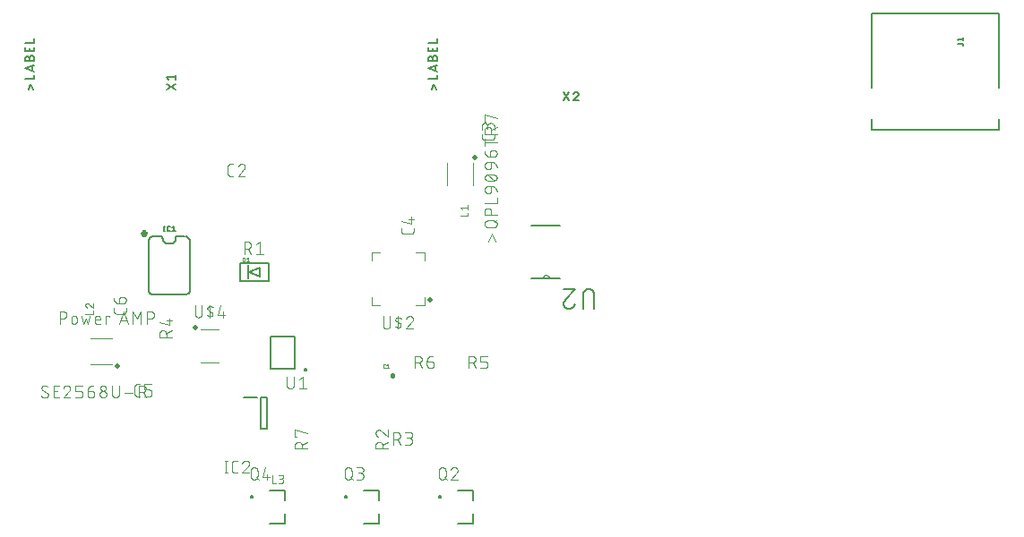
<source format=gbr>
G04 EAGLE Gerber RS-274X export*
G75*
%MOMM*%
%FSLAX34Y34*%
%LPD*%
%INSilkscreen Top*%
%IPPOS*%
%AMOC8*
5,1,8,0,0,1.08239X$1,22.5*%
G01*
%ADD10C,0.406400*%
%ADD11C,0.025400*%
%ADD12C,0.101600*%
%ADD13C,0.152400*%
%ADD14C,0.127000*%
%ADD15R,0.200000X1.400000*%
%ADD16C,0.203200*%
%ADD17C,0.500000*%
%ADD18C,0.120000*%
%ADD19C,0.150000*%
%ADD20C,0.200000*%
%ADD21C,0.076200*%
%ADD22C,0.000000*%
%ADD23C,0.177800*%

G36*
X129295Y319155D02*
X129295Y319155D01*
X129297Y319157D01*
X129298Y319156D01*
X129969Y319391D01*
X129970Y319392D01*
X129971Y319392D01*
X130573Y319770D01*
X130574Y319772D01*
X130576Y319772D01*
X131078Y320274D01*
X131078Y320276D01*
X131080Y320277D01*
X131458Y320879D01*
X131458Y320880D01*
X131459Y320881D01*
X131694Y321552D01*
X131694Y321554D01*
X131695Y321555D01*
X131774Y322261D01*
X131774Y322262D01*
X131773Y322263D01*
X131774Y322264D01*
X131695Y322970D01*
X131693Y322972D01*
X131694Y322973D01*
X131459Y323644D01*
X131458Y323645D01*
X131458Y323646D01*
X131080Y324248D01*
X131078Y324249D01*
X131078Y324251D01*
X130576Y324753D01*
X130574Y324753D01*
X130573Y324755D01*
X129971Y325133D01*
X129970Y325133D01*
X129969Y325134D01*
X129298Y325369D01*
X129296Y325369D01*
X129295Y325370D01*
X128589Y325449D01*
X128587Y325448D01*
X128586Y325449D01*
X127880Y325370D01*
X127878Y325368D01*
X127877Y325369D01*
X127206Y325134D01*
X127205Y325133D01*
X127204Y325133D01*
X126602Y324755D01*
X126601Y324753D01*
X126599Y324753D01*
X126097Y324251D01*
X126097Y324249D01*
X126095Y324248D01*
X125717Y323646D01*
X125717Y323645D01*
X125716Y323644D01*
X125481Y322973D01*
X125482Y322971D01*
X125480Y322970D01*
X125401Y322264D01*
X125402Y322262D01*
X125401Y322261D01*
X125480Y321555D01*
X125482Y321553D01*
X125481Y321552D01*
X125716Y320881D01*
X125717Y320880D01*
X125717Y320879D01*
X126095Y320277D01*
X126097Y320276D01*
X126097Y320274D01*
X126599Y319772D01*
X126601Y319772D01*
X126602Y319770D01*
X127204Y319392D01*
X127205Y319392D01*
X127206Y319391D01*
X127877Y319156D01*
X127879Y319157D01*
X127880Y319155D01*
X128586Y319076D01*
X128588Y319077D01*
X128589Y319076D01*
X129295Y319155D01*
G37*
D10*
X363220Y188265D02*
X363220Y187655D01*
D11*
X356150Y195072D02*
X355304Y195072D01*
X355249Y195074D01*
X355193Y195079D01*
X355139Y195088D01*
X355085Y195101D01*
X355032Y195117D01*
X354980Y195136D01*
X354929Y195159D01*
X354881Y195185D01*
X354833Y195215D01*
X354788Y195247D01*
X354746Y195282D01*
X354705Y195320D01*
X354667Y195361D01*
X354632Y195403D01*
X354600Y195448D01*
X354570Y195496D01*
X354544Y195544D01*
X354521Y195595D01*
X354502Y195647D01*
X354486Y195700D01*
X354473Y195754D01*
X354464Y195808D01*
X354459Y195864D01*
X354457Y195919D01*
X354457Y198035D01*
X354459Y198093D01*
X354465Y198150D01*
X354475Y198207D01*
X354488Y198264D01*
X354506Y198319D01*
X354527Y198372D01*
X354552Y198425D01*
X354580Y198475D01*
X354612Y198523D01*
X354647Y198570D01*
X354685Y198613D01*
X354726Y198654D01*
X354769Y198692D01*
X354816Y198727D01*
X354864Y198759D01*
X354914Y198787D01*
X354967Y198812D01*
X355020Y198833D01*
X355075Y198851D01*
X355132Y198864D01*
X355189Y198874D01*
X355246Y198880D01*
X355304Y198882D01*
X356150Y198882D01*
X357514Y198035D02*
X358573Y198882D01*
X358573Y195072D01*
X359631Y195072D02*
X357514Y195072D01*
D12*
X212711Y376428D02*
X210114Y376428D01*
X210015Y376430D01*
X209915Y376436D01*
X209816Y376445D01*
X209718Y376458D01*
X209620Y376475D01*
X209522Y376496D01*
X209426Y376521D01*
X209331Y376549D01*
X209237Y376581D01*
X209144Y376616D01*
X209052Y376655D01*
X208962Y376698D01*
X208874Y376743D01*
X208787Y376793D01*
X208703Y376845D01*
X208620Y376901D01*
X208540Y376959D01*
X208462Y377021D01*
X208387Y377086D01*
X208314Y377154D01*
X208244Y377224D01*
X208176Y377297D01*
X208111Y377372D01*
X208049Y377450D01*
X207991Y377530D01*
X207935Y377613D01*
X207883Y377697D01*
X207833Y377784D01*
X207788Y377872D01*
X207745Y377962D01*
X207706Y378054D01*
X207671Y378147D01*
X207639Y378241D01*
X207611Y378336D01*
X207586Y378432D01*
X207565Y378530D01*
X207548Y378628D01*
X207535Y378726D01*
X207526Y378825D01*
X207520Y378925D01*
X207518Y379024D01*
X207518Y385516D01*
X207520Y385615D01*
X207526Y385715D01*
X207535Y385814D01*
X207548Y385912D01*
X207565Y386010D01*
X207586Y386108D01*
X207611Y386204D01*
X207639Y386299D01*
X207671Y386393D01*
X207706Y386486D01*
X207745Y386578D01*
X207788Y386668D01*
X207833Y386756D01*
X207883Y386843D01*
X207935Y386927D01*
X207991Y387010D01*
X208049Y387090D01*
X208111Y387168D01*
X208176Y387243D01*
X208244Y387316D01*
X208314Y387386D01*
X208387Y387454D01*
X208462Y387519D01*
X208540Y387581D01*
X208620Y387639D01*
X208703Y387695D01*
X208787Y387747D01*
X208874Y387797D01*
X208962Y387842D01*
X209052Y387885D01*
X209144Y387924D01*
X209236Y387959D01*
X209331Y387991D01*
X209426Y388019D01*
X209522Y388044D01*
X209620Y388065D01*
X209718Y388082D01*
X209816Y388095D01*
X209915Y388104D01*
X210015Y388110D01*
X210114Y388112D01*
X212711Y388112D01*
X220646Y388112D02*
X220753Y388110D01*
X220859Y388104D01*
X220965Y388094D01*
X221071Y388081D01*
X221177Y388063D01*
X221281Y388042D01*
X221385Y388017D01*
X221488Y387988D01*
X221589Y387956D01*
X221689Y387919D01*
X221788Y387879D01*
X221886Y387836D01*
X221982Y387789D01*
X222076Y387738D01*
X222168Y387684D01*
X222258Y387627D01*
X222346Y387567D01*
X222431Y387503D01*
X222514Y387436D01*
X222595Y387366D01*
X222673Y387294D01*
X222749Y387218D01*
X222821Y387140D01*
X222891Y387059D01*
X222958Y386976D01*
X223022Y386891D01*
X223082Y386803D01*
X223139Y386713D01*
X223193Y386621D01*
X223244Y386527D01*
X223291Y386431D01*
X223334Y386333D01*
X223374Y386234D01*
X223411Y386134D01*
X223443Y386033D01*
X223472Y385930D01*
X223497Y385826D01*
X223518Y385722D01*
X223536Y385616D01*
X223549Y385510D01*
X223559Y385404D01*
X223565Y385298D01*
X223567Y385191D01*
X220646Y388112D02*
X220525Y388110D01*
X220404Y388104D01*
X220284Y388094D01*
X220163Y388081D01*
X220044Y388063D01*
X219924Y388042D01*
X219806Y388017D01*
X219689Y387988D01*
X219572Y387955D01*
X219457Y387919D01*
X219343Y387878D01*
X219230Y387835D01*
X219118Y387787D01*
X219009Y387736D01*
X218901Y387681D01*
X218794Y387623D01*
X218690Y387562D01*
X218588Y387497D01*
X218488Y387429D01*
X218390Y387358D01*
X218294Y387284D01*
X218201Y387207D01*
X218111Y387126D01*
X218023Y387043D01*
X217938Y386957D01*
X217855Y386868D01*
X217776Y386777D01*
X217699Y386683D01*
X217626Y386587D01*
X217556Y386489D01*
X217489Y386388D01*
X217425Y386285D01*
X217365Y386180D01*
X217308Y386073D01*
X217254Y385965D01*
X217204Y385855D01*
X217158Y385743D01*
X217115Y385630D01*
X217076Y385515D01*
X222594Y382919D02*
X222673Y382996D01*
X222749Y383077D01*
X222822Y383160D01*
X222892Y383245D01*
X222959Y383333D01*
X223023Y383423D01*
X223083Y383515D01*
X223140Y383610D01*
X223194Y383706D01*
X223245Y383804D01*
X223292Y383904D01*
X223336Y384006D01*
X223376Y384109D01*
X223412Y384213D01*
X223444Y384319D01*
X223473Y384425D01*
X223498Y384533D01*
X223520Y384641D01*
X223537Y384751D01*
X223551Y384860D01*
X223560Y384970D01*
X223566Y385081D01*
X223568Y385191D01*
X222594Y382919D02*
X217076Y376428D01*
X223567Y376428D01*
D13*
X237410Y289750D02*
X227410Y285750D01*
X237410Y289750D02*
X237410Y281750D01*
X227410Y285750D01*
D14*
X218910Y294000D02*
X245910Y294000D01*
X245910Y277500D01*
X218910Y277500D01*
X218910Y294000D01*
D15*
X226410Y285750D03*
D11*
X221537Y295877D02*
X221537Y299687D01*
X222595Y299687D01*
X222659Y299685D01*
X222723Y299679D01*
X222786Y299670D01*
X222848Y299656D01*
X222910Y299639D01*
X222970Y299618D01*
X223029Y299594D01*
X223087Y299566D01*
X223142Y299534D01*
X223196Y299500D01*
X223247Y299462D01*
X223297Y299421D01*
X223343Y299377D01*
X223387Y299331D01*
X223428Y299281D01*
X223466Y299230D01*
X223500Y299176D01*
X223532Y299121D01*
X223560Y299063D01*
X223584Y299004D01*
X223605Y298944D01*
X223622Y298882D01*
X223636Y298820D01*
X223645Y298757D01*
X223651Y298693D01*
X223653Y298629D01*
X223654Y298629D02*
X223654Y296935D01*
X223653Y296935D02*
X223651Y296871D01*
X223645Y296807D01*
X223636Y296744D01*
X223622Y296682D01*
X223605Y296620D01*
X223584Y296560D01*
X223560Y296501D01*
X223532Y296443D01*
X223500Y296388D01*
X223466Y296334D01*
X223428Y296283D01*
X223387Y296233D01*
X223343Y296187D01*
X223297Y296143D01*
X223247Y296102D01*
X223196Y296064D01*
X223142Y296030D01*
X223087Y295998D01*
X223029Y295970D01*
X222970Y295946D01*
X222910Y295925D01*
X222848Y295908D01*
X222786Y295894D01*
X222723Y295885D01*
X222659Y295879D01*
X222595Y295877D01*
X221537Y295877D01*
X225317Y298840D02*
X226375Y299687D01*
X226375Y295877D01*
X225317Y295877D02*
X227433Y295877D01*
D16*
X171863Y315468D02*
X171863Y268732D01*
X136747Y264922D02*
X136634Y264906D01*
X136520Y264895D01*
X136406Y264888D01*
X136292Y264884D01*
X136177Y264885D01*
X136063Y264889D01*
X135949Y264897D01*
X135835Y264909D01*
X135722Y264925D01*
X135610Y264945D01*
X135498Y264969D01*
X135387Y264996D01*
X135277Y265028D01*
X135168Y265063D01*
X135060Y265101D01*
X134954Y265144D01*
X134850Y265190D01*
X134746Y265239D01*
X134645Y265292D01*
X134546Y265348D01*
X134448Y265408D01*
X134353Y265471D01*
X134260Y265538D01*
X134169Y265607D01*
X134081Y265679D01*
X133995Y265755D01*
X133911Y265833D01*
X133831Y265914D01*
X133753Y265998D01*
X133678Y266085D01*
X133607Y266174D01*
X133538Y266265D01*
X133472Y266359D01*
X133410Y266454D01*
X133351Y266552D01*
X133295Y266652D01*
X133243Y266754D01*
X133194Y266857D01*
X133149Y266962D01*
X133108Y267069D01*
X133070Y267177D01*
X133035Y267286D01*
X133005Y267396D01*
X132978Y267507D01*
X132956Y267619D01*
X132937Y267732D01*
X171863Y315468D02*
X171846Y315598D01*
X171825Y315727D01*
X171800Y315856D01*
X171772Y315984D01*
X171739Y316111D01*
X171703Y316237D01*
X171662Y316362D01*
X171618Y316485D01*
X171571Y316607D01*
X171519Y316728D01*
X171465Y316847D01*
X171406Y316964D01*
X171344Y317079D01*
X171279Y317193D01*
X171210Y317305D01*
X171137Y317414D01*
X171062Y317521D01*
X170983Y317626D01*
X170901Y317728D01*
X170816Y317828D01*
X170729Y317925D01*
X170638Y318020D01*
X170544Y318112D01*
X170448Y318201D01*
X170349Y318287D01*
X170248Y318369D01*
X170144Y318449D01*
X170037Y318526D01*
X169929Y318599D01*
X169818Y318669D01*
X169705Y318736D01*
X169590Y318799D01*
X169474Y318859D01*
X169355Y318915D01*
X169235Y318968D01*
X169114Y319017D01*
X168991Y319062D01*
X168866Y319104D01*
X168741Y319142D01*
X168614Y319175D01*
X168487Y319206D01*
X168358Y319232D01*
X168229Y319254D01*
X168099Y319273D01*
X167969Y319287D01*
X167838Y319298D01*
X167707Y319304D01*
X167576Y319307D01*
X167445Y319306D01*
X167314Y319300D01*
X167184Y319291D01*
X167053Y319278D01*
X171863Y268732D02*
X171861Y268610D01*
X171855Y268488D01*
X171845Y268366D01*
X171832Y268245D01*
X171814Y268124D01*
X171793Y268004D01*
X171768Y267884D01*
X171739Y267765D01*
X171706Y267648D01*
X171669Y267531D01*
X171629Y267416D01*
X171585Y267302D01*
X171537Y267190D01*
X171486Y267079D01*
X171431Y266970D01*
X171373Y266862D01*
X171311Y266757D01*
X171246Y266653D01*
X171178Y266552D01*
X171107Y266453D01*
X171032Y266356D01*
X170954Y266262D01*
X170874Y266170D01*
X170790Y266081D01*
X170704Y265995D01*
X170615Y265911D01*
X170523Y265831D01*
X170429Y265753D01*
X170332Y265678D01*
X170233Y265607D01*
X170132Y265539D01*
X170028Y265474D01*
X169923Y265412D01*
X169815Y265354D01*
X169706Y265299D01*
X169595Y265248D01*
X169483Y265200D01*
X169369Y265156D01*
X169254Y265116D01*
X169137Y265079D01*
X169020Y265046D01*
X168901Y265017D01*
X168781Y264992D01*
X168661Y264971D01*
X168540Y264953D01*
X168419Y264940D01*
X168297Y264930D01*
X168175Y264924D01*
X168053Y264922D01*
X132937Y315467D02*
X132922Y315581D01*
X132910Y315695D01*
X132903Y315809D01*
X132899Y315923D01*
X132900Y316037D01*
X132904Y316152D01*
X132912Y316266D01*
X132924Y316379D01*
X132940Y316492D01*
X132960Y316605D01*
X132984Y316717D01*
X133011Y316828D01*
X133042Y316938D01*
X133077Y317047D01*
X133116Y317154D01*
X133158Y317261D01*
X133204Y317365D01*
X133254Y317468D01*
X133307Y317570D01*
X133363Y317669D01*
X133423Y317767D01*
X133486Y317862D01*
X133552Y317955D01*
X133622Y318046D01*
X133694Y318134D01*
X133770Y318220D01*
X133848Y318303D01*
X133929Y318384D01*
X134013Y318462D01*
X134099Y318536D01*
X134188Y318608D01*
X134280Y318677D01*
X134373Y318743D01*
X134469Y318805D01*
X134567Y318864D01*
X134667Y318920D01*
X134769Y318972D01*
X134872Y319020D01*
X134977Y319066D01*
X135084Y319107D01*
X135192Y319145D01*
X135301Y319179D01*
X135411Y319209D01*
X135522Y319236D01*
X135634Y319259D01*
X135747Y319278D01*
X132937Y315468D02*
X132937Y267732D01*
X136747Y264922D02*
X168053Y264922D01*
X158496Y318770D02*
X158494Y318612D01*
X158488Y318453D01*
X158478Y318295D01*
X158464Y318138D01*
X158447Y317980D01*
X158425Y317824D01*
X158400Y317667D01*
X158370Y317512D01*
X158337Y317357D01*
X158300Y317203D01*
X158259Y317050D01*
X158214Y316898D01*
X158165Y316748D01*
X158113Y316598D01*
X158057Y316450D01*
X157997Y316303D01*
X157934Y316158D01*
X157867Y316015D01*
X157797Y315873D01*
X157723Y315733D01*
X157645Y315595D01*
X157564Y315459D01*
X157480Y315325D01*
X157393Y315193D01*
X157302Y315063D01*
X157208Y314936D01*
X157111Y314811D01*
X157010Y314688D01*
X156907Y314568D01*
X156801Y314451D01*
X156692Y314336D01*
X156580Y314224D01*
X156465Y314115D01*
X156348Y314009D01*
X156228Y313906D01*
X156105Y313805D01*
X155980Y313708D01*
X155853Y313614D01*
X155723Y313523D01*
X155591Y313436D01*
X155457Y313352D01*
X155321Y313271D01*
X155183Y313193D01*
X155043Y313119D01*
X154901Y313049D01*
X154758Y312982D01*
X154613Y312919D01*
X154466Y312859D01*
X154318Y312803D01*
X154168Y312751D01*
X154018Y312702D01*
X153866Y312657D01*
X153713Y312616D01*
X153559Y312579D01*
X153404Y312546D01*
X153249Y312516D01*
X153092Y312491D01*
X152936Y312469D01*
X152778Y312452D01*
X152621Y312438D01*
X152463Y312428D01*
X152304Y312422D01*
X152146Y312420D01*
X151988Y312422D01*
X151829Y312428D01*
X151671Y312438D01*
X151514Y312452D01*
X151356Y312469D01*
X151200Y312491D01*
X151043Y312516D01*
X150888Y312546D01*
X150733Y312579D01*
X150579Y312616D01*
X150426Y312657D01*
X150274Y312702D01*
X150124Y312751D01*
X149974Y312803D01*
X149826Y312859D01*
X149679Y312919D01*
X149534Y312982D01*
X149391Y313049D01*
X149249Y313119D01*
X149109Y313193D01*
X148971Y313271D01*
X148835Y313352D01*
X148701Y313436D01*
X148569Y313523D01*
X148439Y313614D01*
X148312Y313708D01*
X148187Y313805D01*
X148064Y313906D01*
X147944Y314009D01*
X147827Y314115D01*
X147712Y314224D01*
X147600Y314336D01*
X147491Y314451D01*
X147385Y314568D01*
X147282Y314688D01*
X147181Y314811D01*
X147084Y314936D01*
X146990Y315063D01*
X146899Y315193D01*
X146812Y315325D01*
X146728Y315459D01*
X146647Y315595D01*
X146569Y315733D01*
X146495Y315873D01*
X146425Y316015D01*
X146358Y316158D01*
X146295Y316303D01*
X146235Y316450D01*
X146179Y316598D01*
X146127Y316748D01*
X146078Y316898D01*
X146033Y317050D01*
X145992Y317203D01*
X145955Y317357D01*
X145922Y317512D01*
X145892Y317667D01*
X145867Y317824D01*
X145845Y317980D01*
X145828Y318138D01*
X145814Y318295D01*
X145804Y318453D01*
X145798Y318612D01*
X145796Y318770D01*
X158496Y319278D02*
X166926Y319278D01*
X145796Y319278D02*
X135747Y319278D01*
D14*
X147517Y324485D02*
X147517Y329311D01*
X146981Y324485D02*
X148054Y324485D01*
X148054Y329311D02*
X146981Y329311D01*
X151610Y324485D02*
X152682Y324485D01*
X151610Y324485D02*
X151545Y324487D01*
X151481Y324493D01*
X151417Y324503D01*
X151353Y324516D01*
X151291Y324534D01*
X151230Y324555D01*
X151170Y324579D01*
X151112Y324608D01*
X151055Y324640D01*
X151001Y324675D01*
X150949Y324713D01*
X150899Y324755D01*
X150852Y324799D01*
X150808Y324846D01*
X150766Y324896D01*
X150728Y324948D01*
X150693Y325002D01*
X150661Y325059D01*
X150632Y325117D01*
X150608Y325177D01*
X150587Y325238D01*
X150569Y325300D01*
X150556Y325364D01*
X150546Y325428D01*
X150540Y325492D01*
X150538Y325557D01*
X150537Y325557D02*
X150537Y328239D01*
X150538Y328239D02*
X150540Y328304D01*
X150546Y328368D01*
X150556Y328432D01*
X150569Y328496D01*
X150587Y328558D01*
X150608Y328619D01*
X150632Y328679D01*
X150661Y328737D01*
X150693Y328794D01*
X150728Y328848D01*
X150766Y328900D01*
X150808Y328950D01*
X150852Y328997D01*
X150899Y329041D01*
X150949Y329083D01*
X151001Y329121D01*
X151055Y329156D01*
X151112Y329188D01*
X151170Y329217D01*
X151230Y329241D01*
X151291Y329262D01*
X151353Y329280D01*
X151417Y329293D01*
X151481Y329303D01*
X151545Y329309D01*
X151610Y329311D01*
X152682Y329311D01*
X155138Y328239D02*
X156478Y329311D01*
X156478Y324485D01*
X155138Y324485D02*
X157819Y324485D01*
D16*
X816300Y420300D02*
X936300Y420300D01*
X936300Y460300D02*
X936300Y530300D01*
X936300Y430300D02*
X936300Y420300D01*
X936300Y530300D02*
X816300Y530300D01*
X816300Y460300D01*
X816300Y430300D02*
X816300Y420300D01*
D14*
X897255Y501736D02*
X901009Y501736D01*
X901074Y501734D01*
X901138Y501728D01*
X901202Y501718D01*
X901266Y501705D01*
X901328Y501687D01*
X901389Y501666D01*
X901449Y501642D01*
X901507Y501613D01*
X901564Y501581D01*
X901618Y501546D01*
X901670Y501508D01*
X901720Y501466D01*
X901767Y501422D01*
X901811Y501375D01*
X901853Y501325D01*
X901891Y501273D01*
X901926Y501219D01*
X901958Y501162D01*
X901987Y501104D01*
X902011Y501044D01*
X902032Y500983D01*
X902050Y500921D01*
X902063Y500857D01*
X902073Y500793D01*
X902079Y500729D01*
X902081Y500664D01*
X902081Y500127D01*
X898327Y504684D02*
X897255Y506024D01*
X902081Y506024D01*
X902081Y504684D02*
X902081Y507365D01*
D12*
X222945Y314452D02*
X222945Y302768D01*
X222945Y314452D02*
X226190Y314452D01*
X226303Y314450D01*
X226416Y314444D01*
X226529Y314434D01*
X226642Y314420D01*
X226754Y314403D01*
X226865Y314381D01*
X226975Y314356D01*
X227085Y314326D01*
X227193Y314293D01*
X227300Y314256D01*
X227406Y314216D01*
X227510Y314171D01*
X227613Y314123D01*
X227714Y314072D01*
X227813Y314017D01*
X227910Y313959D01*
X228005Y313897D01*
X228098Y313832D01*
X228188Y313764D01*
X228276Y313693D01*
X228362Y313618D01*
X228445Y313541D01*
X228525Y313461D01*
X228602Y313378D01*
X228677Y313292D01*
X228748Y313204D01*
X228816Y313114D01*
X228881Y313021D01*
X228943Y312926D01*
X229001Y312829D01*
X229056Y312730D01*
X229107Y312629D01*
X229155Y312526D01*
X229200Y312422D01*
X229240Y312316D01*
X229277Y312209D01*
X229310Y312101D01*
X229340Y311991D01*
X229365Y311881D01*
X229387Y311770D01*
X229404Y311658D01*
X229418Y311545D01*
X229428Y311432D01*
X229434Y311319D01*
X229436Y311206D01*
X229434Y311093D01*
X229428Y310980D01*
X229418Y310867D01*
X229404Y310754D01*
X229387Y310642D01*
X229365Y310531D01*
X229340Y310421D01*
X229310Y310311D01*
X229277Y310203D01*
X229240Y310096D01*
X229200Y309990D01*
X229155Y309886D01*
X229107Y309783D01*
X229056Y309682D01*
X229001Y309583D01*
X228943Y309486D01*
X228881Y309391D01*
X228816Y309298D01*
X228748Y309208D01*
X228677Y309120D01*
X228602Y309034D01*
X228525Y308951D01*
X228445Y308871D01*
X228362Y308794D01*
X228276Y308719D01*
X228188Y308648D01*
X228098Y308580D01*
X228005Y308515D01*
X227910Y308453D01*
X227813Y308395D01*
X227714Y308340D01*
X227613Y308289D01*
X227510Y308241D01*
X227406Y308196D01*
X227300Y308156D01*
X227193Y308119D01*
X227085Y308086D01*
X226975Y308056D01*
X226865Y308031D01*
X226754Y308009D01*
X226642Y307992D01*
X226529Y307978D01*
X226416Y307968D01*
X226303Y307962D01*
X226190Y307960D01*
X226190Y307961D02*
X222945Y307961D01*
X226839Y307961D02*
X229436Y302768D01*
X234301Y311856D02*
X237546Y314452D01*
X237546Y302768D01*
X234301Y302768D02*
X240792Y302768D01*
X347218Y118618D02*
X358902Y118618D01*
X347218Y118618D02*
X347218Y121864D01*
X347220Y121977D01*
X347226Y122090D01*
X347236Y122203D01*
X347250Y122316D01*
X347267Y122428D01*
X347289Y122539D01*
X347314Y122649D01*
X347344Y122759D01*
X347377Y122867D01*
X347414Y122974D01*
X347454Y123080D01*
X347499Y123184D01*
X347547Y123287D01*
X347598Y123388D01*
X347653Y123487D01*
X347711Y123584D01*
X347773Y123679D01*
X347838Y123772D01*
X347906Y123862D01*
X347977Y123950D01*
X348052Y124036D01*
X348129Y124119D01*
X348209Y124199D01*
X348292Y124276D01*
X348378Y124351D01*
X348466Y124422D01*
X348556Y124490D01*
X348649Y124555D01*
X348744Y124617D01*
X348841Y124675D01*
X348940Y124730D01*
X349041Y124781D01*
X349144Y124829D01*
X349248Y124874D01*
X349354Y124914D01*
X349461Y124951D01*
X349569Y124984D01*
X349679Y125014D01*
X349789Y125039D01*
X349900Y125061D01*
X350012Y125078D01*
X350125Y125092D01*
X350238Y125102D01*
X350351Y125108D01*
X350464Y125110D01*
X350577Y125108D01*
X350690Y125102D01*
X350803Y125092D01*
X350916Y125078D01*
X351028Y125061D01*
X351139Y125039D01*
X351249Y125014D01*
X351359Y124984D01*
X351467Y124951D01*
X351574Y124914D01*
X351680Y124874D01*
X351784Y124829D01*
X351887Y124781D01*
X351988Y124730D01*
X352087Y124675D01*
X352184Y124617D01*
X352279Y124555D01*
X352372Y124490D01*
X352462Y124422D01*
X352550Y124351D01*
X352636Y124276D01*
X352719Y124199D01*
X352799Y124119D01*
X352876Y124036D01*
X352951Y123950D01*
X353022Y123862D01*
X353090Y123772D01*
X353155Y123679D01*
X353217Y123584D01*
X353275Y123487D01*
X353330Y123388D01*
X353381Y123287D01*
X353429Y123184D01*
X353474Y123080D01*
X353514Y122974D01*
X353551Y122867D01*
X353584Y122759D01*
X353614Y122649D01*
X353639Y122539D01*
X353661Y122428D01*
X353678Y122316D01*
X353692Y122203D01*
X353702Y122090D01*
X353708Y121977D01*
X353710Y121864D01*
X353709Y121864D02*
X353709Y118618D01*
X353709Y122513D02*
X358902Y125109D01*
X350139Y136465D02*
X350032Y136463D01*
X349926Y136457D01*
X349820Y136447D01*
X349714Y136434D01*
X349608Y136416D01*
X349504Y136395D01*
X349400Y136370D01*
X349297Y136341D01*
X349196Y136309D01*
X349096Y136272D01*
X348997Y136232D01*
X348899Y136189D01*
X348803Y136142D01*
X348709Y136091D01*
X348617Y136037D01*
X348527Y135980D01*
X348439Y135920D01*
X348354Y135856D01*
X348271Y135789D01*
X348190Y135719D01*
X348112Y135647D01*
X348036Y135571D01*
X347964Y135493D01*
X347894Y135412D01*
X347827Y135329D01*
X347763Y135244D01*
X347703Y135156D01*
X347646Y135066D01*
X347592Y134974D01*
X347541Y134880D01*
X347494Y134784D01*
X347451Y134686D01*
X347411Y134587D01*
X347374Y134487D01*
X347342Y134386D01*
X347313Y134283D01*
X347288Y134179D01*
X347267Y134075D01*
X347249Y133969D01*
X347236Y133863D01*
X347226Y133757D01*
X347220Y133651D01*
X347218Y133544D01*
X347220Y133423D01*
X347226Y133302D01*
X347236Y133182D01*
X347249Y133061D01*
X347267Y132942D01*
X347288Y132822D01*
X347313Y132704D01*
X347342Y132587D01*
X347375Y132470D01*
X347411Y132355D01*
X347452Y132241D01*
X347495Y132128D01*
X347543Y132016D01*
X347594Y131907D01*
X347649Y131799D01*
X347707Y131692D01*
X347768Y131588D01*
X347833Y131486D01*
X347901Y131386D01*
X347972Y131288D01*
X348046Y131192D01*
X348123Y131099D01*
X348204Y131009D01*
X348287Y130921D01*
X348373Y130836D01*
X348462Y130753D01*
X348553Y130674D01*
X348647Y130597D01*
X348743Y130524D01*
X348841Y130454D01*
X348942Y130387D01*
X349045Y130323D01*
X349150Y130263D01*
X349257Y130205D01*
X349365Y130152D01*
X349475Y130102D01*
X349587Y130056D01*
X349700Y130013D01*
X349815Y129974D01*
X352411Y135491D02*
X352333Y135570D01*
X352253Y135646D01*
X352170Y135719D01*
X352084Y135789D01*
X351997Y135856D01*
X351906Y135920D01*
X351814Y135980D01*
X351720Y136038D01*
X351623Y136092D01*
X351525Y136142D01*
X351425Y136189D01*
X351324Y136233D01*
X351221Y136273D01*
X351116Y136309D01*
X351011Y136341D01*
X350904Y136370D01*
X350797Y136395D01*
X350688Y136417D01*
X350579Y136434D01*
X350470Y136448D01*
X350360Y136457D01*
X350249Y136463D01*
X350139Y136465D01*
X352411Y135492D02*
X358902Y129974D01*
X358902Y136465D01*
X363915Y134112D02*
X363915Y122428D01*
X363915Y134112D02*
X367160Y134112D01*
X367273Y134110D01*
X367386Y134104D01*
X367499Y134094D01*
X367612Y134080D01*
X367724Y134063D01*
X367835Y134041D01*
X367945Y134016D01*
X368055Y133986D01*
X368163Y133953D01*
X368270Y133916D01*
X368376Y133876D01*
X368480Y133831D01*
X368583Y133783D01*
X368684Y133732D01*
X368783Y133677D01*
X368880Y133619D01*
X368975Y133557D01*
X369068Y133492D01*
X369158Y133424D01*
X369246Y133353D01*
X369332Y133278D01*
X369415Y133201D01*
X369495Y133121D01*
X369572Y133038D01*
X369647Y132952D01*
X369718Y132864D01*
X369786Y132774D01*
X369851Y132681D01*
X369913Y132586D01*
X369971Y132489D01*
X370026Y132390D01*
X370077Y132289D01*
X370125Y132186D01*
X370170Y132082D01*
X370210Y131976D01*
X370247Y131869D01*
X370280Y131761D01*
X370310Y131651D01*
X370335Y131541D01*
X370357Y131430D01*
X370374Y131318D01*
X370388Y131205D01*
X370398Y131092D01*
X370404Y130979D01*
X370406Y130866D01*
X370404Y130753D01*
X370398Y130640D01*
X370388Y130527D01*
X370374Y130414D01*
X370357Y130302D01*
X370335Y130191D01*
X370310Y130081D01*
X370280Y129971D01*
X370247Y129863D01*
X370210Y129756D01*
X370170Y129650D01*
X370125Y129546D01*
X370077Y129443D01*
X370026Y129342D01*
X369971Y129243D01*
X369913Y129146D01*
X369851Y129051D01*
X369786Y128958D01*
X369718Y128868D01*
X369647Y128780D01*
X369572Y128694D01*
X369495Y128611D01*
X369415Y128531D01*
X369332Y128454D01*
X369246Y128379D01*
X369158Y128308D01*
X369068Y128240D01*
X368975Y128175D01*
X368880Y128113D01*
X368783Y128055D01*
X368684Y128000D01*
X368583Y127949D01*
X368480Y127901D01*
X368376Y127856D01*
X368270Y127816D01*
X368163Y127779D01*
X368055Y127746D01*
X367945Y127716D01*
X367835Y127691D01*
X367724Y127669D01*
X367612Y127652D01*
X367499Y127638D01*
X367386Y127628D01*
X367273Y127622D01*
X367160Y127620D01*
X367160Y127621D02*
X363915Y127621D01*
X367809Y127621D02*
X370406Y122428D01*
X375271Y122428D02*
X378516Y122428D01*
X378629Y122430D01*
X378742Y122436D01*
X378855Y122446D01*
X378968Y122460D01*
X379080Y122477D01*
X379191Y122499D01*
X379301Y122524D01*
X379411Y122554D01*
X379519Y122587D01*
X379626Y122624D01*
X379732Y122664D01*
X379836Y122709D01*
X379939Y122757D01*
X380040Y122808D01*
X380139Y122863D01*
X380236Y122921D01*
X380331Y122983D01*
X380424Y123048D01*
X380514Y123116D01*
X380602Y123187D01*
X380688Y123262D01*
X380771Y123339D01*
X380851Y123419D01*
X380928Y123502D01*
X381003Y123588D01*
X381074Y123676D01*
X381142Y123766D01*
X381207Y123859D01*
X381269Y123954D01*
X381327Y124051D01*
X381382Y124150D01*
X381433Y124251D01*
X381481Y124354D01*
X381526Y124458D01*
X381566Y124564D01*
X381603Y124671D01*
X381636Y124779D01*
X381666Y124889D01*
X381691Y124999D01*
X381713Y125110D01*
X381730Y125222D01*
X381744Y125335D01*
X381754Y125448D01*
X381760Y125561D01*
X381762Y125674D01*
X381760Y125787D01*
X381754Y125900D01*
X381744Y126013D01*
X381730Y126126D01*
X381713Y126238D01*
X381691Y126349D01*
X381666Y126459D01*
X381636Y126569D01*
X381603Y126677D01*
X381566Y126784D01*
X381526Y126890D01*
X381481Y126994D01*
X381433Y127097D01*
X381382Y127198D01*
X381327Y127297D01*
X381269Y127394D01*
X381207Y127489D01*
X381142Y127582D01*
X381074Y127672D01*
X381003Y127760D01*
X380928Y127846D01*
X380851Y127929D01*
X380771Y128009D01*
X380688Y128086D01*
X380602Y128161D01*
X380514Y128232D01*
X380424Y128300D01*
X380331Y128365D01*
X380236Y128427D01*
X380139Y128485D01*
X380040Y128540D01*
X379939Y128591D01*
X379836Y128639D01*
X379732Y128684D01*
X379626Y128724D01*
X379519Y128761D01*
X379411Y128794D01*
X379301Y128824D01*
X379191Y128849D01*
X379080Y128871D01*
X378968Y128888D01*
X378855Y128902D01*
X378742Y128912D01*
X378629Y128918D01*
X378516Y128920D01*
X379166Y134112D02*
X375271Y134112D01*
X379166Y134112D02*
X379267Y134110D01*
X379367Y134104D01*
X379467Y134094D01*
X379567Y134081D01*
X379666Y134063D01*
X379765Y134042D01*
X379862Y134017D01*
X379959Y133988D01*
X380054Y133955D01*
X380148Y133919D01*
X380240Y133879D01*
X380331Y133836D01*
X380420Y133789D01*
X380507Y133739D01*
X380593Y133685D01*
X380676Y133628D01*
X380756Y133568D01*
X380835Y133505D01*
X380911Y133438D01*
X380984Y133369D01*
X381054Y133297D01*
X381122Y133223D01*
X381187Y133146D01*
X381248Y133066D01*
X381307Y132984D01*
X381362Y132900D01*
X381414Y132814D01*
X381463Y132726D01*
X381508Y132636D01*
X381550Y132544D01*
X381588Y132451D01*
X381622Y132356D01*
X381653Y132261D01*
X381680Y132164D01*
X381703Y132066D01*
X381723Y131967D01*
X381738Y131867D01*
X381750Y131767D01*
X381758Y131667D01*
X381762Y131566D01*
X381762Y131466D01*
X381758Y131365D01*
X381750Y131265D01*
X381738Y131165D01*
X381723Y131065D01*
X381703Y130966D01*
X381680Y130868D01*
X381653Y130771D01*
X381622Y130676D01*
X381588Y130581D01*
X381550Y130488D01*
X381508Y130396D01*
X381463Y130306D01*
X381414Y130218D01*
X381362Y130132D01*
X381307Y130048D01*
X381248Y129966D01*
X381187Y129886D01*
X381122Y129809D01*
X381054Y129735D01*
X380984Y129663D01*
X380911Y129594D01*
X380835Y129527D01*
X380756Y129464D01*
X380676Y129404D01*
X380593Y129347D01*
X380507Y129293D01*
X380420Y129243D01*
X380331Y129196D01*
X380240Y129153D01*
X380148Y129113D01*
X380054Y129077D01*
X379959Y129044D01*
X379862Y129015D01*
X379765Y128990D01*
X379666Y128969D01*
X379567Y128951D01*
X379467Y128938D01*
X379367Y128928D01*
X379267Y128922D01*
X379166Y128920D01*
X379166Y128919D02*
X376569Y128919D01*
X154432Y224215D02*
X142748Y224215D01*
X142748Y227460D01*
X142750Y227573D01*
X142756Y227686D01*
X142766Y227799D01*
X142780Y227912D01*
X142797Y228024D01*
X142819Y228135D01*
X142844Y228245D01*
X142874Y228355D01*
X142907Y228463D01*
X142944Y228570D01*
X142984Y228676D01*
X143029Y228780D01*
X143077Y228883D01*
X143128Y228984D01*
X143183Y229083D01*
X143241Y229180D01*
X143303Y229275D01*
X143368Y229368D01*
X143436Y229458D01*
X143507Y229546D01*
X143582Y229632D01*
X143659Y229715D01*
X143739Y229795D01*
X143822Y229872D01*
X143908Y229947D01*
X143996Y230018D01*
X144086Y230086D01*
X144179Y230151D01*
X144274Y230213D01*
X144371Y230271D01*
X144470Y230326D01*
X144571Y230377D01*
X144674Y230425D01*
X144778Y230470D01*
X144884Y230510D01*
X144991Y230547D01*
X145099Y230580D01*
X145209Y230610D01*
X145319Y230635D01*
X145430Y230657D01*
X145542Y230674D01*
X145655Y230688D01*
X145768Y230698D01*
X145881Y230704D01*
X145994Y230706D01*
X146107Y230704D01*
X146220Y230698D01*
X146333Y230688D01*
X146446Y230674D01*
X146558Y230657D01*
X146669Y230635D01*
X146779Y230610D01*
X146889Y230580D01*
X146997Y230547D01*
X147104Y230510D01*
X147210Y230470D01*
X147314Y230425D01*
X147417Y230377D01*
X147518Y230326D01*
X147617Y230271D01*
X147714Y230213D01*
X147809Y230151D01*
X147902Y230086D01*
X147992Y230018D01*
X148080Y229947D01*
X148166Y229872D01*
X148249Y229795D01*
X148329Y229715D01*
X148406Y229632D01*
X148481Y229546D01*
X148552Y229458D01*
X148620Y229368D01*
X148685Y229275D01*
X148747Y229180D01*
X148805Y229083D01*
X148860Y228984D01*
X148911Y228883D01*
X148959Y228780D01*
X149004Y228676D01*
X149044Y228570D01*
X149081Y228463D01*
X149114Y228355D01*
X149144Y228245D01*
X149169Y228135D01*
X149191Y228024D01*
X149208Y227912D01*
X149222Y227799D01*
X149232Y227686D01*
X149238Y227573D01*
X149240Y227460D01*
X149239Y227460D02*
X149239Y224215D01*
X149239Y228109D02*
X154432Y230706D01*
X151836Y235571D02*
X142748Y238167D01*
X151836Y235571D02*
X151836Y242062D01*
X149239Y240115D02*
X154432Y240115D01*
D17*
X440722Y393750D03*
D18*
X438822Y388710D02*
X438822Y368210D01*
X414618Y368210D02*
X414618Y388710D01*
D12*
X457220Y322234D02*
X453975Y314445D01*
X460466Y314445D02*
X457220Y322234D01*
X458518Y327953D02*
X453326Y327953D01*
X453213Y327955D01*
X453100Y327961D01*
X452987Y327971D01*
X452874Y327985D01*
X452762Y328002D01*
X452651Y328024D01*
X452541Y328049D01*
X452431Y328079D01*
X452323Y328112D01*
X452216Y328149D01*
X452110Y328189D01*
X452006Y328234D01*
X451903Y328282D01*
X451802Y328333D01*
X451703Y328388D01*
X451606Y328446D01*
X451511Y328508D01*
X451418Y328573D01*
X451328Y328641D01*
X451240Y328712D01*
X451154Y328787D01*
X451071Y328864D01*
X450991Y328944D01*
X450914Y329027D01*
X450839Y329113D01*
X450768Y329201D01*
X450700Y329291D01*
X450635Y329384D01*
X450573Y329479D01*
X450515Y329576D01*
X450460Y329675D01*
X450409Y329776D01*
X450361Y329879D01*
X450316Y329983D01*
X450276Y330089D01*
X450239Y330196D01*
X450206Y330304D01*
X450176Y330414D01*
X450151Y330524D01*
X450129Y330635D01*
X450112Y330747D01*
X450098Y330860D01*
X450088Y330973D01*
X450082Y331086D01*
X450080Y331199D01*
X450082Y331312D01*
X450088Y331425D01*
X450098Y331538D01*
X450112Y331651D01*
X450129Y331763D01*
X450151Y331874D01*
X450176Y331984D01*
X450206Y332094D01*
X450239Y332202D01*
X450276Y332309D01*
X450316Y332415D01*
X450361Y332519D01*
X450409Y332622D01*
X450460Y332723D01*
X450515Y332822D01*
X450573Y332919D01*
X450635Y333014D01*
X450700Y333107D01*
X450768Y333197D01*
X450839Y333285D01*
X450914Y333371D01*
X450991Y333454D01*
X451071Y333534D01*
X451154Y333611D01*
X451240Y333686D01*
X451328Y333757D01*
X451418Y333825D01*
X451511Y333890D01*
X451606Y333952D01*
X451703Y334010D01*
X451802Y334065D01*
X451903Y334116D01*
X452006Y334164D01*
X452110Y334209D01*
X452216Y334249D01*
X452323Y334286D01*
X452431Y334319D01*
X452541Y334349D01*
X452651Y334374D01*
X452762Y334396D01*
X452874Y334413D01*
X452987Y334427D01*
X453100Y334437D01*
X453213Y334443D01*
X453326Y334445D01*
X453326Y334444D02*
X458518Y334444D01*
X458518Y334445D02*
X458631Y334443D01*
X458744Y334437D01*
X458857Y334427D01*
X458970Y334413D01*
X459082Y334396D01*
X459193Y334374D01*
X459303Y334349D01*
X459413Y334319D01*
X459521Y334286D01*
X459628Y334249D01*
X459734Y334209D01*
X459838Y334164D01*
X459941Y334116D01*
X460042Y334065D01*
X460141Y334010D01*
X460238Y333952D01*
X460333Y333890D01*
X460426Y333825D01*
X460516Y333757D01*
X460604Y333686D01*
X460690Y333611D01*
X460773Y333534D01*
X460853Y333454D01*
X460930Y333371D01*
X461005Y333285D01*
X461076Y333197D01*
X461144Y333107D01*
X461209Y333014D01*
X461271Y332919D01*
X461329Y332822D01*
X461384Y332723D01*
X461435Y332622D01*
X461483Y332519D01*
X461528Y332415D01*
X461568Y332309D01*
X461605Y332202D01*
X461638Y332094D01*
X461668Y331984D01*
X461693Y331874D01*
X461715Y331763D01*
X461732Y331651D01*
X461746Y331538D01*
X461756Y331425D01*
X461762Y331312D01*
X461764Y331199D01*
X461762Y331086D01*
X461756Y330973D01*
X461746Y330860D01*
X461732Y330747D01*
X461715Y330635D01*
X461693Y330524D01*
X461668Y330414D01*
X461638Y330304D01*
X461605Y330196D01*
X461568Y330089D01*
X461528Y329983D01*
X461483Y329879D01*
X461435Y329776D01*
X461384Y329675D01*
X461329Y329576D01*
X461271Y329479D01*
X461209Y329384D01*
X461144Y329291D01*
X461076Y329201D01*
X461005Y329113D01*
X460930Y329027D01*
X460853Y328944D01*
X460773Y328864D01*
X460690Y328787D01*
X460604Y328712D01*
X460516Y328641D01*
X460426Y328573D01*
X460333Y328508D01*
X460238Y328446D01*
X460141Y328388D01*
X460042Y328333D01*
X459941Y328282D01*
X459838Y328234D01*
X459734Y328189D01*
X459628Y328149D01*
X459521Y328112D01*
X459413Y328079D01*
X459303Y328049D01*
X459193Y328024D01*
X459082Y328002D01*
X458970Y327985D01*
X458857Y327971D01*
X458744Y327961D01*
X458631Y327955D01*
X458518Y327953D01*
X459168Y333146D02*
X461764Y335743D01*
X461764Y339648D02*
X450080Y339648D01*
X450080Y342893D01*
X450082Y343006D01*
X450088Y343119D01*
X450098Y343232D01*
X450112Y343345D01*
X450129Y343457D01*
X450151Y343568D01*
X450176Y343678D01*
X450206Y343788D01*
X450239Y343896D01*
X450276Y344003D01*
X450316Y344109D01*
X450361Y344213D01*
X450409Y344316D01*
X450460Y344417D01*
X450515Y344516D01*
X450573Y344613D01*
X450635Y344708D01*
X450700Y344801D01*
X450768Y344891D01*
X450839Y344979D01*
X450914Y345065D01*
X450991Y345148D01*
X451071Y345228D01*
X451154Y345305D01*
X451240Y345380D01*
X451328Y345451D01*
X451418Y345519D01*
X451511Y345584D01*
X451606Y345646D01*
X451703Y345704D01*
X451802Y345759D01*
X451903Y345810D01*
X452006Y345858D01*
X452110Y345903D01*
X452216Y345943D01*
X452323Y345980D01*
X452431Y346013D01*
X452541Y346043D01*
X452651Y346068D01*
X452762Y346090D01*
X452874Y346107D01*
X452987Y346121D01*
X453100Y346131D01*
X453213Y346137D01*
X453326Y346139D01*
X453439Y346137D01*
X453552Y346131D01*
X453665Y346121D01*
X453778Y346107D01*
X453890Y346090D01*
X454001Y346068D01*
X454111Y346043D01*
X454221Y346013D01*
X454329Y345980D01*
X454436Y345943D01*
X454542Y345903D01*
X454646Y345858D01*
X454749Y345810D01*
X454850Y345759D01*
X454949Y345704D01*
X455046Y345646D01*
X455141Y345584D01*
X455234Y345519D01*
X455324Y345451D01*
X455412Y345380D01*
X455498Y345305D01*
X455581Y345228D01*
X455661Y345148D01*
X455738Y345065D01*
X455813Y344979D01*
X455884Y344891D01*
X455952Y344801D01*
X456017Y344708D01*
X456079Y344613D01*
X456137Y344516D01*
X456192Y344417D01*
X456243Y344316D01*
X456291Y344213D01*
X456336Y344109D01*
X456376Y344003D01*
X456413Y343896D01*
X456446Y343788D01*
X456476Y343678D01*
X456501Y343568D01*
X456523Y343457D01*
X456540Y343345D01*
X456554Y343232D01*
X456564Y343119D01*
X456570Y343006D01*
X456572Y342893D01*
X456571Y342893D02*
X456571Y339648D01*
X461764Y350931D02*
X450080Y350931D01*
X461764Y350931D02*
X461764Y356124D01*
X456571Y363030D02*
X456571Y366924D01*
X456571Y363030D02*
X456569Y362931D01*
X456563Y362831D01*
X456554Y362732D01*
X456541Y362634D01*
X456524Y362536D01*
X456503Y362438D01*
X456478Y362342D01*
X456450Y362247D01*
X456418Y362153D01*
X456383Y362060D01*
X456344Y361968D01*
X456301Y361878D01*
X456256Y361790D01*
X456206Y361703D01*
X456154Y361619D01*
X456098Y361536D01*
X456040Y361456D01*
X455978Y361378D01*
X455913Y361303D01*
X455845Y361230D01*
X455775Y361160D01*
X455702Y361092D01*
X455627Y361027D01*
X455549Y360965D01*
X455469Y360907D01*
X455386Y360851D01*
X455302Y360799D01*
X455215Y360749D01*
X455127Y360704D01*
X455037Y360661D01*
X454945Y360622D01*
X454852Y360587D01*
X454758Y360555D01*
X454663Y360527D01*
X454567Y360502D01*
X454469Y360481D01*
X454371Y360464D01*
X454273Y360451D01*
X454174Y360442D01*
X454074Y360436D01*
X453975Y360434D01*
X453975Y360433D02*
X453326Y360433D01*
X453213Y360435D01*
X453100Y360441D01*
X452987Y360451D01*
X452874Y360465D01*
X452762Y360482D01*
X452651Y360504D01*
X452541Y360529D01*
X452431Y360559D01*
X452323Y360592D01*
X452216Y360629D01*
X452110Y360669D01*
X452006Y360714D01*
X451903Y360762D01*
X451802Y360813D01*
X451703Y360868D01*
X451606Y360926D01*
X451511Y360988D01*
X451418Y361053D01*
X451328Y361121D01*
X451240Y361192D01*
X451154Y361267D01*
X451071Y361344D01*
X450991Y361424D01*
X450914Y361507D01*
X450839Y361593D01*
X450768Y361681D01*
X450700Y361771D01*
X450635Y361864D01*
X450573Y361959D01*
X450515Y362056D01*
X450460Y362155D01*
X450409Y362256D01*
X450361Y362359D01*
X450316Y362463D01*
X450276Y362569D01*
X450239Y362676D01*
X450206Y362784D01*
X450176Y362894D01*
X450151Y363004D01*
X450129Y363115D01*
X450112Y363227D01*
X450098Y363340D01*
X450088Y363453D01*
X450082Y363566D01*
X450080Y363679D01*
X450082Y363792D01*
X450088Y363905D01*
X450098Y364018D01*
X450112Y364131D01*
X450129Y364243D01*
X450151Y364354D01*
X450176Y364464D01*
X450206Y364574D01*
X450239Y364682D01*
X450276Y364789D01*
X450316Y364895D01*
X450361Y364999D01*
X450409Y365102D01*
X450460Y365203D01*
X450515Y365302D01*
X450573Y365399D01*
X450635Y365494D01*
X450700Y365587D01*
X450768Y365677D01*
X450839Y365765D01*
X450914Y365851D01*
X450991Y365934D01*
X451071Y366014D01*
X451154Y366091D01*
X451240Y366166D01*
X451328Y366237D01*
X451418Y366305D01*
X451511Y366370D01*
X451606Y366432D01*
X451703Y366490D01*
X451802Y366545D01*
X451903Y366596D01*
X452006Y366644D01*
X452110Y366689D01*
X452216Y366729D01*
X452323Y366766D01*
X452431Y366799D01*
X452541Y366829D01*
X452651Y366854D01*
X452762Y366876D01*
X452874Y366893D01*
X452987Y366907D01*
X453100Y366917D01*
X453213Y366923D01*
X453326Y366925D01*
X453326Y366924D02*
X456571Y366924D01*
X456714Y366922D01*
X456857Y366916D01*
X457000Y366906D01*
X457142Y366892D01*
X457284Y366875D01*
X457426Y366853D01*
X457567Y366828D01*
X457707Y366798D01*
X457846Y366765D01*
X457984Y366728D01*
X458121Y366687D01*
X458257Y366643D01*
X458392Y366594D01*
X458525Y366542D01*
X458657Y366487D01*
X458787Y366427D01*
X458916Y366364D01*
X459043Y366298D01*
X459168Y366228D01*
X459290Y366155D01*
X459411Y366078D01*
X459530Y365998D01*
X459646Y365915D01*
X459761Y365829D01*
X459872Y365740D01*
X459982Y365647D01*
X460088Y365552D01*
X460192Y365453D01*
X460293Y365352D01*
X460392Y365248D01*
X460487Y365142D01*
X460580Y365032D01*
X460669Y364921D01*
X460755Y364806D01*
X460838Y364690D01*
X460918Y364571D01*
X460995Y364450D01*
X461068Y364328D01*
X461138Y364203D01*
X461204Y364076D01*
X461267Y363947D01*
X461327Y363817D01*
X461382Y363685D01*
X461434Y363552D01*
X461483Y363417D01*
X461527Y363281D01*
X461568Y363144D01*
X461605Y363006D01*
X461638Y362867D01*
X461668Y362727D01*
X461693Y362586D01*
X461715Y362444D01*
X461732Y362302D01*
X461746Y362160D01*
X461756Y362017D01*
X461762Y361874D01*
X461764Y361731D01*
X455922Y371863D02*
X455692Y371866D01*
X455462Y371874D01*
X455233Y371888D01*
X455004Y371907D01*
X454775Y371932D01*
X454547Y371962D01*
X454320Y371997D01*
X454094Y372038D01*
X453869Y372084D01*
X453645Y372136D01*
X453422Y372193D01*
X453201Y372255D01*
X452981Y372323D01*
X452763Y372396D01*
X452547Y372474D01*
X452333Y372557D01*
X452121Y372645D01*
X451910Y372738D01*
X451703Y372837D01*
X451613Y372870D01*
X451524Y372906D01*
X451436Y372946D01*
X451351Y372990D01*
X451267Y373037D01*
X451185Y373087D01*
X451105Y373141D01*
X451028Y373197D01*
X450952Y373257D01*
X450879Y373320D01*
X450809Y373385D01*
X450741Y373454D01*
X450677Y373525D01*
X450615Y373598D01*
X450556Y373674D01*
X450500Y373752D01*
X450447Y373833D01*
X450398Y373915D01*
X450352Y373999D01*
X450309Y374086D01*
X450270Y374173D01*
X450234Y374263D01*
X450202Y374353D01*
X450174Y374445D01*
X450149Y374538D01*
X450128Y374632D01*
X450111Y374726D01*
X450097Y374821D01*
X450088Y374917D01*
X450082Y375013D01*
X450080Y375109D01*
X450082Y375205D01*
X450088Y375301D01*
X450097Y375397D01*
X450111Y375492D01*
X450128Y375586D01*
X450149Y375680D01*
X450174Y375773D01*
X450202Y375865D01*
X450234Y375955D01*
X450270Y376045D01*
X450309Y376133D01*
X450352Y376219D01*
X450398Y376303D01*
X450447Y376385D01*
X450500Y376466D01*
X450556Y376544D01*
X450615Y376620D01*
X450677Y376693D01*
X450741Y376764D01*
X450809Y376833D01*
X450879Y376898D01*
X450952Y376961D01*
X451028Y377021D01*
X451105Y377077D01*
X451185Y377131D01*
X451267Y377181D01*
X451351Y377228D01*
X451436Y377272D01*
X451524Y377312D01*
X451613Y377348D01*
X451703Y377381D01*
X451910Y377480D01*
X452121Y377573D01*
X452333Y377661D01*
X452547Y377744D01*
X452763Y377822D01*
X452981Y377895D01*
X453201Y377963D01*
X453422Y378025D01*
X453645Y378082D01*
X453869Y378134D01*
X454094Y378180D01*
X454320Y378221D01*
X454547Y378256D01*
X454775Y378286D01*
X455004Y378311D01*
X455233Y378330D01*
X455462Y378344D01*
X455692Y378352D01*
X455922Y378355D01*
X455922Y371863D02*
X456152Y371866D01*
X456382Y371874D01*
X456611Y371888D01*
X456840Y371907D01*
X457069Y371932D01*
X457297Y371962D01*
X457524Y371997D01*
X457750Y372038D01*
X457975Y372084D01*
X458199Y372136D01*
X458422Y372193D01*
X458643Y372255D01*
X458863Y372323D01*
X459081Y372396D01*
X459297Y372474D01*
X459511Y372557D01*
X459723Y372645D01*
X459934Y372738D01*
X460141Y372837D01*
X460231Y372870D01*
X460320Y372906D01*
X460408Y372947D01*
X460493Y372990D01*
X460577Y373037D01*
X460659Y373087D01*
X460739Y373141D01*
X460816Y373197D01*
X460892Y373257D01*
X460965Y373320D01*
X461035Y373385D01*
X461103Y373454D01*
X461167Y373525D01*
X461229Y373598D01*
X461288Y373674D01*
X461344Y373752D01*
X461397Y373833D01*
X461446Y373915D01*
X461492Y373999D01*
X461535Y374086D01*
X461574Y374173D01*
X461610Y374263D01*
X461642Y374353D01*
X461670Y374445D01*
X461695Y374538D01*
X461716Y374632D01*
X461733Y374726D01*
X461747Y374821D01*
X461756Y374917D01*
X461762Y375013D01*
X461764Y375109D01*
X460141Y377380D02*
X459934Y377479D01*
X459723Y377572D01*
X459511Y377660D01*
X459297Y377743D01*
X459081Y377821D01*
X458863Y377894D01*
X458643Y377962D01*
X458422Y378024D01*
X458199Y378081D01*
X457975Y378133D01*
X457750Y378179D01*
X457524Y378220D01*
X457297Y378255D01*
X457069Y378285D01*
X456840Y378310D01*
X456611Y378329D01*
X456382Y378343D01*
X456152Y378351D01*
X455922Y378354D01*
X460141Y377381D02*
X460231Y377348D01*
X460320Y377312D01*
X460408Y377272D01*
X460493Y377228D01*
X460577Y377181D01*
X460659Y377131D01*
X460739Y377077D01*
X460816Y377021D01*
X460892Y376961D01*
X460965Y376898D01*
X461035Y376833D01*
X461103Y376764D01*
X461167Y376693D01*
X461229Y376620D01*
X461288Y376544D01*
X461344Y376466D01*
X461397Y376385D01*
X461446Y376303D01*
X461492Y376219D01*
X461535Y376132D01*
X461574Y376045D01*
X461610Y375955D01*
X461642Y375865D01*
X461670Y375773D01*
X461695Y375680D01*
X461716Y375586D01*
X461733Y375492D01*
X461747Y375397D01*
X461756Y375301D01*
X461762Y375205D01*
X461764Y375109D01*
X459168Y372512D02*
X452676Y377705D01*
X456571Y385890D02*
X456571Y389784D01*
X456571Y385890D02*
X456569Y385791D01*
X456563Y385691D01*
X456554Y385592D01*
X456541Y385494D01*
X456524Y385396D01*
X456503Y385298D01*
X456478Y385202D01*
X456450Y385107D01*
X456418Y385013D01*
X456383Y384920D01*
X456344Y384828D01*
X456301Y384738D01*
X456256Y384650D01*
X456206Y384563D01*
X456154Y384479D01*
X456098Y384396D01*
X456040Y384316D01*
X455978Y384238D01*
X455913Y384163D01*
X455845Y384090D01*
X455775Y384020D01*
X455702Y383952D01*
X455627Y383887D01*
X455549Y383825D01*
X455469Y383767D01*
X455386Y383711D01*
X455302Y383659D01*
X455215Y383609D01*
X455127Y383564D01*
X455037Y383521D01*
X454945Y383482D01*
X454852Y383447D01*
X454758Y383415D01*
X454663Y383387D01*
X454567Y383362D01*
X454469Y383341D01*
X454371Y383324D01*
X454273Y383311D01*
X454174Y383302D01*
X454074Y383296D01*
X453975Y383294D01*
X453975Y383293D02*
X453326Y383293D01*
X453213Y383295D01*
X453100Y383301D01*
X452987Y383311D01*
X452874Y383325D01*
X452762Y383342D01*
X452651Y383364D01*
X452541Y383389D01*
X452431Y383419D01*
X452323Y383452D01*
X452216Y383489D01*
X452110Y383529D01*
X452006Y383574D01*
X451903Y383622D01*
X451802Y383673D01*
X451703Y383728D01*
X451606Y383786D01*
X451511Y383848D01*
X451418Y383913D01*
X451328Y383981D01*
X451240Y384052D01*
X451154Y384127D01*
X451071Y384204D01*
X450991Y384284D01*
X450914Y384367D01*
X450839Y384453D01*
X450768Y384541D01*
X450700Y384631D01*
X450635Y384724D01*
X450573Y384819D01*
X450515Y384916D01*
X450460Y385015D01*
X450409Y385116D01*
X450361Y385219D01*
X450316Y385323D01*
X450276Y385429D01*
X450239Y385536D01*
X450206Y385644D01*
X450176Y385754D01*
X450151Y385864D01*
X450129Y385975D01*
X450112Y386087D01*
X450098Y386200D01*
X450088Y386313D01*
X450082Y386426D01*
X450080Y386539D01*
X450082Y386652D01*
X450088Y386765D01*
X450098Y386878D01*
X450112Y386991D01*
X450129Y387103D01*
X450151Y387214D01*
X450176Y387324D01*
X450206Y387434D01*
X450239Y387542D01*
X450276Y387649D01*
X450316Y387755D01*
X450361Y387859D01*
X450409Y387962D01*
X450460Y388063D01*
X450515Y388162D01*
X450573Y388259D01*
X450635Y388354D01*
X450700Y388447D01*
X450768Y388537D01*
X450839Y388625D01*
X450914Y388711D01*
X450991Y388794D01*
X451071Y388874D01*
X451154Y388951D01*
X451240Y389026D01*
X451328Y389097D01*
X451418Y389165D01*
X451511Y389230D01*
X451606Y389292D01*
X451703Y389350D01*
X451802Y389405D01*
X451903Y389456D01*
X452006Y389504D01*
X452110Y389549D01*
X452216Y389589D01*
X452323Y389626D01*
X452431Y389659D01*
X452541Y389689D01*
X452651Y389714D01*
X452762Y389736D01*
X452874Y389753D01*
X452987Y389767D01*
X453100Y389777D01*
X453213Y389783D01*
X453326Y389785D01*
X453326Y389784D02*
X456571Y389784D01*
X456714Y389782D01*
X456857Y389776D01*
X457000Y389766D01*
X457142Y389752D01*
X457284Y389735D01*
X457426Y389713D01*
X457567Y389688D01*
X457707Y389658D01*
X457846Y389625D01*
X457984Y389588D01*
X458121Y389547D01*
X458257Y389503D01*
X458392Y389454D01*
X458525Y389402D01*
X458657Y389347D01*
X458787Y389287D01*
X458916Y389224D01*
X459043Y389158D01*
X459168Y389088D01*
X459290Y389015D01*
X459411Y388938D01*
X459530Y388858D01*
X459646Y388775D01*
X459761Y388689D01*
X459872Y388600D01*
X459982Y388507D01*
X460088Y388412D01*
X460192Y388313D01*
X460293Y388212D01*
X460392Y388108D01*
X460487Y388002D01*
X460580Y387892D01*
X460669Y387781D01*
X460755Y387666D01*
X460838Y387550D01*
X460918Y387431D01*
X460995Y387310D01*
X461068Y387188D01*
X461138Y387063D01*
X461204Y386936D01*
X461267Y386807D01*
X461327Y386677D01*
X461382Y386545D01*
X461434Y386412D01*
X461483Y386277D01*
X461527Y386141D01*
X461568Y386004D01*
X461605Y385866D01*
X461638Y385727D01*
X461668Y385587D01*
X461693Y385446D01*
X461715Y385304D01*
X461732Y385162D01*
X461746Y385020D01*
X461756Y384877D01*
X461762Y384734D01*
X461764Y384591D01*
X455273Y394723D02*
X455273Y398618D01*
X455275Y398717D01*
X455281Y398817D01*
X455290Y398916D01*
X455303Y399014D01*
X455320Y399112D01*
X455341Y399210D01*
X455366Y399306D01*
X455394Y399401D01*
X455426Y399495D01*
X455461Y399588D01*
X455500Y399680D01*
X455543Y399770D01*
X455588Y399858D01*
X455638Y399945D01*
X455690Y400029D01*
X455746Y400112D01*
X455804Y400192D01*
X455866Y400270D01*
X455931Y400345D01*
X455999Y400418D01*
X456069Y400488D01*
X456142Y400556D01*
X456217Y400621D01*
X456295Y400683D01*
X456375Y400741D01*
X456458Y400797D01*
X456542Y400849D01*
X456629Y400899D01*
X456717Y400944D01*
X456807Y400987D01*
X456899Y401026D01*
X456992Y401061D01*
X457086Y401093D01*
X457181Y401121D01*
X457277Y401146D01*
X457375Y401167D01*
X457473Y401184D01*
X457571Y401197D01*
X457670Y401206D01*
X457770Y401212D01*
X457869Y401214D01*
X458518Y401214D01*
X458518Y401215D02*
X458631Y401213D01*
X458744Y401207D01*
X458857Y401197D01*
X458970Y401183D01*
X459082Y401166D01*
X459193Y401144D01*
X459303Y401119D01*
X459413Y401089D01*
X459521Y401056D01*
X459628Y401019D01*
X459734Y400979D01*
X459838Y400934D01*
X459941Y400886D01*
X460042Y400835D01*
X460141Y400780D01*
X460238Y400722D01*
X460333Y400660D01*
X460426Y400595D01*
X460516Y400527D01*
X460604Y400456D01*
X460690Y400381D01*
X460773Y400304D01*
X460853Y400224D01*
X460930Y400141D01*
X461005Y400055D01*
X461076Y399967D01*
X461144Y399877D01*
X461209Y399784D01*
X461271Y399689D01*
X461329Y399592D01*
X461384Y399493D01*
X461435Y399392D01*
X461483Y399289D01*
X461528Y399185D01*
X461568Y399079D01*
X461605Y398972D01*
X461638Y398864D01*
X461668Y398754D01*
X461693Y398644D01*
X461715Y398533D01*
X461732Y398421D01*
X461746Y398308D01*
X461756Y398195D01*
X461762Y398082D01*
X461764Y397969D01*
X461762Y397856D01*
X461756Y397743D01*
X461746Y397630D01*
X461732Y397517D01*
X461715Y397405D01*
X461693Y397294D01*
X461668Y397184D01*
X461638Y397074D01*
X461605Y396966D01*
X461568Y396859D01*
X461528Y396753D01*
X461483Y396649D01*
X461435Y396546D01*
X461384Y396445D01*
X461329Y396346D01*
X461271Y396249D01*
X461209Y396154D01*
X461144Y396061D01*
X461076Y395971D01*
X461005Y395883D01*
X460930Y395797D01*
X460853Y395714D01*
X460773Y395634D01*
X460690Y395557D01*
X460604Y395482D01*
X460516Y395411D01*
X460426Y395343D01*
X460333Y395278D01*
X460238Y395216D01*
X460141Y395158D01*
X460042Y395103D01*
X459941Y395052D01*
X459838Y395004D01*
X459734Y394959D01*
X459628Y394919D01*
X459521Y394882D01*
X459413Y394849D01*
X459303Y394819D01*
X459193Y394794D01*
X459082Y394772D01*
X458970Y394755D01*
X458857Y394741D01*
X458744Y394731D01*
X458631Y394725D01*
X458518Y394723D01*
X455273Y394723D01*
X455130Y394725D01*
X454987Y394731D01*
X454844Y394741D01*
X454702Y394755D01*
X454560Y394772D01*
X454418Y394794D01*
X454277Y394819D01*
X454137Y394849D01*
X453998Y394882D01*
X453860Y394919D01*
X453723Y394960D01*
X453587Y395004D01*
X453452Y395053D01*
X453319Y395105D01*
X453187Y395160D01*
X453057Y395220D01*
X452928Y395283D01*
X452801Y395349D01*
X452677Y395419D01*
X452554Y395492D01*
X452433Y395569D01*
X452314Y395648D01*
X452198Y395732D01*
X452083Y395818D01*
X451972Y395907D01*
X451863Y396000D01*
X451756Y396095D01*
X451652Y396194D01*
X451551Y396295D01*
X451452Y396399D01*
X451357Y396505D01*
X451264Y396615D01*
X451175Y396726D01*
X451089Y396840D01*
X451006Y396957D01*
X450926Y397076D01*
X450849Y397197D01*
X450776Y397319D01*
X450706Y397444D01*
X450640Y397571D01*
X450577Y397700D01*
X450517Y397830D01*
X450462Y397962D01*
X450410Y398095D01*
X450361Y398230D01*
X450317Y398366D01*
X450276Y398503D01*
X450239Y398641D01*
X450206Y398780D01*
X450176Y398920D01*
X450151Y399061D01*
X450129Y399203D01*
X450112Y399345D01*
X450098Y399487D01*
X450088Y399630D01*
X450082Y399773D01*
X450080Y399916D01*
X450080Y408637D02*
X461764Y408637D01*
X450080Y405391D02*
X450080Y411882D01*
X450080Y416514D02*
X461764Y416514D01*
X450080Y416514D02*
X450080Y419759D01*
X450082Y419872D01*
X450088Y419985D01*
X450098Y420098D01*
X450112Y420211D01*
X450129Y420323D01*
X450151Y420434D01*
X450176Y420544D01*
X450206Y420654D01*
X450239Y420762D01*
X450276Y420869D01*
X450316Y420975D01*
X450361Y421079D01*
X450409Y421182D01*
X450460Y421283D01*
X450515Y421382D01*
X450573Y421479D01*
X450635Y421574D01*
X450700Y421667D01*
X450768Y421757D01*
X450839Y421845D01*
X450914Y421931D01*
X450991Y422014D01*
X451071Y422094D01*
X451154Y422171D01*
X451240Y422246D01*
X451328Y422317D01*
X451418Y422385D01*
X451511Y422450D01*
X451606Y422512D01*
X451703Y422570D01*
X451802Y422625D01*
X451903Y422676D01*
X452006Y422724D01*
X452110Y422769D01*
X452216Y422809D01*
X452323Y422846D01*
X452431Y422879D01*
X452541Y422909D01*
X452651Y422934D01*
X452762Y422956D01*
X452874Y422973D01*
X452987Y422987D01*
X453100Y422997D01*
X453213Y423003D01*
X453326Y423005D01*
X453439Y423003D01*
X453552Y422997D01*
X453665Y422987D01*
X453778Y422973D01*
X453890Y422956D01*
X454001Y422934D01*
X454111Y422909D01*
X454221Y422879D01*
X454329Y422846D01*
X454436Y422809D01*
X454542Y422769D01*
X454646Y422724D01*
X454749Y422676D01*
X454850Y422625D01*
X454949Y422570D01*
X455046Y422512D01*
X455141Y422450D01*
X455234Y422385D01*
X455324Y422317D01*
X455412Y422246D01*
X455498Y422171D01*
X455581Y422094D01*
X455661Y422014D01*
X455738Y421931D01*
X455813Y421845D01*
X455884Y421757D01*
X455952Y421667D01*
X456017Y421574D01*
X456079Y421479D01*
X456137Y421382D01*
X456192Y421283D01*
X456243Y421182D01*
X456291Y421079D01*
X456336Y420975D01*
X456376Y420869D01*
X456413Y420762D01*
X456446Y420654D01*
X456476Y420544D01*
X456501Y420434D01*
X456523Y420323D01*
X456540Y420211D01*
X456554Y420098D01*
X456564Y419985D01*
X456570Y419872D01*
X456572Y419759D01*
X456571Y419759D02*
X456571Y416514D01*
X456571Y420408D02*
X461764Y423005D01*
X451378Y427870D02*
X450080Y427870D01*
X450080Y434361D01*
X461764Y431115D01*
D19*
X270380Y194550D02*
X247780Y194550D01*
X247780Y224550D01*
X270380Y224550D01*
X270380Y194550D01*
D20*
X280080Y193550D02*
X280082Y193613D01*
X280088Y193675D01*
X280098Y193737D01*
X280111Y193799D01*
X280129Y193859D01*
X280150Y193918D01*
X280175Y193976D01*
X280204Y194032D01*
X280236Y194086D01*
X280271Y194138D01*
X280309Y194187D01*
X280351Y194235D01*
X280395Y194279D01*
X280443Y194321D01*
X280492Y194359D01*
X280544Y194394D01*
X280598Y194426D01*
X280654Y194455D01*
X280712Y194480D01*
X280771Y194501D01*
X280831Y194519D01*
X280893Y194532D01*
X280955Y194542D01*
X281017Y194548D01*
X281080Y194550D01*
X281143Y194548D01*
X281205Y194542D01*
X281267Y194532D01*
X281329Y194519D01*
X281389Y194501D01*
X281448Y194480D01*
X281506Y194455D01*
X281562Y194426D01*
X281616Y194394D01*
X281668Y194359D01*
X281717Y194321D01*
X281765Y194279D01*
X281809Y194235D01*
X281851Y194187D01*
X281889Y194138D01*
X281924Y194086D01*
X281956Y194032D01*
X281985Y193976D01*
X282010Y193918D01*
X282031Y193859D01*
X282049Y193799D01*
X282062Y193737D01*
X282072Y193675D01*
X282078Y193613D01*
X282080Y193550D01*
X282078Y193487D01*
X282072Y193425D01*
X282062Y193363D01*
X282049Y193301D01*
X282031Y193241D01*
X282010Y193182D01*
X281985Y193124D01*
X281956Y193068D01*
X281924Y193014D01*
X281889Y192962D01*
X281851Y192913D01*
X281809Y192865D01*
X281765Y192821D01*
X281717Y192779D01*
X281668Y192741D01*
X281616Y192706D01*
X281562Y192674D01*
X281506Y192645D01*
X281448Y192620D01*
X281389Y192599D01*
X281329Y192581D01*
X281267Y192568D01*
X281205Y192558D01*
X281143Y192552D01*
X281080Y192550D01*
X281017Y192552D01*
X280955Y192558D01*
X280893Y192568D01*
X280831Y192581D01*
X280771Y192599D01*
X280712Y192620D01*
X280654Y192645D01*
X280598Y192674D01*
X280544Y192706D01*
X280492Y192741D01*
X280443Y192779D01*
X280395Y192821D01*
X280351Y192865D01*
X280309Y192913D01*
X280271Y192962D01*
X280236Y193014D01*
X280204Y193068D01*
X280175Y193124D01*
X280150Y193182D01*
X280129Y193241D01*
X280111Y193301D01*
X280098Y193363D01*
X280088Y193425D01*
X280082Y193487D01*
X280080Y193550D01*
D12*
X263273Y187024D02*
X263273Y178578D01*
X263274Y178578D02*
X263276Y178466D01*
X263282Y178354D01*
X263291Y178242D01*
X263305Y178131D01*
X263322Y178020D01*
X263343Y177910D01*
X263368Y177801D01*
X263397Y177692D01*
X263430Y177585D01*
X263466Y177479D01*
X263505Y177374D01*
X263549Y177271D01*
X263596Y177169D01*
X263646Y177069D01*
X263700Y176970D01*
X263757Y176874D01*
X263817Y176779D01*
X263881Y176687D01*
X263948Y176597D01*
X264018Y176509D01*
X264091Y176424D01*
X264167Y176342D01*
X264245Y176262D01*
X264327Y176184D01*
X264410Y176110D01*
X264497Y176039D01*
X264586Y175970D01*
X264677Y175905D01*
X264770Y175843D01*
X264866Y175784D01*
X264963Y175729D01*
X265062Y175676D01*
X265163Y175628D01*
X265266Y175583D01*
X265370Y175541D01*
X265476Y175503D01*
X265583Y175469D01*
X265690Y175438D01*
X265799Y175411D01*
X265909Y175388D01*
X266019Y175369D01*
X266130Y175354D01*
X266242Y175342D01*
X266354Y175334D01*
X266466Y175330D01*
X266578Y175330D01*
X266690Y175334D01*
X266802Y175342D01*
X266914Y175354D01*
X267025Y175369D01*
X267135Y175388D01*
X267245Y175411D01*
X267354Y175438D01*
X267461Y175469D01*
X267568Y175503D01*
X267674Y175541D01*
X267778Y175583D01*
X267881Y175628D01*
X267982Y175676D01*
X268081Y175729D01*
X268178Y175784D01*
X268274Y175843D01*
X268367Y175905D01*
X268458Y175970D01*
X268547Y176039D01*
X268634Y176110D01*
X268717Y176184D01*
X268799Y176262D01*
X268877Y176342D01*
X268953Y176424D01*
X269026Y176509D01*
X269096Y176597D01*
X269163Y176687D01*
X269227Y176779D01*
X269287Y176874D01*
X269344Y176970D01*
X269398Y177069D01*
X269448Y177169D01*
X269495Y177271D01*
X269539Y177374D01*
X269578Y177479D01*
X269614Y177585D01*
X269647Y177692D01*
X269676Y177801D01*
X269701Y177910D01*
X269722Y178020D01*
X269739Y178131D01*
X269753Y178242D01*
X269762Y178354D01*
X269768Y178466D01*
X269770Y178578D01*
X269770Y187024D01*
X275094Y184425D02*
X278342Y187024D01*
X278342Y175330D01*
X275094Y175330D02*
X281591Y175330D01*
D17*
X398340Y259760D03*
D18*
X393300Y262260D02*
X393300Y254400D01*
X385440Y254400D01*
X343300Y254400D02*
X343300Y262260D01*
X343300Y254400D02*
X351160Y254400D01*
X343300Y296540D02*
X343300Y304400D01*
X351160Y304400D01*
X393300Y304400D02*
X393300Y296540D01*
X393300Y304400D02*
X385440Y304400D01*
D12*
X354196Y243983D02*
X354196Y235545D01*
X354198Y235432D01*
X354204Y235319D01*
X354214Y235206D01*
X354228Y235093D01*
X354245Y234981D01*
X354267Y234870D01*
X354292Y234760D01*
X354322Y234650D01*
X354355Y234542D01*
X354392Y234435D01*
X354432Y234329D01*
X354477Y234225D01*
X354525Y234122D01*
X354576Y234021D01*
X354631Y233922D01*
X354689Y233825D01*
X354751Y233730D01*
X354816Y233637D01*
X354884Y233547D01*
X354955Y233459D01*
X355030Y233373D01*
X355107Y233290D01*
X355187Y233210D01*
X355270Y233133D01*
X355356Y233058D01*
X355444Y232987D01*
X355534Y232919D01*
X355627Y232854D01*
X355722Y232792D01*
X355819Y232734D01*
X355918Y232679D01*
X356019Y232628D01*
X356122Y232580D01*
X356226Y232535D01*
X356332Y232495D01*
X356439Y232458D01*
X356547Y232425D01*
X356657Y232395D01*
X356767Y232370D01*
X356878Y232348D01*
X356990Y232331D01*
X357103Y232317D01*
X357216Y232307D01*
X357329Y232301D01*
X357442Y232299D01*
X357555Y232301D01*
X357668Y232307D01*
X357781Y232317D01*
X357894Y232331D01*
X358006Y232348D01*
X358117Y232370D01*
X358227Y232395D01*
X358337Y232425D01*
X358445Y232458D01*
X358552Y232495D01*
X358658Y232535D01*
X358762Y232580D01*
X358865Y232628D01*
X358966Y232679D01*
X359065Y232734D01*
X359162Y232792D01*
X359257Y232854D01*
X359350Y232919D01*
X359440Y232987D01*
X359528Y233058D01*
X359614Y233133D01*
X359697Y233210D01*
X359777Y233290D01*
X359854Y233373D01*
X359929Y233459D01*
X360000Y233547D01*
X360068Y233637D01*
X360133Y233730D01*
X360195Y233825D01*
X360253Y233922D01*
X360308Y234021D01*
X360359Y234122D01*
X360407Y234225D01*
X360452Y234329D01*
X360492Y234435D01*
X360529Y234542D01*
X360562Y234650D01*
X360592Y234760D01*
X360617Y234870D01*
X360639Y234981D01*
X360656Y235093D01*
X360670Y235206D01*
X360680Y235319D01*
X360686Y235432D01*
X360688Y235545D01*
X360687Y235545D02*
X360687Y243983D01*
X368491Y243983D02*
X368491Y232299D01*
X368491Y238141D02*
X366868Y239115D01*
X366867Y239114D02*
X366794Y239161D01*
X366723Y239210D01*
X366653Y239263D01*
X366587Y239319D01*
X366523Y239378D01*
X366461Y239439D01*
X366403Y239503D01*
X366347Y239570D01*
X366295Y239639D01*
X366245Y239711D01*
X366199Y239785D01*
X366156Y239860D01*
X366117Y239938D01*
X366081Y240017D01*
X366049Y240098D01*
X366020Y240180D01*
X365995Y240263D01*
X365974Y240347D01*
X365957Y240432D01*
X365943Y240518D01*
X365934Y240604D01*
X365928Y240691D01*
X365926Y240778D01*
X365928Y240865D01*
X365934Y240952D01*
X365944Y241038D01*
X365957Y241124D01*
X365975Y241209D01*
X365996Y241293D01*
X366021Y241376D01*
X366050Y241459D01*
X366082Y241539D01*
X366118Y241618D01*
X366157Y241696D01*
X366200Y241771D01*
X366247Y241845D01*
X366296Y241916D01*
X366349Y241986D01*
X366404Y242052D01*
X366463Y242116D01*
X366524Y242178D01*
X366589Y242237D01*
X366655Y242292D01*
X366724Y242345D01*
X366796Y242395D01*
X366869Y242441D01*
X366945Y242484D01*
X367022Y242523D01*
X367101Y242559D01*
X367182Y242592D01*
X367264Y242620D01*
X367347Y242646D01*
X367431Y242667D01*
X367517Y242684D01*
X367517Y242685D02*
X367657Y242709D01*
X367799Y242729D01*
X367940Y242745D01*
X368082Y242756D01*
X368225Y242764D01*
X368367Y242768D01*
X368510Y242769D01*
X368653Y242765D01*
X368795Y242757D01*
X368937Y242745D01*
X369079Y242729D01*
X369220Y242710D01*
X369361Y242686D01*
X369501Y242659D01*
X369640Y242627D01*
X369778Y242592D01*
X369916Y242553D01*
X370052Y242510D01*
X370186Y242464D01*
X370320Y242413D01*
X370452Y242360D01*
X370582Y242302D01*
X370711Y242241D01*
X370838Y242176D01*
X370964Y242108D01*
X371087Y242036D01*
X368491Y238141D02*
X370113Y237167D01*
X370114Y237168D02*
X370187Y237121D01*
X370258Y237072D01*
X370328Y237019D01*
X370394Y236963D01*
X370458Y236904D01*
X370520Y236843D01*
X370578Y236779D01*
X370634Y236712D01*
X370686Y236643D01*
X370736Y236571D01*
X370782Y236497D01*
X370825Y236422D01*
X370864Y236344D01*
X370900Y236265D01*
X370932Y236184D01*
X370961Y236102D01*
X370986Y236019D01*
X371007Y235935D01*
X371024Y235850D01*
X371038Y235764D01*
X371047Y235678D01*
X371053Y235591D01*
X371055Y235504D01*
X371053Y235417D01*
X371047Y235330D01*
X371037Y235244D01*
X371024Y235158D01*
X371006Y235073D01*
X370985Y234989D01*
X370960Y234906D01*
X370931Y234823D01*
X370899Y234743D01*
X370863Y234664D01*
X370824Y234586D01*
X370781Y234511D01*
X370734Y234437D01*
X370685Y234366D01*
X370632Y234296D01*
X370577Y234230D01*
X370518Y234166D01*
X370457Y234104D01*
X370392Y234045D01*
X370326Y233990D01*
X370257Y233937D01*
X370185Y233887D01*
X370112Y233841D01*
X370036Y233798D01*
X369959Y233759D01*
X369880Y233723D01*
X369799Y233690D01*
X369717Y233662D01*
X369634Y233636D01*
X369550Y233615D01*
X369465Y233598D01*
X369464Y233597D02*
X369324Y233573D01*
X369182Y233553D01*
X369041Y233537D01*
X368899Y233526D01*
X368756Y233518D01*
X368614Y233514D01*
X368471Y233513D01*
X368328Y233517D01*
X368186Y233525D01*
X368044Y233537D01*
X367902Y233553D01*
X367761Y233572D01*
X367620Y233596D01*
X367480Y233623D01*
X367341Y233655D01*
X367203Y233690D01*
X367065Y233729D01*
X366929Y233772D01*
X366795Y233818D01*
X366661Y233869D01*
X366529Y233922D01*
X366399Y233980D01*
X366270Y234041D01*
X366143Y234106D01*
X366017Y234174D01*
X365894Y234246D01*
X379483Y243983D02*
X379590Y243981D01*
X379696Y243975D01*
X379802Y243965D01*
X379908Y243952D01*
X380014Y243934D01*
X380118Y243913D01*
X380222Y243888D01*
X380325Y243859D01*
X380426Y243827D01*
X380526Y243790D01*
X380625Y243750D01*
X380723Y243707D01*
X380819Y243660D01*
X380913Y243609D01*
X381005Y243555D01*
X381095Y243498D01*
X381183Y243438D01*
X381268Y243374D01*
X381351Y243307D01*
X381432Y243237D01*
X381510Y243165D01*
X381586Y243089D01*
X381658Y243011D01*
X381728Y242930D01*
X381795Y242847D01*
X381859Y242762D01*
X381919Y242674D01*
X381976Y242584D01*
X382030Y242492D01*
X382081Y242398D01*
X382128Y242302D01*
X382171Y242204D01*
X382211Y242105D01*
X382248Y242005D01*
X382280Y241904D01*
X382309Y241801D01*
X382334Y241697D01*
X382355Y241593D01*
X382373Y241487D01*
X382386Y241381D01*
X382396Y241275D01*
X382402Y241169D01*
X382404Y241062D01*
X379483Y243983D02*
X379362Y243981D01*
X379241Y243975D01*
X379121Y243965D01*
X379000Y243952D01*
X378881Y243934D01*
X378761Y243913D01*
X378643Y243888D01*
X378526Y243859D01*
X378409Y243826D01*
X378294Y243790D01*
X378180Y243749D01*
X378067Y243706D01*
X377955Y243658D01*
X377846Y243607D01*
X377738Y243552D01*
X377631Y243494D01*
X377527Y243433D01*
X377425Y243368D01*
X377325Y243300D01*
X377227Y243229D01*
X377131Y243155D01*
X377038Y243078D01*
X376948Y242997D01*
X376860Y242914D01*
X376775Y242828D01*
X376692Y242739D01*
X376613Y242648D01*
X376536Y242554D01*
X376463Y242458D01*
X376393Y242360D01*
X376326Y242259D01*
X376262Y242156D01*
X376202Y242051D01*
X376145Y241944D01*
X376091Y241836D01*
X376041Y241726D01*
X375995Y241614D01*
X375952Y241501D01*
X375913Y241386D01*
X381431Y238790D02*
X381510Y238867D01*
X381586Y238948D01*
X381659Y239031D01*
X381729Y239116D01*
X381796Y239204D01*
X381860Y239294D01*
X381920Y239386D01*
X381977Y239481D01*
X382031Y239577D01*
X382082Y239675D01*
X382129Y239775D01*
X382173Y239877D01*
X382213Y239980D01*
X382249Y240084D01*
X382281Y240190D01*
X382310Y240296D01*
X382335Y240404D01*
X382357Y240512D01*
X382374Y240622D01*
X382388Y240731D01*
X382397Y240841D01*
X382403Y240952D01*
X382405Y241062D01*
X381430Y238790D02*
X375913Y232299D01*
X382404Y232299D01*
X459232Y413314D02*
X459232Y415911D01*
X459232Y413314D02*
X459230Y413215D01*
X459224Y413115D01*
X459215Y413016D01*
X459202Y412918D01*
X459185Y412820D01*
X459164Y412722D01*
X459139Y412626D01*
X459111Y412531D01*
X459079Y412437D01*
X459044Y412344D01*
X459005Y412252D01*
X458962Y412162D01*
X458917Y412074D01*
X458867Y411987D01*
X458815Y411903D01*
X458759Y411820D01*
X458701Y411740D01*
X458639Y411662D01*
X458574Y411587D01*
X458506Y411514D01*
X458436Y411444D01*
X458363Y411376D01*
X458288Y411311D01*
X458210Y411249D01*
X458130Y411191D01*
X458047Y411135D01*
X457963Y411083D01*
X457876Y411033D01*
X457788Y410988D01*
X457698Y410945D01*
X457606Y410906D01*
X457513Y410871D01*
X457419Y410839D01*
X457324Y410811D01*
X457228Y410786D01*
X457130Y410765D01*
X457032Y410748D01*
X456934Y410735D01*
X456835Y410726D01*
X456735Y410720D01*
X456636Y410718D01*
X450144Y410718D01*
X450045Y410720D01*
X449945Y410726D01*
X449846Y410735D01*
X449748Y410748D01*
X449650Y410766D01*
X449552Y410786D01*
X449456Y410811D01*
X449360Y410839D01*
X449266Y410871D01*
X449173Y410906D01*
X449082Y410945D01*
X448992Y410988D01*
X448903Y411033D01*
X448817Y411083D01*
X448732Y411135D01*
X448650Y411191D01*
X448570Y411250D01*
X448492Y411311D01*
X448416Y411376D01*
X448343Y411444D01*
X448273Y411514D01*
X448205Y411587D01*
X448140Y411663D01*
X448079Y411741D01*
X448020Y411821D01*
X447964Y411903D01*
X447912Y411988D01*
X447863Y412074D01*
X447817Y412163D01*
X447774Y412253D01*
X447735Y412344D01*
X447700Y412437D01*
X447668Y412531D01*
X447640Y412627D01*
X447615Y412723D01*
X447595Y412821D01*
X447577Y412919D01*
X447564Y413017D01*
X447555Y413116D01*
X447549Y413215D01*
X447547Y413315D01*
X447548Y413314D02*
X447548Y415911D01*
X459232Y420276D02*
X459232Y423522D01*
X459230Y423635D01*
X459224Y423748D01*
X459214Y423861D01*
X459200Y423974D01*
X459183Y424086D01*
X459161Y424197D01*
X459136Y424307D01*
X459106Y424417D01*
X459073Y424525D01*
X459036Y424632D01*
X458996Y424738D01*
X458951Y424842D01*
X458903Y424945D01*
X458852Y425046D01*
X458797Y425145D01*
X458739Y425242D01*
X458677Y425337D01*
X458612Y425430D01*
X458544Y425520D01*
X458473Y425608D01*
X458398Y425694D01*
X458321Y425777D01*
X458241Y425857D01*
X458158Y425934D01*
X458072Y426009D01*
X457984Y426080D01*
X457894Y426148D01*
X457801Y426213D01*
X457706Y426275D01*
X457609Y426333D01*
X457510Y426388D01*
X457409Y426439D01*
X457306Y426487D01*
X457202Y426532D01*
X457096Y426572D01*
X456989Y426609D01*
X456881Y426642D01*
X456771Y426672D01*
X456661Y426697D01*
X456550Y426719D01*
X456438Y426736D01*
X456325Y426750D01*
X456212Y426760D01*
X456099Y426766D01*
X455986Y426768D01*
X455873Y426766D01*
X455760Y426760D01*
X455647Y426750D01*
X455534Y426736D01*
X455422Y426719D01*
X455311Y426697D01*
X455201Y426672D01*
X455091Y426642D01*
X454983Y426609D01*
X454876Y426572D01*
X454770Y426532D01*
X454666Y426487D01*
X454563Y426439D01*
X454462Y426388D01*
X454363Y426333D01*
X454266Y426275D01*
X454171Y426213D01*
X454078Y426148D01*
X453988Y426080D01*
X453900Y426009D01*
X453814Y425934D01*
X453731Y425857D01*
X453651Y425777D01*
X453574Y425694D01*
X453499Y425608D01*
X453428Y425520D01*
X453360Y425430D01*
X453295Y425337D01*
X453233Y425242D01*
X453175Y425145D01*
X453120Y425046D01*
X453069Y424945D01*
X453021Y424842D01*
X452976Y424738D01*
X452936Y424632D01*
X452899Y424525D01*
X452866Y424417D01*
X452836Y424307D01*
X452811Y424197D01*
X452789Y424086D01*
X452772Y423974D01*
X452758Y423861D01*
X452748Y423748D01*
X452742Y423635D01*
X452740Y423522D01*
X447548Y424171D02*
X447548Y420276D01*
X447548Y424171D02*
X447550Y424272D01*
X447556Y424372D01*
X447566Y424472D01*
X447579Y424572D01*
X447597Y424671D01*
X447618Y424770D01*
X447643Y424867D01*
X447672Y424964D01*
X447705Y425059D01*
X447741Y425153D01*
X447781Y425245D01*
X447824Y425336D01*
X447871Y425425D01*
X447921Y425512D01*
X447975Y425598D01*
X448032Y425681D01*
X448092Y425761D01*
X448155Y425840D01*
X448222Y425916D01*
X448291Y425989D01*
X448363Y426059D01*
X448437Y426127D01*
X448514Y426192D01*
X448594Y426253D01*
X448676Y426312D01*
X448760Y426367D01*
X448846Y426419D01*
X448934Y426468D01*
X449024Y426513D01*
X449116Y426555D01*
X449209Y426593D01*
X449304Y426627D01*
X449399Y426658D01*
X449496Y426685D01*
X449594Y426708D01*
X449693Y426728D01*
X449793Y426743D01*
X449893Y426755D01*
X449993Y426763D01*
X450094Y426767D01*
X450194Y426767D01*
X450295Y426763D01*
X450395Y426755D01*
X450495Y426743D01*
X450595Y426728D01*
X450694Y426708D01*
X450792Y426685D01*
X450889Y426658D01*
X450984Y426627D01*
X451079Y426593D01*
X451172Y426555D01*
X451264Y426513D01*
X451354Y426468D01*
X451442Y426419D01*
X451528Y426367D01*
X451612Y426312D01*
X451694Y426253D01*
X451774Y426192D01*
X451851Y426127D01*
X451925Y426059D01*
X451997Y425989D01*
X452066Y425916D01*
X452133Y425840D01*
X452196Y425761D01*
X452256Y425681D01*
X452313Y425598D01*
X452367Y425512D01*
X452417Y425425D01*
X452464Y425336D01*
X452507Y425245D01*
X452547Y425153D01*
X452583Y425059D01*
X452616Y424964D01*
X452645Y424867D01*
X452670Y424770D01*
X452691Y424671D01*
X452709Y424572D01*
X452722Y424472D01*
X452732Y424372D01*
X452738Y424272D01*
X452740Y424171D01*
X452741Y424171D02*
X452741Y421574D01*
X383032Y327011D02*
X383032Y324414D01*
X383030Y324315D01*
X383024Y324215D01*
X383015Y324116D01*
X383002Y324018D01*
X382985Y323920D01*
X382964Y323822D01*
X382939Y323726D01*
X382911Y323631D01*
X382879Y323537D01*
X382844Y323444D01*
X382805Y323352D01*
X382762Y323262D01*
X382717Y323174D01*
X382667Y323087D01*
X382615Y323003D01*
X382559Y322920D01*
X382501Y322840D01*
X382439Y322762D01*
X382374Y322687D01*
X382306Y322614D01*
X382236Y322544D01*
X382163Y322476D01*
X382088Y322411D01*
X382010Y322349D01*
X381930Y322291D01*
X381847Y322235D01*
X381763Y322183D01*
X381676Y322133D01*
X381588Y322088D01*
X381498Y322045D01*
X381406Y322006D01*
X381313Y321971D01*
X381219Y321939D01*
X381124Y321911D01*
X381028Y321886D01*
X380930Y321865D01*
X380832Y321848D01*
X380734Y321835D01*
X380635Y321826D01*
X380535Y321820D01*
X380436Y321818D01*
X373944Y321818D01*
X373845Y321820D01*
X373745Y321826D01*
X373646Y321835D01*
X373548Y321848D01*
X373450Y321866D01*
X373352Y321886D01*
X373256Y321911D01*
X373160Y321939D01*
X373066Y321971D01*
X372973Y322006D01*
X372882Y322045D01*
X372792Y322088D01*
X372703Y322133D01*
X372617Y322183D01*
X372532Y322235D01*
X372450Y322291D01*
X372370Y322350D01*
X372292Y322411D01*
X372216Y322476D01*
X372143Y322544D01*
X372073Y322614D01*
X372005Y322687D01*
X371940Y322763D01*
X371879Y322841D01*
X371820Y322921D01*
X371764Y323003D01*
X371712Y323088D01*
X371663Y323174D01*
X371617Y323263D01*
X371574Y323353D01*
X371535Y323444D01*
X371500Y323537D01*
X371468Y323631D01*
X371440Y323727D01*
X371415Y323823D01*
X371395Y323921D01*
X371377Y324019D01*
X371364Y324117D01*
X371355Y324216D01*
X371349Y324315D01*
X371347Y324415D01*
X371348Y324414D02*
X371348Y327011D01*
X371348Y333973D02*
X380436Y331376D01*
X380436Y337867D01*
X377839Y335920D02*
X383032Y335920D01*
D21*
X427101Y338697D02*
X434467Y338697D01*
X434467Y341970D01*
X428738Y344777D02*
X427101Y346823D01*
X434467Y346823D01*
X434467Y344777D02*
X434467Y348869D01*
D17*
X102920Y196818D03*
D18*
X97880Y198718D02*
X77380Y198718D01*
X77380Y222922D02*
X97880Y222922D01*
D12*
X37606Y169474D02*
X37604Y169375D01*
X37598Y169275D01*
X37589Y169176D01*
X37576Y169078D01*
X37559Y168980D01*
X37538Y168882D01*
X37513Y168786D01*
X37485Y168691D01*
X37453Y168597D01*
X37418Y168504D01*
X37379Y168412D01*
X37336Y168322D01*
X37291Y168234D01*
X37241Y168147D01*
X37189Y168063D01*
X37133Y167980D01*
X37075Y167900D01*
X37013Y167822D01*
X36948Y167747D01*
X36880Y167674D01*
X36810Y167604D01*
X36737Y167536D01*
X36662Y167471D01*
X36584Y167409D01*
X36504Y167351D01*
X36421Y167295D01*
X36337Y167243D01*
X36250Y167193D01*
X36162Y167148D01*
X36072Y167105D01*
X35980Y167066D01*
X35887Y167031D01*
X35793Y166999D01*
X35698Y166971D01*
X35602Y166946D01*
X35504Y166925D01*
X35406Y166908D01*
X35308Y166895D01*
X35209Y166886D01*
X35109Y166880D01*
X35010Y166878D01*
X34866Y166880D01*
X34721Y166886D01*
X34577Y166895D01*
X34434Y166908D01*
X34290Y166925D01*
X34147Y166946D01*
X34005Y166971D01*
X33864Y166999D01*
X33723Y167031D01*
X33583Y167067D01*
X33444Y167106D01*
X33306Y167149D01*
X33170Y167196D01*
X33034Y167246D01*
X32900Y167300D01*
X32768Y167357D01*
X32637Y167418D01*
X32508Y167482D01*
X32380Y167550D01*
X32254Y167620D01*
X32130Y167695D01*
X32009Y167772D01*
X31889Y167853D01*
X31771Y167936D01*
X31656Y168023D01*
X31543Y168113D01*
X31432Y168206D01*
X31324Y168301D01*
X31218Y168400D01*
X31115Y168501D01*
X31440Y175966D02*
X31442Y176065D01*
X31448Y176165D01*
X31457Y176264D01*
X31470Y176362D01*
X31487Y176460D01*
X31508Y176558D01*
X31533Y176654D01*
X31561Y176749D01*
X31593Y176843D01*
X31628Y176936D01*
X31667Y177028D01*
X31710Y177118D01*
X31755Y177206D01*
X31805Y177293D01*
X31857Y177377D01*
X31913Y177460D01*
X31971Y177540D01*
X32033Y177618D01*
X32098Y177693D01*
X32166Y177766D01*
X32236Y177836D01*
X32309Y177904D01*
X32384Y177969D01*
X32462Y178031D01*
X32542Y178089D01*
X32625Y178145D01*
X32709Y178197D01*
X32796Y178247D01*
X32884Y178292D01*
X32974Y178335D01*
X33066Y178374D01*
X33159Y178409D01*
X33253Y178441D01*
X33348Y178469D01*
X33445Y178494D01*
X33542Y178515D01*
X33640Y178532D01*
X33738Y178545D01*
X33837Y178554D01*
X33937Y178560D01*
X34036Y178562D01*
X34172Y178560D01*
X34308Y178554D01*
X34444Y178545D01*
X34580Y178532D01*
X34715Y178514D01*
X34849Y178494D01*
X34983Y178469D01*
X35117Y178441D01*
X35249Y178408D01*
X35380Y178373D01*
X35511Y178333D01*
X35640Y178290D01*
X35768Y178244D01*
X35894Y178193D01*
X36020Y178140D01*
X36143Y178082D01*
X36265Y178022D01*
X36385Y177958D01*
X36504Y177890D01*
X36620Y177820D01*
X36734Y177746D01*
X36847Y177669D01*
X36957Y177588D01*
X32738Y173694D02*
X32652Y173747D01*
X32568Y173804D01*
X32486Y173863D01*
X32406Y173926D01*
X32329Y173992D01*
X32254Y174060D01*
X32182Y174132D01*
X32113Y174206D01*
X32047Y174283D01*
X31984Y174362D01*
X31924Y174444D01*
X31867Y174528D01*
X31813Y174614D01*
X31763Y174702D01*
X31716Y174792D01*
X31672Y174883D01*
X31633Y174977D01*
X31596Y175071D01*
X31564Y175167D01*
X31535Y175265D01*
X31510Y175363D01*
X31489Y175462D01*
X31471Y175562D01*
X31458Y175662D01*
X31448Y175763D01*
X31442Y175865D01*
X31440Y175966D01*
X36308Y171746D02*
X36394Y171693D01*
X36478Y171636D01*
X36560Y171577D01*
X36640Y171514D01*
X36717Y171448D01*
X36792Y171380D01*
X36864Y171308D01*
X36933Y171234D01*
X36999Y171157D01*
X37062Y171078D01*
X37122Y170996D01*
X37179Y170912D01*
X37233Y170826D01*
X37283Y170738D01*
X37330Y170648D01*
X37374Y170557D01*
X37413Y170463D01*
X37450Y170369D01*
X37482Y170273D01*
X37511Y170175D01*
X37536Y170077D01*
X37557Y169978D01*
X37575Y169878D01*
X37588Y169778D01*
X37598Y169677D01*
X37604Y169575D01*
X37606Y169474D01*
X36308Y171746D02*
X32738Y173694D01*
X42568Y166878D02*
X47761Y166878D01*
X42568Y166878D02*
X42568Y178562D01*
X47761Y178562D01*
X46462Y173369D02*
X42568Y173369D01*
X55640Y178562D02*
X55747Y178560D01*
X55853Y178554D01*
X55959Y178544D01*
X56065Y178531D01*
X56171Y178513D01*
X56275Y178492D01*
X56379Y178467D01*
X56482Y178438D01*
X56583Y178406D01*
X56683Y178369D01*
X56782Y178329D01*
X56880Y178286D01*
X56976Y178239D01*
X57070Y178188D01*
X57162Y178134D01*
X57252Y178077D01*
X57340Y178017D01*
X57425Y177953D01*
X57508Y177886D01*
X57589Y177816D01*
X57667Y177744D01*
X57743Y177668D01*
X57815Y177590D01*
X57885Y177509D01*
X57952Y177426D01*
X58016Y177341D01*
X58076Y177253D01*
X58133Y177163D01*
X58187Y177071D01*
X58238Y176977D01*
X58285Y176881D01*
X58328Y176783D01*
X58368Y176684D01*
X58405Y176584D01*
X58437Y176483D01*
X58466Y176380D01*
X58491Y176276D01*
X58512Y176172D01*
X58530Y176066D01*
X58543Y175960D01*
X58553Y175854D01*
X58559Y175748D01*
X58561Y175641D01*
X55640Y178562D02*
X55519Y178560D01*
X55398Y178554D01*
X55278Y178544D01*
X55157Y178531D01*
X55038Y178513D01*
X54918Y178492D01*
X54800Y178467D01*
X54683Y178438D01*
X54566Y178405D01*
X54451Y178369D01*
X54337Y178328D01*
X54224Y178285D01*
X54112Y178237D01*
X54003Y178186D01*
X53895Y178131D01*
X53788Y178073D01*
X53684Y178012D01*
X53582Y177947D01*
X53482Y177879D01*
X53384Y177808D01*
X53288Y177734D01*
X53195Y177657D01*
X53105Y177576D01*
X53017Y177493D01*
X52932Y177407D01*
X52849Y177318D01*
X52770Y177227D01*
X52693Y177133D01*
X52620Y177037D01*
X52550Y176939D01*
X52483Y176838D01*
X52419Y176735D01*
X52359Y176630D01*
X52302Y176523D01*
X52248Y176415D01*
X52198Y176305D01*
X52152Y176193D01*
X52109Y176080D01*
X52070Y175965D01*
X57588Y173369D02*
X57667Y173446D01*
X57743Y173527D01*
X57816Y173610D01*
X57886Y173695D01*
X57953Y173783D01*
X58017Y173873D01*
X58077Y173965D01*
X58134Y174060D01*
X58188Y174156D01*
X58239Y174254D01*
X58286Y174354D01*
X58330Y174456D01*
X58370Y174559D01*
X58406Y174663D01*
X58438Y174769D01*
X58467Y174875D01*
X58492Y174983D01*
X58514Y175091D01*
X58531Y175201D01*
X58545Y175310D01*
X58554Y175420D01*
X58560Y175531D01*
X58562Y175641D01*
X57588Y173369D02*
X52070Y166878D01*
X58561Y166878D01*
X63500Y166878D02*
X67395Y166878D01*
X67494Y166880D01*
X67594Y166886D01*
X67693Y166895D01*
X67791Y166908D01*
X67889Y166925D01*
X67987Y166946D01*
X68083Y166971D01*
X68178Y166999D01*
X68272Y167031D01*
X68365Y167066D01*
X68457Y167105D01*
X68547Y167148D01*
X68635Y167193D01*
X68722Y167243D01*
X68806Y167295D01*
X68889Y167351D01*
X68969Y167409D01*
X69047Y167471D01*
X69122Y167536D01*
X69195Y167604D01*
X69265Y167674D01*
X69333Y167747D01*
X69398Y167822D01*
X69460Y167900D01*
X69518Y167980D01*
X69574Y168063D01*
X69626Y168147D01*
X69676Y168234D01*
X69721Y168322D01*
X69764Y168412D01*
X69803Y168504D01*
X69838Y168597D01*
X69870Y168691D01*
X69898Y168786D01*
X69923Y168882D01*
X69944Y168980D01*
X69961Y169078D01*
X69974Y169176D01*
X69983Y169275D01*
X69989Y169375D01*
X69991Y169474D01*
X69991Y170773D01*
X69989Y170872D01*
X69983Y170972D01*
X69974Y171071D01*
X69961Y171169D01*
X69944Y171267D01*
X69923Y171365D01*
X69898Y171461D01*
X69870Y171556D01*
X69838Y171650D01*
X69803Y171743D01*
X69764Y171835D01*
X69721Y171925D01*
X69676Y172013D01*
X69626Y172100D01*
X69574Y172184D01*
X69518Y172267D01*
X69460Y172347D01*
X69398Y172425D01*
X69333Y172500D01*
X69265Y172573D01*
X69195Y172643D01*
X69122Y172711D01*
X69047Y172776D01*
X68969Y172838D01*
X68889Y172896D01*
X68806Y172952D01*
X68722Y173004D01*
X68635Y173054D01*
X68547Y173099D01*
X68457Y173142D01*
X68365Y173181D01*
X68272Y173216D01*
X68178Y173248D01*
X68083Y173276D01*
X67987Y173301D01*
X67889Y173322D01*
X67791Y173339D01*
X67693Y173352D01*
X67594Y173361D01*
X67494Y173367D01*
X67395Y173369D01*
X63500Y173369D01*
X63500Y178562D01*
X69991Y178562D01*
X74930Y173369D02*
X78825Y173369D01*
X78924Y173367D01*
X79024Y173361D01*
X79123Y173352D01*
X79221Y173339D01*
X79319Y173322D01*
X79417Y173301D01*
X79513Y173276D01*
X79608Y173248D01*
X79702Y173216D01*
X79795Y173181D01*
X79887Y173142D01*
X79977Y173099D01*
X80065Y173054D01*
X80152Y173004D01*
X80236Y172952D01*
X80319Y172896D01*
X80399Y172838D01*
X80477Y172776D01*
X80552Y172711D01*
X80625Y172643D01*
X80695Y172573D01*
X80763Y172500D01*
X80828Y172425D01*
X80890Y172347D01*
X80948Y172267D01*
X81004Y172184D01*
X81056Y172100D01*
X81106Y172013D01*
X81151Y171925D01*
X81194Y171835D01*
X81233Y171743D01*
X81268Y171650D01*
X81300Y171556D01*
X81328Y171461D01*
X81353Y171365D01*
X81374Y171267D01*
X81391Y171169D01*
X81404Y171071D01*
X81413Y170972D01*
X81419Y170872D01*
X81421Y170773D01*
X81421Y170124D01*
X81422Y170124D02*
X81420Y170011D01*
X81414Y169898D01*
X81404Y169785D01*
X81390Y169672D01*
X81373Y169560D01*
X81351Y169449D01*
X81326Y169339D01*
X81296Y169229D01*
X81263Y169121D01*
X81226Y169014D01*
X81186Y168908D01*
X81141Y168804D01*
X81093Y168701D01*
X81042Y168600D01*
X80987Y168501D01*
X80929Y168404D01*
X80867Y168309D01*
X80802Y168216D01*
X80734Y168126D01*
X80663Y168038D01*
X80588Y167952D01*
X80511Y167869D01*
X80431Y167789D01*
X80348Y167712D01*
X80262Y167637D01*
X80174Y167566D01*
X80084Y167498D01*
X79991Y167433D01*
X79896Y167371D01*
X79799Y167313D01*
X79700Y167258D01*
X79599Y167207D01*
X79496Y167159D01*
X79392Y167114D01*
X79286Y167074D01*
X79179Y167037D01*
X79071Y167004D01*
X78961Y166974D01*
X78851Y166949D01*
X78740Y166927D01*
X78628Y166910D01*
X78515Y166896D01*
X78402Y166886D01*
X78289Y166880D01*
X78176Y166878D01*
X78063Y166880D01*
X77950Y166886D01*
X77837Y166896D01*
X77724Y166910D01*
X77612Y166927D01*
X77501Y166949D01*
X77391Y166974D01*
X77281Y167004D01*
X77173Y167037D01*
X77066Y167074D01*
X76960Y167114D01*
X76856Y167159D01*
X76753Y167207D01*
X76652Y167258D01*
X76553Y167313D01*
X76456Y167371D01*
X76361Y167433D01*
X76268Y167498D01*
X76178Y167566D01*
X76090Y167637D01*
X76004Y167712D01*
X75921Y167789D01*
X75841Y167869D01*
X75764Y167952D01*
X75689Y168038D01*
X75618Y168126D01*
X75550Y168216D01*
X75485Y168309D01*
X75423Y168404D01*
X75365Y168501D01*
X75310Y168600D01*
X75259Y168701D01*
X75211Y168804D01*
X75166Y168908D01*
X75126Y169014D01*
X75089Y169121D01*
X75056Y169229D01*
X75026Y169339D01*
X75001Y169449D01*
X74979Y169560D01*
X74962Y169672D01*
X74948Y169785D01*
X74938Y169898D01*
X74932Y170011D01*
X74930Y170124D01*
X74930Y173369D01*
X74932Y173512D01*
X74938Y173655D01*
X74948Y173798D01*
X74962Y173940D01*
X74979Y174082D01*
X75001Y174224D01*
X75026Y174365D01*
X75056Y174505D01*
X75089Y174644D01*
X75126Y174782D01*
X75167Y174919D01*
X75211Y175055D01*
X75260Y175190D01*
X75312Y175323D01*
X75367Y175455D01*
X75427Y175585D01*
X75490Y175714D01*
X75556Y175841D01*
X75626Y175965D01*
X75699Y176088D01*
X75776Y176209D01*
X75856Y176328D01*
X75939Y176444D01*
X76025Y176559D01*
X76114Y176670D01*
X76207Y176780D01*
X76302Y176886D01*
X76401Y176990D01*
X76502Y177091D01*
X76606Y177190D01*
X76712Y177285D01*
X76822Y177378D01*
X76933Y177467D01*
X77048Y177553D01*
X77164Y177636D01*
X77283Y177716D01*
X77404Y177793D01*
X77526Y177866D01*
X77651Y177936D01*
X77778Y178002D01*
X77907Y178065D01*
X78037Y178125D01*
X78169Y178180D01*
X78302Y178232D01*
X78437Y178281D01*
X78573Y178325D01*
X78710Y178366D01*
X78848Y178403D01*
X78987Y178436D01*
X79127Y178466D01*
X79268Y178491D01*
X79410Y178513D01*
X79552Y178530D01*
X79694Y178544D01*
X79837Y178554D01*
X79980Y178560D01*
X80123Y178562D01*
X86360Y170124D02*
X86362Y170237D01*
X86368Y170350D01*
X86378Y170463D01*
X86392Y170576D01*
X86409Y170688D01*
X86431Y170799D01*
X86456Y170909D01*
X86486Y171019D01*
X86519Y171127D01*
X86556Y171234D01*
X86596Y171340D01*
X86641Y171444D01*
X86689Y171547D01*
X86740Y171648D01*
X86795Y171747D01*
X86853Y171844D01*
X86915Y171939D01*
X86980Y172032D01*
X87048Y172122D01*
X87119Y172210D01*
X87194Y172296D01*
X87271Y172379D01*
X87351Y172459D01*
X87434Y172536D01*
X87520Y172611D01*
X87608Y172682D01*
X87698Y172750D01*
X87791Y172815D01*
X87886Y172877D01*
X87983Y172935D01*
X88082Y172990D01*
X88183Y173041D01*
X88286Y173089D01*
X88390Y173134D01*
X88496Y173174D01*
X88603Y173211D01*
X88711Y173244D01*
X88821Y173274D01*
X88931Y173299D01*
X89042Y173321D01*
X89154Y173338D01*
X89267Y173352D01*
X89380Y173362D01*
X89493Y173368D01*
X89606Y173370D01*
X89719Y173368D01*
X89832Y173362D01*
X89945Y173352D01*
X90058Y173338D01*
X90170Y173321D01*
X90281Y173299D01*
X90391Y173274D01*
X90501Y173244D01*
X90609Y173211D01*
X90716Y173174D01*
X90822Y173134D01*
X90926Y173089D01*
X91029Y173041D01*
X91130Y172990D01*
X91229Y172935D01*
X91326Y172877D01*
X91421Y172815D01*
X91514Y172750D01*
X91604Y172682D01*
X91692Y172611D01*
X91778Y172536D01*
X91861Y172459D01*
X91941Y172379D01*
X92018Y172296D01*
X92093Y172210D01*
X92164Y172122D01*
X92232Y172032D01*
X92297Y171939D01*
X92359Y171844D01*
X92417Y171747D01*
X92472Y171648D01*
X92523Y171547D01*
X92571Y171444D01*
X92616Y171340D01*
X92656Y171234D01*
X92693Y171127D01*
X92726Y171019D01*
X92756Y170909D01*
X92781Y170799D01*
X92803Y170688D01*
X92820Y170576D01*
X92834Y170463D01*
X92844Y170350D01*
X92850Y170237D01*
X92852Y170124D01*
X92850Y170011D01*
X92844Y169898D01*
X92834Y169785D01*
X92820Y169672D01*
X92803Y169560D01*
X92781Y169449D01*
X92756Y169339D01*
X92726Y169229D01*
X92693Y169121D01*
X92656Y169014D01*
X92616Y168908D01*
X92571Y168804D01*
X92523Y168701D01*
X92472Y168600D01*
X92417Y168501D01*
X92359Y168404D01*
X92297Y168309D01*
X92232Y168216D01*
X92164Y168126D01*
X92093Y168038D01*
X92018Y167952D01*
X91941Y167869D01*
X91861Y167789D01*
X91778Y167712D01*
X91692Y167637D01*
X91604Y167566D01*
X91514Y167498D01*
X91421Y167433D01*
X91326Y167371D01*
X91229Y167313D01*
X91130Y167258D01*
X91029Y167207D01*
X90926Y167159D01*
X90822Y167114D01*
X90716Y167074D01*
X90609Y167037D01*
X90501Y167004D01*
X90391Y166974D01*
X90281Y166949D01*
X90170Y166927D01*
X90058Y166910D01*
X89945Y166896D01*
X89832Y166886D01*
X89719Y166880D01*
X89606Y166878D01*
X89493Y166880D01*
X89380Y166886D01*
X89267Y166896D01*
X89154Y166910D01*
X89042Y166927D01*
X88931Y166949D01*
X88821Y166974D01*
X88711Y167004D01*
X88603Y167037D01*
X88496Y167074D01*
X88390Y167114D01*
X88286Y167159D01*
X88183Y167207D01*
X88082Y167258D01*
X87983Y167313D01*
X87886Y167371D01*
X87791Y167433D01*
X87698Y167498D01*
X87608Y167566D01*
X87520Y167637D01*
X87434Y167712D01*
X87351Y167789D01*
X87271Y167869D01*
X87194Y167952D01*
X87119Y168038D01*
X87048Y168126D01*
X86980Y168216D01*
X86915Y168309D01*
X86853Y168404D01*
X86795Y168501D01*
X86740Y168600D01*
X86689Y168701D01*
X86641Y168804D01*
X86596Y168908D01*
X86556Y169014D01*
X86519Y169121D01*
X86486Y169229D01*
X86456Y169339D01*
X86431Y169449D01*
X86409Y169560D01*
X86392Y169672D01*
X86378Y169785D01*
X86368Y169898D01*
X86362Y170011D01*
X86360Y170124D01*
X87010Y175966D02*
X87012Y176067D01*
X87018Y176167D01*
X87028Y176267D01*
X87041Y176367D01*
X87059Y176466D01*
X87080Y176565D01*
X87105Y176662D01*
X87134Y176759D01*
X87167Y176854D01*
X87203Y176948D01*
X87243Y177040D01*
X87286Y177131D01*
X87333Y177220D01*
X87383Y177307D01*
X87437Y177393D01*
X87494Y177476D01*
X87554Y177556D01*
X87617Y177635D01*
X87684Y177711D01*
X87753Y177784D01*
X87825Y177854D01*
X87899Y177922D01*
X87976Y177987D01*
X88056Y178048D01*
X88138Y178107D01*
X88222Y178162D01*
X88308Y178214D01*
X88396Y178263D01*
X88486Y178308D01*
X88578Y178350D01*
X88671Y178388D01*
X88766Y178422D01*
X88861Y178453D01*
X88958Y178480D01*
X89056Y178503D01*
X89155Y178523D01*
X89255Y178538D01*
X89355Y178550D01*
X89455Y178558D01*
X89556Y178562D01*
X89656Y178562D01*
X89757Y178558D01*
X89857Y178550D01*
X89957Y178538D01*
X90057Y178523D01*
X90156Y178503D01*
X90254Y178480D01*
X90351Y178453D01*
X90446Y178422D01*
X90541Y178388D01*
X90634Y178350D01*
X90726Y178308D01*
X90816Y178263D01*
X90904Y178214D01*
X90990Y178162D01*
X91074Y178107D01*
X91156Y178048D01*
X91236Y177987D01*
X91313Y177922D01*
X91387Y177854D01*
X91459Y177784D01*
X91528Y177711D01*
X91595Y177635D01*
X91658Y177556D01*
X91718Y177476D01*
X91775Y177393D01*
X91829Y177307D01*
X91879Y177220D01*
X91926Y177131D01*
X91969Y177040D01*
X92009Y176948D01*
X92045Y176854D01*
X92078Y176759D01*
X92107Y176662D01*
X92132Y176565D01*
X92153Y176466D01*
X92171Y176367D01*
X92184Y176267D01*
X92194Y176167D01*
X92200Y176067D01*
X92202Y175966D01*
X92200Y175865D01*
X92194Y175765D01*
X92184Y175665D01*
X92171Y175565D01*
X92153Y175466D01*
X92132Y175367D01*
X92107Y175270D01*
X92078Y175173D01*
X92045Y175078D01*
X92009Y174984D01*
X91969Y174892D01*
X91926Y174801D01*
X91879Y174712D01*
X91829Y174625D01*
X91775Y174539D01*
X91718Y174456D01*
X91658Y174376D01*
X91595Y174297D01*
X91528Y174221D01*
X91459Y174148D01*
X91387Y174078D01*
X91313Y174010D01*
X91236Y173945D01*
X91156Y173884D01*
X91074Y173825D01*
X90990Y173770D01*
X90904Y173718D01*
X90816Y173669D01*
X90726Y173624D01*
X90634Y173582D01*
X90541Y173544D01*
X90446Y173510D01*
X90351Y173479D01*
X90254Y173452D01*
X90156Y173429D01*
X90057Y173409D01*
X89957Y173394D01*
X89857Y173382D01*
X89757Y173374D01*
X89656Y173370D01*
X89556Y173370D01*
X89455Y173374D01*
X89355Y173382D01*
X89255Y173394D01*
X89155Y173409D01*
X89056Y173429D01*
X88958Y173452D01*
X88861Y173479D01*
X88766Y173510D01*
X88671Y173544D01*
X88578Y173582D01*
X88486Y173624D01*
X88396Y173669D01*
X88308Y173718D01*
X88222Y173770D01*
X88138Y173825D01*
X88056Y173884D01*
X87976Y173945D01*
X87899Y174010D01*
X87825Y174078D01*
X87753Y174148D01*
X87684Y174221D01*
X87617Y174297D01*
X87554Y174376D01*
X87494Y174456D01*
X87437Y174539D01*
X87383Y174625D01*
X87333Y174712D01*
X87286Y174801D01*
X87243Y174892D01*
X87203Y174984D01*
X87167Y175078D01*
X87134Y175173D01*
X87105Y175270D01*
X87080Y175367D01*
X87059Y175466D01*
X87041Y175565D01*
X87028Y175665D01*
X87018Y175765D01*
X87012Y175865D01*
X87010Y175966D01*
X98171Y178562D02*
X98171Y170124D01*
X98173Y170011D01*
X98179Y169898D01*
X98189Y169785D01*
X98203Y169672D01*
X98220Y169560D01*
X98242Y169449D01*
X98267Y169339D01*
X98297Y169229D01*
X98330Y169121D01*
X98367Y169014D01*
X98407Y168908D01*
X98452Y168804D01*
X98500Y168701D01*
X98551Y168600D01*
X98606Y168501D01*
X98664Y168404D01*
X98726Y168309D01*
X98791Y168216D01*
X98859Y168126D01*
X98930Y168038D01*
X99005Y167952D01*
X99082Y167869D01*
X99162Y167789D01*
X99245Y167712D01*
X99331Y167637D01*
X99419Y167566D01*
X99509Y167498D01*
X99602Y167433D01*
X99697Y167371D01*
X99794Y167313D01*
X99893Y167258D01*
X99994Y167207D01*
X100097Y167159D01*
X100201Y167114D01*
X100307Y167074D01*
X100414Y167037D01*
X100522Y167004D01*
X100632Y166974D01*
X100742Y166949D01*
X100853Y166927D01*
X100965Y166910D01*
X101078Y166896D01*
X101191Y166886D01*
X101304Y166880D01*
X101417Y166878D01*
X101530Y166880D01*
X101643Y166886D01*
X101756Y166896D01*
X101869Y166910D01*
X101981Y166927D01*
X102092Y166949D01*
X102202Y166974D01*
X102312Y167004D01*
X102420Y167037D01*
X102527Y167074D01*
X102633Y167114D01*
X102737Y167159D01*
X102840Y167207D01*
X102941Y167258D01*
X103040Y167313D01*
X103137Y167371D01*
X103232Y167433D01*
X103325Y167498D01*
X103415Y167566D01*
X103503Y167637D01*
X103589Y167712D01*
X103672Y167789D01*
X103752Y167869D01*
X103829Y167952D01*
X103904Y168038D01*
X103975Y168126D01*
X104043Y168216D01*
X104108Y168309D01*
X104170Y168404D01*
X104228Y168501D01*
X104283Y168600D01*
X104334Y168701D01*
X104382Y168804D01*
X104427Y168908D01*
X104467Y169014D01*
X104504Y169121D01*
X104537Y169229D01*
X104567Y169339D01*
X104592Y169449D01*
X104614Y169560D01*
X104631Y169672D01*
X104645Y169785D01*
X104655Y169898D01*
X104661Y170011D01*
X104663Y170124D01*
X104662Y170124D02*
X104662Y178562D01*
X110095Y171422D02*
X117884Y171422D01*
X123391Y166878D02*
X123391Y178562D01*
X126636Y178562D01*
X126749Y178560D01*
X126862Y178554D01*
X126975Y178544D01*
X127088Y178530D01*
X127200Y178513D01*
X127311Y178491D01*
X127421Y178466D01*
X127531Y178436D01*
X127639Y178403D01*
X127746Y178366D01*
X127852Y178326D01*
X127956Y178281D01*
X128059Y178233D01*
X128160Y178182D01*
X128259Y178127D01*
X128356Y178069D01*
X128451Y178007D01*
X128544Y177942D01*
X128634Y177874D01*
X128722Y177803D01*
X128808Y177728D01*
X128891Y177651D01*
X128971Y177571D01*
X129048Y177488D01*
X129123Y177402D01*
X129194Y177314D01*
X129262Y177224D01*
X129327Y177131D01*
X129389Y177036D01*
X129447Y176939D01*
X129502Y176840D01*
X129553Y176739D01*
X129601Y176636D01*
X129646Y176532D01*
X129686Y176426D01*
X129723Y176319D01*
X129756Y176211D01*
X129786Y176101D01*
X129811Y175991D01*
X129833Y175880D01*
X129850Y175768D01*
X129864Y175655D01*
X129874Y175542D01*
X129880Y175429D01*
X129882Y175316D01*
X129880Y175203D01*
X129874Y175090D01*
X129864Y174977D01*
X129850Y174864D01*
X129833Y174752D01*
X129811Y174641D01*
X129786Y174531D01*
X129756Y174421D01*
X129723Y174313D01*
X129686Y174206D01*
X129646Y174100D01*
X129601Y173996D01*
X129553Y173893D01*
X129502Y173792D01*
X129447Y173693D01*
X129389Y173596D01*
X129327Y173501D01*
X129262Y173408D01*
X129194Y173318D01*
X129123Y173230D01*
X129048Y173144D01*
X128971Y173061D01*
X128891Y172981D01*
X128808Y172904D01*
X128722Y172829D01*
X128634Y172758D01*
X128544Y172690D01*
X128451Y172625D01*
X128356Y172563D01*
X128259Y172505D01*
X128160Y172450D01*
X128059Y172399D01*
X127956Y172351D01*
X127852Y172306D01*
X127746Y172266D01*
X127639Y172229D01*
X127531Y172196D01*
X127421Y172166D01*
X127311Y172141D01*
X127200Y172119D01*
X127088Y172102D01*
X126975Y172088D01*
X126862Y172078D01*
X126749Y172072D01*
X126636Y172070D01*
X126636Y172071D02*
X123391Y172071D01*
X127285Y172071D02*
X129882Y166878D01*
X48754Y236728D02*
X48754Y248412D01*
X51999Y248412D01*
X52112Y248410D01*
X52225Y248404D01*
X52338Y248394D01*
X52451Y248380D01*
X52563Y248363D01*
X52674Y248341D01*
X52784Y248316D01*
X52894Y248286D01*
X53002Y248253D01*
X53109Y248216D01*
X53215Y248176D01*
X53319Y248131D01*
X53422Y248083D01*
X53523Y248032D01*
X53622Y247977D01*
X53719Y247919D01*
X53814Y247857D01*
X53907Y247792D01*
X53997Y247724D01*
X54085Y247653D01*
X54171Y247578D01*
X54254Y247501D01*
X54334Y247421D01*
X54411Y247338D01*
X54486Y247252D01*
X54557Y247164D01*
X54625Y247074D01*
X54690Y246981D01*
X54752Y246886D01*
X54810Y246789D01*
X54865Y246690D01*
X54916Y246589D01*
X54964Y246486D01*
X55009Y246382D01*
X55049Y246276D01*
X55086Y246169D01*
X55119Y246061D01*
X55149Y245951D01*
X55174Y245841D01*
X55196Y245730D01*
X55213Y245618D01*
X55227Y245505D01*
X55237Y245392D01*
X55243Y245279D01*
X55245Y245166D01*
X55243Y245053D01*
X55237Y244940D01*
X55227Y244827D01*
X55213Y244714D01*
X55196Y244602D01*
X55174Y244491D01*
X55149Y244381D01*
X55119Y244271D01*
X55086Y244163D01*
X55049Y244056D01*
X55009Y243950D01*
X54964Y243846D01*
X54916Y243743D01*
X54865Y243642D01*
X54810Y243543D01*
X54752Y243446D01*
X54690Y243351D01*
X54625Y243258D01*
X54557Y243168D01*
X54486Y243080D01*
X54411Y242994D01*
X54334Y242911D01*
X54254Y242831D01*
X54171Y242754D01*
X54085Y242679D01*
X53997Y242608D01*
X53907Y242540D01*
X53814Y242475D01*
X53719Y242413D01*
X53622Y242355D01*
X53523Y242300D01*
X53422Y242249D01*
X53319Y242201D01*
X53215Y242156D01*
X53109Y242116D01*
X53002Y242079D01*
X52894Y242046D01*
X52784Y242016D01*
X52674Y241991D01*
X52563Y241969D01*
X52451Y241952D01*
X52338Y241938D01*
X52225Y241928D01*
X52112Y241922D01*
X51999Y241920D01*
X51999Y241921D02*
X48754Y241921D01*
X59521Y241921D02*
X59521Y239324D01*
X59521Y241921D02*
X59523Y242022D01*
X59529Y242122D01*
X59539Y242222D01*
X59552Y242322D01*
X59570Y242421D01*
X59591Y242520D01*
X59616Y242617D01*
X59645Y242714D01*
X59678Y242809D01*
X59714Y242903D01*
X59754Y242995D01*
X59797Y243086D01*
X59844Y243175D01*
X59894Y243262D01*
X59948Y243348D01*
X60005Y243431D01*
X60065Y243511D01*
X60128Y243590D01*
X60195Y243666D01*
X60264Y243739D01*
X60336Y243809D01*
X60410Y243877D01*
X60487Y243942D01*
X60567Y244003D01*
X60649Y244062D01*
X60733Y244117D01*
X60819Y244169D01*
X60907Y244218D01*
X60997Y244263D01*
X61089Y244305D01*
X61182Y244343D01*
X61277Y244377D01*
X61372Y244408D01*
X61469Y244435D01*
X61567Y244458D01*
X61666Y244478D01*
X61766Y244493D01*
X61866Y244505D01*
X61966Y244513D01*
X62067Y244517D01*
X62167Y244517D01*
X62268Y244513D01*
X62368Y244505D01*
X62468Y244493D01*
X62568Y244478D01*
X62667Y244458D01*
X62765Y244435D01*
X62862Y244408D01*
X62957Y244377D01*
X63052Y244343D01*
X63145Y244305D01*
X63237Y244263D01*
X63327Y244218D01*
X63415Y244169D01*
X63501Y244117D01*
X63585Y244062D01*
X63667Y244003D01*
X63747Y243942D01*
X63824Y243877D01*
X63898Y243809D01*
X63970Y243739D01*
X64039Y243666D01*
X64106Y243590D01*
X64169Y243511D01*
X64229Y243431D01*
X64286Y243348D01*
X64340Y243262D01*
X64390Y243175D01*
X64437Y243086D01*
X64480Y242995D01*
X64520Y242903D01*
X64556Y242809D01*
X64589Y242714D01*
X64618Y242617D01*
X64643Y242520D01*
X64664Y242421D01*
X64682Y242322D01*
X64695Y242222D01*
X64705Y242122D01*
X64711Y242022D01*
X64713Y241921D01*
X64714Y241921D02*
X64714Y239324D01*
X64713Y239324D02*
X64711Y239223D01*
X64705Y239123D01*
X64695Y239023D01*
X64682Y238923D01*
X64664Y238824D01*
X64643Y238725D01*
X64618Y238628D01*
X64589Y238531D01*
X64556Y238436D01*
X64520Y238342D01*
X64480Y238250D01*
X64437Y238159D01*
X64390Y238070D01*
X64340Y237983D01*
X64286Y237897D01*
X64229Y237814D01*
X64169Y237734D01*
X64106Y237655D01*
X64039Y237579D01*
X63970Y237506D01*
X63898Y237436D01*
X63824Y237368D01*
X63747Y237303D01*
X63667Y237242D01*
X63585Y237183D01*
X63501Y237128D01*
X63415Y237076D01*
X63327Y237027D01*
X63237Y236982D01*
X63145Y236940D01*
X63052Y236902D01*
X62957Y236868D01*
X62862Y236837D01*
X62765Y236810D01*
X62667Y236787D01*
X62568Y236767D01*
X62468Y236752D01*
X62368Y236740D01*
X62268Y236732D01*
X62167Y236728D01*
X62067Y236728D01*
X61966Y236732D01*
X61866Y236740D01*
X61766Y236752D01*
X61666Y236767D01*
X61567Y236787D01*
X61469Y236810D01*
X61372Y236837D01*
X61277Y236868D01*
X61182Y236902D01*
X61089Y236940D01*
X60997Y236982D01*
X60907Y237027D01*
X60819Y237076D01*
X60733Y237128D01*
X60649Y237183D01*
X60567Y237242D01*
X60487Y237303D01*
X60410Y237368D01*
X60336Y237436D01*
X60264Y237506D01*
X60195Y237579D01*
X60128Y237655D01*
X60065Y237734D01*
X60005Y237814D01*
X59948Y237897D01*
X59894Y237983D01*
X59844Y238070D01*
X59797Y238159D01*
X59754Y238250D01*
X59714Y238342D01*
X59678Y238436D01*
X59645Y238531D01*
X59616Y238628D01*
X59591Y238725D01*
X59570Y238824D01*
X59552Y238923D01*
X59539Y239023D01*
X59529Y239123D01*
X59523Y239223D01*
X59521Y239324D01*
X69271Y244517D02*
X71219Y236728D01*
X73166Y241921D01*
X75113Y236728D01*
X77061Y244517D01*
X83566Y236728D02*
X86812Y236728D01*
X83566Y236728D02*
X83479Y236730D01*
X83391Y236736D01*
X83305Y236746D01*
X83218Y236759D01*
X83133Y236777D01*
X83048Y236798D01*
X82964Y236823D01*
X82882Y236852D01*
X82801Y236885D01*
X82721Y236921D01*
X82643Y236960D01*
X82567Y237004D01*
X82493Y237050D01*
X82422Y237100D01*
X82352Y237153D01*
X82285Y237209D01*
X82221Y237268D01*
X82159Y237330D01*
X82100Y237394D01*
X82044Y237461D01*
X81991Y237531D01*
X81941Y237602D01*
X81895Y237676D01*
X81851Y237752D01*
X81812Y237830D01*
X81776Y237910D01*
X81743Y237991D01*
X81714Y238073D01*
X81689Y238157D01*
X81668Y238242D01*
X81650Y238327D01*
X81637Y238414D01*
X81627Y238500D01*
X81621Y238588D01*
X81619Y238675D01*
X81619Y241921D01*
X81621Y242022D01*
X81627Y242122D01*
X81637Y242222D01*
X81650Y242322D01*
X81668Y242421D01*
X81689Y242520D01*
X81714Y242617D01*
X81743Y242714D01*
X81776Y242809D01*
X81812Y242903D01*
X81852Y242995D01*
X81895Y243086D01*
X81942Y243175D01*
X81992Y243262D01*
X82046Y243348D01*
X82103Y243431D01*
X82163Y243511D01*
X82226Y243590D01*
X82293Y243666D01*
X82362Y243739D01*
X82434Y243809D01*
X82508Y243877D01*
X82585Y243942D01*
X82665Y244003D01*
X82747Y244062D01*
X82831Y244117D01*
X82917Y244169D01*
X83005Y244218D01*
X83095Y244263D01*
X83187Y244305D01*
X83280Y244343D01*
X83375Y244377D01*
X83470Y244408D01*
X83567Y244435D01*
X83665Y244458D01*
X83764Y244478D01*
X83864Y244493D01*
X83964Y244505D01*
X84064Y244513D01*
X84165Y244517D01*
X84265Y244517D01*
X84366Y244513D01*
X84466Y244505D01*
X84566Y244493D01*
X84666Y244478D01*
X84765Y244458D01*
X84863Y244435D01*
X84960Y244408D01*
X85055Y244377D01*
X85150Y244343D01*
X85243Y244305D01*
X85335Y244263D01*
X85425Y244218D01*
X85513Y244169D01*
X85599Y244117D01*
X85683Y244062D01*
X85765Y244003D01*
X85845Y243942D01*
X85922Y243877D01*
X85996Y243809D01*
X86068Y243739D01*
X86137Y243666D01*
X86204Y243590D01*
X86267Y243511D01*
X86327Y243431D01*
X86384Y243348D01*
X86438Y243262D01*
X86488Y243175D01*
X86535Y243086D01*
X86578Y242995D01*
X86618Y242903D01*
X86654Y242809D01*
X86687Y242714D01*
X86716Y242617D01*
X86741Y242520D01*
X86762Y242421D01*
X86780Y242322D01*
X86793Y242222D01*
X86803Y242122D01*
X86809Y242022D01*
X86811Y241921D01*
X86812Y241921D02*
X86812Y240623D01*
X81619Y240623D01*
X91972Y236728D02*
X91972Y244517D01*
X95867Y244517D01*
X95867Y243219D01*
X105085Y236728D02*
X108980Y248412D01*
X112875Y236728D01*
X111901Y239649D02*
X106059Y239649D01*
X117658Y236728D02*
X117658Y248412D01*
X121553Y241921D01*
X125448Y248412D01*
X125448Y236728D01*
X131431Y236728D02*
X131431Y248412D01*
X134676Y248412D01*
X134789Y248410D01*
X134902Y248404D01*
X135015Y248394D01*
X135128Y248380D01*
X135240Y248363D01*
X135351Y248341D01*
X135461Y248316D01*
X135571Y248286D01*
X135679Y248253D01*
X135786Y248216D01*
X135892Y248176D01*
X135996Y248131D01*
X136099Y248083D01*
X136200Y248032D01*
X136299Y247977D01*
X136396Y247919D01*
X136491Y247857D01*
X136584Y247792D01*
X136674Y247724D01*
X136762Y247653D01*
X136848Y247578D01*
X136931Y247501D01*
X137011Y247421D01*
X137088Y247338D01*
X137163Y247252D01*
X137234Y247164D01*
X137302Y247074D01*
X137367Y246981D01*
X137429Y246886D01*
X137487Y246789D01*
X137542Y246690D01*
X137593Y246589D01*
X137641Y246486D01*
X137686Y246382D01*
X137726Y246276D01*
X137763Y246169D01*
X137796Y246061D01*
X137826Y245951D01*
X137851Y245841D01*
X137873Y245730D01*
X137890Y245618D01*
X137904Y245505D01*
X137914Y245392D01*
X137920Y245279D01*
X137922Y245166D01*
X137920Y245053D01*
X137914Y244940D01*
X137904Y244827D01*
X137890Y244714D01*
X137873Y244602D01*
X137851Y244491D01*
X137826Y244381D01*
X137796Y244271D01*
X137763Y244163D01*
X137726Y244056D01*
X137686Y243950D01*
X137641Y243846D01*
X137593Y243743D01*
X137542Y243642D01*
X137487Y243543D01*
X137429Y243446D01*
X137367Y243351D01*
X137302Y243258D01*
X137234Y243168D01*
X137163Y243080D01*
X137088Y242994D01*
X137011Y242911D01*
X136931Y242831D01*
X136848Y242754D01*
X136762Y242679D01*
X136674Y242608D01*
X136584Y242540D01*
X136491Y242475D01*
X136396Y242413D01*
X136299Y242355D01*
X136200Y242300D01*
X136099Y242249D01*
X135996Y242201D01*
X135892Y242156D01*
X135786Y242116D01*
X135679Y242079D01*
X135571Y242046D01*
X135461Y242016D01*
X135351Y241991D01*
X135240Y241969D01*
X135128Y241952D01*
X135015Y241938D01*
X134902Y241928D01*
X134789Y241922D01*
X134676Y241920D01*
X134676Y241921D02*
X131431Y241921D01*
D17*
X176960Y233540D03*
D18*
X182000Y231640D02*
X199000Y231640D01*
X199000Y200160D02*
X182000Y200160D01*
D12*
X176396Y246144D02*
X176396Y254582D01*
X176396Y246144D02*
X176398Y246031D01*
X176404Y245918D01*
X176414Y245805D01*
X176428Y245692D01*
X176445Y245580D01*
X176467Y245469D01*
X176492Y245359D01*
X176522Y245249D01*
X176555Y245141D01*
X176592Y245034D01*
X176632Y244928D01*
X176677Y244824D01*
X176725Y244721D01*
X176776Y244620D01*
X176831Y244521D01*
X176889Y244424D01*
X176951Y244329D01*
X177016Y244236D01*
X177084Y244146D01*
X177155Y244058D01*
X177230Y243972D01*
X177307Y243889D01*
X177387Y243809D01*
X177470Y243732D01*
X177556Y243657D01*
X177644Y243586D01*
X177734Y243518D01*
X177827Y243453D01*
X177922Y243391D01*
X178019Y243333D01*
X178118Y243278D01*
X178219Y243227D01*
X178322Y243179D01*
X178426Y243134D01*
X178532Y243094D01*
X178639Y243057D01*
X178747Y243024D01*
X178857Y242994D01*
X178967Y242969D01*
X179078Y242947D01*
X179190Y242930D01*
X179303Y242916D01*
X179416Y242906D01*
X179529Y242900D01*
X179642Y242898D01*
X179755Y242900D01*
X179868Y242906D01*
X179981Y242916D01*
X180094Y242930D01*
X180206Y242947D01*
X180317Y242969D01*
X180427Y242994D01*
X180537Y243024D01*
X180645Y243057D01*
X180752Y243094D01*
X180858Y243134D01*
X180962Y243179D01*
X181065Y243227D01*
X181166Y243278D01*
X181265Y243333D01*
X181362Y243391D01*
X181457Y243453D01*
X181550Y243518D01*
X181640Y243586D01*
X181728Y243657D01*
X181814Y243732D01*
X181897Y243809D01*
X181977Y243889D01*
X182054Y243972D01*
X182129Y244058D01*
X182200Y244146D01*
X182268Y244236D01*
X182333Y244329D01*
X182395Y244424D01*
X182453Y244521D01*
X182508Y244620D01*
X182559Y244721D01*
X182607Y244824D01*
X182652Y244928D01*
X182692Y245034D01*
X182729Y245141D01*
X182762Y245249D01*
X182792Y245359D01*
X182817Y245469D01*
X182839Y245580D01*
X182856Y245692D01*
X182870Y245805D01*
X182880Y245918D01*
X182886Y246031D01*
X182888Y246144D01*
X182887Y246144D02*
X182887Y254582D01*
X190691Y254582D02*
X190691Y242898D01*
X190691Y248740D02*
X189068Y249714D01*
X189067Y249713D02*
X188994Y249760D01*
X188923Y249809D01*
X188853Y249862D01*
X188787Y249918D01*
X188723Y249977D01*
X188661Y250038D01*
X188603Y250102D01*
X188547Y250169D01*
X188495Y250238D01*
X188445Y250310D01*
X188399Y250384D01*
X188356Y250459D01*
X188317Y250537D01*
X188281Y250616D01*
X188249Y250697D01*
X188220Y250779D01*
X188195Y250862D01*
X188174Y250946D01*
X188157Y251031D01*
X188143Y251117D01*
X188134Y251203D01*
X188128Y251290D01*
X188126Y251377D01*
X188128Y251464D01*
X188134Y251551D01*
X188144Y251637D01*
X188157Y251723D01*
X188175Y251808D01*
X188196Y251892D01*
X188221Y251975D01*
X188250Y252058D01*
X188282Y252138D01*
X188318Y252217D01*
X188357Y252295D01*
X188400Y252370D01*
X188447Y252444D01*
X188496Y252515D01*
X188549Y252585D01*
X188604Y252651D01*
X188663Y252715D01*
X188724Y252777D01*
X188789Y252836D01*
X188855Y252891D01*
X188924Y252944D01*
X188996Y252994D01*
X189069Y253040D01*
X189145Y253083D01*
X189222Y253122D01*
X189301Y253158D01*
X189382Y253191D01*
X189464Y253219D01*
X189547Y253245D01*
X189631Y253266D01*
X189717Y253283D01*
X189717Y253284D02*
X189857Y253308D01*
X189999Y253328D01*
X190140Y253344D01*
X190282Y253355D01*
X190425Y253363D01*
X190567Y253367D01*
X190710Y253368D01*
X190853Y253364D01*
X190995Y253356D01*
X191137Y253344D01*
X191279Y253328D01*
X191420Y253309D01*
X191561Y253285D01*
X191701Y253258D01*
X191840Y253226D01*
X191978Y253191D01*
X192116Y253152D01*
X192252Y253109D01*
X192386Y253063D01*
X192520Y253012D01*
X192652Y252959D01*
X192782Y252901D01*
X192911Y252840D01*
X193038Y252775D01*
X193164Y252707D01*
X193287Y252635D01*
X190691Y248740D02*
X192313Y247766D01*
X192314Y247767D02*
X192387Y247720D01*
X192458Y247671D01*
X192528Y247618D01*
X192594Y247562D01*
X192658Y247503D01*
X192720Y247442D01*
X192778Y247378D01*
X192834Y247311D01*
X192886Y247242D01*
X192936Y247170D01*
X192982Y247096D01*
X193025Y247021D01*
X193064Y246943D01*
X193100Y246864D01*
X193132Y246783D01*
X193161Y246701D01*
X193186Y246618D01*
X193207Y246534D01*
X193224Y246449D01*
X193238Y246363D01*
X193247Y246277D01*
X193253Y246190D01*
X193255Y246103D01*
X193253Y246016D01*
X193247Y245929D01*
X193237Y245843D01*
X193224Y245757D01*
X193206Y245672D01*
X193185Y245588D01*
X193160Y245505D01*
X193131Y245422D01*
X193099Y245342D01*
X193063Y245263D01*
X193024Y245185D01*
X192981Y245110D01*
X192934Y245036D01*
X192885Y244965D01*
X192832Y244895D01*
X192777Y244829D01*
X192718Y244765D01*
X192657Y244703D01*
X192592Y244644D01*
X192526Y244589D01*
X192457Y244536D01*
X192385Y244486D01*
X192312Y244440D01*
X192236Y244397D01*
X192159Y244358D01*
X192080Y244322D01*
X191999Y244289D01*
X191917Y244261D01*
X191834Y244235D01*
X191750Y244214D01*
X191665Y244197D01*
X191664Y244196D02*
X191524Y244172D01*
X191382Y244152D01*
X191241Y244136D01*
X191099Y244125D01*
X190956Y244117D01*
X190814Y244113D01*
X190671Y244112D01*
X190528Y244116D01*
X190386Y244124D01*
X190244Y244136D01*
X190102Y244152D01*
X189961Y244171D01*
X189820Y244195D01*
X189680Y244222D01*
X189541Y244254D01*
X189403Y244289D01*
X189265Y244328D01*
X189129Y244371D01*
X188995Y244417D01*
X188861Y244468D01*
X188729Y244521D01*
X188599Y244579D01*
X188470Y244640D01*
X188343Y244705D01*
X188217Y244773D01*
X188094Y244845D01*
X198113Y245494D02*
X200709Y254582D01*
X198113Y245494D02*
X204604Y245494D01*
X202657Y248091D02*
X202657Y242898D01*
X124526Y168148D02*
X121929Y168148D01*
X121830Y168150D01*
X121730Y168156D01*
X121631Y168165D01*
X121533Y168178D01*
X121435Y168195D01*
X121337Y168216D01*
X121241Y168241D01*
X121146Y168269D01*
X121052Y168301D01*
X120959Y168336D01*
X120867Y168375D01*
X120777Y168418D01*
X120689Y168463D01*
X120602Y168513D01*
X120518Y168565D01*
X120435Y168621D01*
X120355Y168679D01*
X120277Y168741D01*
X120202Y168806D01*
X120129Y168874D01*
X120059Y168944D01*
X119991Y169017D01*
X119926Y169092D01*
X119864Y169170D01*
X119806Y169250D01*
X119750Y169333D01*
X119698Y169417D01*
X119648Y169504D01*
X119603Y169592D01*
X119560Y169682D01*
X119521Y169774D01*
X119486Y169867D01*
X119454Y169961D01*
X119426Y170056D01*
X119401Y170152D01*
X119380Y170250D01*
X119363Y170348D01*
X119350Y170446D01*
X119341Y170545D01*
X119335Y170645D01*
X119333Y170744D01*
X119333Y177236D01*
X119335Y177335D01*
X119341Y177435D01*
X119350Y177534D01*
X119363Y177632D01*
X119380Y177730D01*
X119401Y177828D01*
X119426Y177924D01*
X119454Y178019D01*
X119486Y178113D01*
X119521Y178206D01*
X119560Y178298D01*
X119603Y178388D01*
X119648Y178476D01*
X119698Y178563D01*
X119750Y178647D01*
X119806Y178730D01*
X119864Y178810D01*
X119926Y178888D01*
X119991Y178963D01*
X120059Y179036D01*
X120129Y179106D01*
X120202Y179174D01*
X120277Y179239D01*
X120355Y179301D01*
X120435Y179359D01*
X120518Y179415D01*
X120602Y179467D01*
X120689Y179517D01*
X120777Y179562D01*
X120867Y179605D01*
X120959Y179644D01*
X121051Y179679D01*
X121146Y179711D01*
X121241Y179739D01*
X121337Y179764D01*
X121435Y179785D01*
X121533Y179802D01*
X121631Y179815D01*
X121730Y179824D01*
X121830Y179830D01*
X121929Y179832D01*
X124526Y179832D01*
X128891Y168148D02*
X132786Y168148D01*
X132885Y168150D01*
X132985Y168156D01*
X133084Y168165D01*
X133182Y168178D01*
X133280Y168195D01*
X133378Y168216D01*
X133474Y168241D01*
X133569Y168269D01*
X133663Y168301D01*
X133756Y168336D01*
X133848Y168375D01*
X133938Y168418D01*
X134026Y168463D01*
X134113Y168513D01*
X134197Y168565D01*
X134280Y168621D01*
X134360Y168679D01*
X134438Y168741D01*
X134513Y168806D01*
X134586Y168874D01*
X134656Y168944D01*
X134724Y169017D01*
X134789Y169092D01*
X134851Y169170D01*
X134909Y169250D01*
X134965Y169333D01*
X135017Y169417D01*
X135067Y169504D01*
X135112Y169592D01*
X135155Y169682D01*
X135194Y169774D01*
X135229Y169867D01*
X135261Y169961D01*
X135289Y170056D01*
X135314Y170152D01*
X135335Y170250D01*
X135352Y170348D01*
X135365Y170446D01*
X135374Y170545D01*
X135380Y170645D01*
X135382Y170744D01*
X135382Y172043D01*
X135380Y172142D01*
X135374Y172242D01*
X135365Y172341D01*
X135352Y172439D01*
X135335Y172537D01*
X135314Y172635D01*
X135289Y172731D01*
X135261Y172826D01*
X135229Y172920D01*
X135194Y173013D01*
X135155Y173105D01*
X135112Y173195D01*
X135067Y173283D01*
X135017Y173370D01*
X134965Y173454D01*
X134909Y173537D01*
X134851Y173617D01*
X134789Y173695D01*
X134724Y173770D01*
X134656Y173843D01*
X134586Y173913D01*
X134513Y173981D01*
X134438Y174046D01*
X134360Y174108D01*
X134280Y174166D01*
X134197Y174222D01*
X134113Y174274D01*
X134026Y174324D01*
X133938Y174369D01*
X133848Y174412D01*
X133756Y174451D01*
X133663Y174486D01*
X133569Y174518D01*
X133474Y174546D01*
X133378Y174571D01*
X133280Y174592D01*
X133182Y174609D01*
X133084Y174622D01*
X132985Y174631D01*
X132885Y174637D01*
X132786Y174639D01*
X128891Y174639D01*
X128891Y179832D01*
X135382Y179832D01*
X111252Y248929D02*
X111252Y251526D01*
X111252Y248929D02*
X111250Y248830D01*
X111244Y248730D01*
X111235Y248631D01*
X111222Y248533D01*
X111205Y248435D01*
X111184Y248337D01*
X111159Y248241D01*
X111131Y248146D01*
X111099Y248052D01*
X111064Y247959D01*
X111025Y247867D01*
X110982Y247777D01*
X110937Y247689D01*
X110887Y247602D01*
X110835Y247518D01*
X110779Y247435D01*
X110721Y247355D01*
X110659Y247277D01*
X110594Y247202D01*
X110526Y247129D01*
X110456Y247059D01*
X110383Y246991D01*
X110308Y246926D01*
X110230Y246864D01*
X110150Y246806D01*
X110067Y246750D01*
X109983Y246698D01*
X109896Y246648D01*
X109808Y246603D01*
X109718Y246560D01*
X109626Y246521D01*
X109533Y246486D01*
X109439Y246454D01*
X109344Y246426D01*
X109248Y246401D01*
X109150Y246380D01*
X109052Y246363D01*
X108954Y246350D01*
X108855Y246341D01*
X108755Y246335D01*
X108656Y246333D01*
X102164Y246333D01*
X102164Y246332D02*
X102065Y246334D01*
X101965Y246340D01*
X101866Y246349D01*
X101768Y246362D01*
X101670Y246380D01*
X101572Y246400D01*
X101476Y246425D01*
X101380Y246453D01*
X101286Y246485D01*
X101193Y246520D01*
X101102Y246559D01*
X101012Y246602D01*
X100923Y246647D01*
X100837Y246697D01*
X100752Y246749D01*
X100670Y246805D01*
X100590Y246864D01*
X100512Y246925D01*
X100436Y246990D01*
X100363Y247058D01*
X100293Y247128D01*
X100225Y247201D01*
X100160Y247277D01*
X100099Y247355D01*
X100040Y247435D01*
X99984Y247517D01*
X99932Y247602D01*
X99883Y247688D01*
X99837Y247777D01*
X99794Y247867D01*
X99755Y247958D01*
X99720Y248051D01*
X99688Y248145D01*
X99660Y248241D01*
X99635Y248337D01*
X99615Y248435D01*
X99597Y248533D01*
X99584Y248631D01*
X99575Y248730D01*
X99569Y248829D01*
X99567Y248929D01*
X99568Y248929D02*
X99568Y251526D01*
X104761Y255891D02*
X104761Y259786D01*
X104763Y259885D01*
X104769Y259985D01*
X104778Y260084D01*
X104791Y260182D01*
X104808Y260280D01*
X104829Y260378D01*
X104854Y260474D01*
X104882Y260569D01*
X104914Y260663D01*
X104949Y260756D01*
X104988Y260848D01*
X105031Y260938D01*
X105076Y261026D01*
X105126Y261113D01*
X105178Y261197D01*
X105234Y261280D01*
X105292Y261360D01*
X105354Y261438D01*
X105419Y261513D01*
X105487Y261586D01*
X105557Y261656D01*
X105630Y261724D01*
X105705Y261789D01*
X105783Y261851D01*
X105863Y261909D01*
X105946Y261965D01*
X106030Y262017D01*
X106117Y262067D01*
X106205Y262112D01*
X106295Y262155D01*
X106387Y262194D01*
X106480Y262229D01*
X106574Y262261D01*
X106669Y262289D01*
X106765Y262314D01*
X106863Y262335D01*
X106961Y262352D01*
X107059Y262365D01*
X107158Y262374D01*
X107258Y262380D01*
X107357Y262382D01*
X108006Y262382D01*
X108119Y262380D01*
X108232Y262374D01*
X108345Y262364D01*
X108458Y262350D01*
X108570Y262333D01*
X108681Y262311D01*
X108791Y262286D01*
X108901Y262256D01*
X109009Y262223D01*
X109116Y262186D01*
X109222Y262146D01*
X109326Y262101D01*
X109429Y262053D01*
X109530Y262002D01*
X109629Y261947D01*
X109726Y261889D01*
X109821Y261827D01*
X109914Y261762D01*
X110004Y261694D01*
X110092Y261623D01*
X110178Y261548D01*
X110261Y261471D01*
X110341Y261391D01*
X110418Y261308D01*
X110493Y261222D01*
X110564Y261134D01*
X110632Y261044D01*
X110697Y260951D01*
X110759Y260856D01*
X110817Y260759D01*
X110872Y260660D01*
X110923Y260559D01*
X110971Y260456D01*
X111016Y260352D01*
X111056Y260246D01*
X111093Y260139D01*
X111126Y260031D01*
X111156Y259921D01*
X111181Y259811D01*
X111203Y259700D01*
X111220Y259588D01*
X111234Y259475D01*
X111244Y259362D01*
X111250Y259249D01*
X111252Y259136D01*
X111250Y259023D01*
X111244Y258910D01*
X111234Y258797D01*
X111220Y258684D01*
X111203Y258572D01*
X111181Y258461D01*
X111156Y258351D01*
X111126Y258241D01*
X111093Y258133D01*
X111056Y258026D01*
X111016Y257920D01*
X110971Y257816D01*
X110923Y257713D01*
X110872Y257612D01*
X110817Y257513D01*
X110759Y257416D01*
X110697Y257321D01*
X110632Y257228D01*
X110564Y257138D01*
X110493Y257050D01*
X110418Y256964D01*
X110341Y256881D01*
X110261Y256801D01*
X110178Y256724D01*
X110092Y256649D01*
X110004Y256578D01*
X109914Y256510D01*
X109821Y256445D01*
X109726Y256383D01*
X109629Y256325D01*
X109530Y256270D01*
X109429Y256219D01*
X109326Y256171D01*
X109222Y256126D01*
X109116Y256086D01*
X109009Y256049D01*
X108901Y256016D01*
X108791Y255986D01*
X108681Y255961D01*
X108570Y255939D01*
X108458Y255922D01*
X108345Y255908D01*
X108232Y255898D01*
X108119Y255892D01*
X108006Y255890D01*
X108006Y255891D02*
X104761Y255891D01*
X104618Y255893D01*
X104475Y255899D01*
X104332Y255909D01*
X104190Y255923D01*
X104048Y255940D01*
X103906Y255962D01*
X103765Y255987D01*
X103625Y256017D01*
X103486Y256050D01*
X103348Y256087D01*
X103211Y256128D01*
X103075Y256172D01*
X102940Y256221D01*
X102807Y256273D01*
X102675Y256328D01*
X102545Y256388D01*
X102416Y256451D01*
X102289Y256517D01*
X102165Y256587D01*
X102042Y256660D01*
X101921Y256737D01*
X101802Y256816D01*
X101686Y256900D01*
X101571Y256986D01*
X101460Y257075D01*
X101351Y257168D01*
X101244Y257263D01*
X101140Y257362D01*
X101039Y257463D01*
X100940Y257567D01*
X100845Y257673D01*
X100752Y257783D01*
X100663Y257894D01*
X100577Y258008D01*
X100494Y258125D01*
X100414Y258244D01*
X100337Y258365D01*
X100264Y258487D01*
X100194Y258612D01*
X100128Y258739D01*
X100065Y258868D01*
X100005Y258998D01*
X99950Y259130D01*
X99898Y259263D01*
X99849Y259398D01*
X99805Y259534D01*
X99764Y259671D01*
X99727Y259809D01*
X99694Y259948D01*
X99664Y260088D01*
X99639Y260229D01*
X99617Y260371D01*
X99600Y260513D01*
X99586Y260655D01*
X99576Y260798D01*
X99570Y260941D01*
X99568Y261084D01*
D21*
X80137Y245987D02*
X72771Y245987D01*
X80137Y245987D02*
X80137Y249260D01*
X74613Y256160D02*
X74528Y256158D01*
X74443Y256152D01*
X74359Y256142D01*
X74275Y256129D01*
X74191Y256111D01*
X74109Y256090D01*
X74028Y256065D01*
X73948Y256036D01*
X73869Y256003D01*
X73792Y255967D01*
X73717Y255927D01*
X73643Y255884D01*
X73572Y255838D01*
X73503Y255788D01*
X73436Y255735D01*
X73372Y255679D01*
X73311Y255620D01*
X73252Y255559D01*
X73196Y255495D01*
X73143Y255428D01*
X73093Y255359D01*
X73047Y255288D01*
X73004Y255214D01*
X72964Y255139D01*
X72928Y255062D01*
X72895Y254983D01*
X72866Y254903D01*
X72841Y254822D01*
X72820Y254740D01*
X72802Y254656D01*
X72789Y254572D01*
X72779Y254488D01*
X72773Y254403D01*
X72771Y254318D01*
X72773Y254222D01*
X72779Y254126D01*
X72789Y254031D01*
X72802Y253936D01*
X72820Y253841D01*
X72841Y253748D01*
X72866Y253655D01*
X72895Y253564D01*
X72927Y253473D01*
X72963Y253384D01*
X73003Y253297D01*
X73046Y253211D01*
X73092Y253127D01*
X73142Y253045D01*
X73196Y252965D01*
X73252Y252888D01*
X73312Y252813D01*
X73374Y252740D01*
X73440Y252670D01*
X73508Y252602D01*
X73579Y252537D01*
X73652Y252476D01*
X73728Y252417D01*
X73807Y252361D01*
X73887Y252309D01*
X73970Y252260D01*
X74054Y252214D01*
X74140Y252172D01*
X74228Y252134D01*
X74317Y252099D01*
X74408Y252067D01*
X76045Y255545D02*
X75986Y255605D01*
X75924Y255662D01*
X75860Y255717D01*
X75793Y255768D01*
X75724Y255817D01*
X75654Y255863D01*
X75581Y255906D01*
X75507Y255946D01*
X75431Y255982D01*
X75353Y256015D01*
X75274Y256045D01*
X75194Y256072D01*
X75113Y256095D01*
X75031Y256114D01*
X74949Y256130D01*
X74865Y256143D01*
X74781Y256152D01*
X74697Y256157D01*
X74613Y256159D01*
X76045Y255545D02*
X80137Y252067D01*
X80137Y256159D01*
X249797Y93599D02*
X249797Y86233D01*
X253070Y86233D01*
X255877Y86233D02*
X257923Y86233D01*
X258012Y86235D01*
X258101Y86241D01*
X258190Y86251D01*
X258278Y86264D01*
X258366Y86281D01*
X258453Y86303D01*
X258538Y86328D01*
X258623Y86356D01*
X258706Y86389D01*
X258788Y86425D01*
X258868Y86464D01*
X258946Y86507D01*
X259022Y86553D01*
X259097Y86603D01*
X259169Y86656D01*
X259238Y86712D01*
X259305Y86771D01*
X259370Y86832D01*
X259431Y86897D01*
X259490Y86964D01*
X259546Y87033D01*
X259599Y87105D01*
X259649Y87180D01*
X259695Y87256D01*
X259738Y87334D01*
X259777Y87414D01*
X259813Y87496D01*
X259846Y87579D01*
X259874Y87664D01*
X259899Y87749D01*
X259921Y87836D01*
X259938Y87924D01*
X259951Y88012D01*
X259961Y88101D01*
X259967Y88190D01*
X259969Y88279D01*
X259967Y88368D01*
X259961Y88457D01*
X259951Y88546D01*
X259938Y88634D01*
X259921Y88722D01*
X259899Y88809D01*
X259874Y88894D01*
X259846Y88979D01*
X259813Y89062D01*
X259777Y89144D01*
X259738Y89224D01*
X259695Y89302D01*
X259649Y89378D01*
X259599Y89453D01*
X259546Y89525D01*
X259490Y89594D01*
X259431Y89661D01*
X259370Y89726D01*
X259305Y89787D01*
X259238Y89846D01*
X259169Y89902D01*
X259097Y89955D01*
X259022Y90005D01*
X258946Y90051D01*
X258868Y90094D01*
X258788Y90133D01*
X258706Y90169D01*
X258623Y90202D01*
X258538Y90230D01*
X258453Y90255D01*
X258366Y90277D01*
X258278Y90294D01*
X258190Y90307D01*
X258101Y90317D01*
X258012Y90323D01*
X257923Y90325D01*
X258332Y93599D02*
X255877Y93599D01*
X258332Y93599D02*
X258411Y93597D01*
X258490Y93591D01*
X258569Y93582D01*
X258647Y93569D01*
X258724Y93551D01*
X258800Y93531D01*
X258875Y93506D01*
X258949Y93478D01*
X259022Y93447D01*
X259093Y93411D01*
X259162Y93373D01*
X259229Y93331D01*
X259294Y93286D01*
X259357Y93238D01*
X259418Y93187D01*
X259475Y93133D01*
X259531Y93077D01*
X259583Y93018D01*
X259633Y92956D01*
X259679Y92892D01*
X259723Y92826D01*
X259763Y92758D01*
X259799Y92688D01*
X259833Y92616D01*
X259863Y92542D01*
X259889Y92468D01*
X259912Y92392D01*
X259930Y92315D01*
X259946Y92238D01*
X259957Y92159D01*
X259965Y92081D01*
X259969Y92002D01*
X259969Y91922D01*
X259965Y91843D01*
X259957Y91765D01*
X259946Y91686D01*
X259930Y91609D01*
X259912Y91532D01*
X259889Y91456D01*
X259863Y91382D01*
X259833Y91308D01*
X259799Y91236D01*
X259763Y91166D01*
X259723Y91098D01*
X259679Y91032D01*
X259633Y90968D01*
X259583Y90906D01*
X259531Y90847D01*
X259475Y90791D01*
X259418Y90737D01*
X259357Y90686D01*
X259294Y90638D01*
X259229Y90593D01*
X259162Y90551D01*
X259093Y90513D01*
X259022Y90477D01*
X258949Y90446D01*
X258875Y90418D01*
X258800Y90393D01*
X258724Y90373D01*
X258647Y90355D01*
X258569Y90342D01*
X258490Y90333D01*
X258411Y90327D01*
X258332Y90325D01*
X256695Y90325D01*
D13*
X494284Y329692D02*
X521716Y329692D01*
X504952Y279908D02*
X494284Y279908D01*
X504952Y279908D02*
X511048Y279908D01*
X521716Y279908D01*
D22*
X511048Y279908D02*
X511046Y280017D01*
X511040Y280125D01*
X511031Y280234D01*
X511017Y280342D01*
X511000Y280449D01*
X510978Y280556D01*
X510953Y280662D01*
X510925Y280767D01*
X510892Y280871D01*
X510856Y280973D01*
X510816Y281074D01*
X510773Y281174D01*
X510726Y281272D01*
X510675Y281369D01*
X510621Y281463D01*
X510564Y281556D01*
X510504Y281646D01*
X510440Y281735D01*
X510373Y281821D01*
X510304Y281904D01*
X510231Y281985D01*
X510155Y282063D01*
X510077Y282139D01*
X509996Y282212D01*
X509913Y282281D01*
X509827Y282348D01*
X509738Y282412D01*
X509648Y282472D01*
X509555Y282529D01*
X509461Y282583D01*
X509364Y282634D01*
X509266Y282681D01*
X509166Y282724D01*
X509065Y282764D01*
X508963Y282800D01*
X508859Y282833D01*
X508754Y282861D01*
X508648Y282886D01*
X508541Y282908D01*
X508434Y282925D01*
X508326Y282939D01*
X508217Y282948D01*
X508109Y282954D01*
X508000Y282956D01*
X507891Y282954D01*
X507783Y282948D01*
X507674Y282939D01*
X507566Y282925D01*
X507459Y282908D01*
X507352Y282886D01*
X507246Y282861D01*
X507141Y282833D01*
X507037Y282800D01*
X506935Y282764D01*
X506834Y282724D01*
X506734Y282681D01*
X506636Y282634D01*
X506539Y282583D01*
X506445Y282529D01*
X506352Y282472D01*
X506262Y282412D01*
X506173Y282348D01*
X506087Y282281D01*
X506004Y282212D01*
X505923Y282139D01*
X505845Y282063D01*
X505769Y281985D01*
X505696Y281904D01*
X505627Y281821D01*
X505560Y281735D01*
X505496Y281646D01*
X505436Y281556D01*
X505379Y281463D01*
X505325Y281369D01*
X505274Y281272D01*
X505227Y281174D01*
X505184Y281074D01*
X505144Y280973D01*
X505108Y280871D01*
X505075Y280767D01*
X505047Y280662D01*
X505022Y280556D01*
X505000Y280449D01*
X504983Y280342D01*
X504969Y280234D01*
X504960Y280125D01*
X504954Y280017D01*
X504952Y279908D01*
D16*
X553839Y264680D02*
X553839Y251067D01*
X553839Y264680D02*
X553837Y264823D01*
X553831Y264966D01*
X553821Y265109D01*
X553808Y265251D01*
X553790Y265393D01*
X553769Y265534D01*
X553744Y265675D01*
X553714Y265815D01*
X553682Y265954D01*
X553645Y266093D01*
X553604Y266230D01*
X553560Y266366D01*
X553512Y266501D01*
X553461Y266634D01*
X553406Y266766D01*
X553347Y266896D01*
X553284Y267025D01*
X553219Y267152D01*
X553149Y267277D01*
X553077Y267401D01*
X553001Y267522D01*
X552921Y267641D01*
X552839Y267758D01*
X552753Y267872D01*
X552665Y267984D01*
X552573Y268094D01*
X552478Y268201D01*
X552380Y268306D01*
X552280Y268408D01*
X552177Y268507D01*
X552071Y268603D01*
X551963Y268696D01*
X551852Y268786D01*
X551738Y268874D01*
X551622Y268958D01*
X551505Y269039D01*
X551384Y269116D01*
X551262Y269190D01*
X551138Y269261D01*
X551012Y269329D01*
X550884Y269393D01*
X550754Y269454D01*
X550623Y269511D01*
X550491Y269564D01*
X550356Y269614D01*
X550221Y269660D01*
X550084Y269702D01*
X549947Y269741D01*
X549808Y269775D01*
X549668Y269806D01*
X549528Y269834D01*
X549387Y269857D01*
X549245Y269876D01*
X549103Y269892D01*
X548960Y269904D01*
X548817Y269912D01*
X548675Y269916D01*
X548531Y269916D01*
X548389Y269912D01*
X548246Y269904D01*
X548103Y269892D01*
X547961Y269876D01*
X547819Y269857D01*
X547678Y269834D01*
X547538Y269806D01*
X547398Y269775D01*
X547259Y269741D01*
X547122Y269702D01*
X546985Y269660D01*
X546850Y269614D01*
X546715Y269564D01*
X546583Y269511D01*
X546452Y269454D01*
X546322Y269393D01*
X546194Y269329D01*
X546068Y269261D01*
X545944Y269190D01*
X545822Y269116D01*
X545701Y269039D01*
X545584Y268958D01*
X545468Y268874D01*
X545354Y268786D01*
X545243Y268696D01*
X545135Y268603D01*
X545029Y268507D01*
X544926Y268408D01*
X544826Y268306D01*
X544728Y268201D01*
X544633Y268094D01*
X544541Y267984D01*
X544453Y267872D01*
X544367Y267758D01*
X544285Y267641D01*
X544205Y267522D01*
X544129Y267401D01*
X544057Y267277D01*
X543987Y267152D01*
X543922Y267025D01*
X543859Y266896D01*
X543800Y266766D01*
X543745Y266634D01*
X543694Y266501D01*
X543646Y266366D01*
X543602Y266230D01*
X543561Y266093D01*
X543524Y265954D01*
X543492Y265815D01*
X543462Y265675D01*
X543437Y265534D01*
X543416Y265393D01*
X543398Y265251D01*
X543385Y265109D01*
X543375Y264966D01*
X543369Y264823D01*
X543367Y264680D01*
X543367Y251067D01*
X529612Y251067D02*
X529477Y251069D01*
X529343Y251075D01*
X529209Y251084D01*
X529075Y251098D01*
X528941Y251115D01*
X528808Y251136D01*
X528676Y251161D01*
X528545Y251189D01*
X528414Y251222D01*
X528284Y251258D01*
X528156Y251298D01*
X528029Y251341D01*
X527902Y251388D01*
X527778Y251439D01*
X527655Y251493D01*
X527533Y251550D01*
X527413Y251612D01*
X527295Y251676D01*
X527179Y251744D01*
X527065Y251815D01*
X526952Y251889D01*
X526842Y251967D01*
X526735Y252048D01*
X526629Y252131D01*
X526526Y252218D01*
X526426Y252307D01*
X526328Y252400D01*
X526233Y252495D01*
X526140Y252593D01*
X526051Y252693D01*
X525964Y252796D01*
X525881Y252902D01*
X525800Y253009D01*
X525722Y253119D01*
X525648Y253232D01*
X525577Y253346D01*
X525509Y253462D01*
X525445Y253580D01*
X525383Y253700D01*
X525326Y253822D01*
X525272Y253945D01*
X525221Y254069D01*
X525174Y254196D01*
X525131Y254323D01*
X525091Y254451D01*
X525055Y254581D01*
X525022Y254712D01*
X524994Y254843D01*
X524969Y254975D01*
X524948Y255108D01*
X524931Y255242D01*
X524917Y255376D01*
X524908Y255510D01*
X524902Y255644D01*
X524900Y255779D01*
X529612Y251067D02*
X529764Y251069D01*
X529916Y251075D01*
X530068Y251084D01*
X530220Y251098D01*
X530371Y251115D01*
X530522Y251136D01*
X530672Y251161D01*
X530822Y251189D01*
X530971Y251221D01*
X531119Y251257D01*
X531266Y251297D01*
X531412Y251341D01*
X531556Y251388D01*
X531700Y251438D01*
X531842Y251493D01*
X531983Y251551D01*
X532122Y251612D01*
X532260Y251677D01*
X532396Y251745D01*
X532531Y251817D01*
X532663Y251892D01*
X532794Y251970D01*
X532922Y252052D01*
X533049Y252137D01*
X533173Y252225D01*
X533295Y252316D01*
X533415Y252410D01*
X533532Y252507D01*
X533647Y252607D01*
X533759Y252710D01*
X533868Y252816D01*
X533975Y252924D01*
X534080Y253035D01*
X534181Y253149D01*
X534279Y253265D01*
X534375Y253384D01*
X534467Y253505D01*
X534557Y253628D01*
X534643Y253753D01*
X534726Y253881D01*
X534806Y254011D01*
X534883Y254142D01*
X534956Y254276D01*
X535026Y254411D01*
X535092Y254548D01*
X535155Y254687D01*
X535215Y254827D01*
X535270Y254969D01*
X535323Y255112D01*
X535372Y255256D01*
X526471Y259444D02*
X526370Y259345D01*
X526272Y259243D01*
X526176Y259139D01*
X526084Y259032D01*
X525995Y258922D01*
X525908Y258811D01*
X525825Y258696D01*
X525745Y258580D01*
X525669Y258461D01*
X525596Y258340D01*
X525526Y258217D01*
X525460Y258092D01*
X525397Y257966D01*
X525337Y257837D01*
X525282Y257707D01*
X525230Y257576D01*
X525181Y257443D01*
X525137Y257309D01*
X525096Y257174D01*
X525059Y257038D01*
X525026Y256900D01*
X524996Y256762D01*
X524971Y256623D01*
X524949Y256483D01*
X524932Y256343D01*
X524918Y256202D01*
X524908Y256061D01*
X524902Y255920D01*
X524900Y255779D01*
X526471Y259444D02*
X535372Y269916D01*
X524900Y269916D01*
D23*
X21251Y463677D02*
X18923Y458089D01*
X23580Y458089D02*
X21251Y463677D01*
X24511Y468642D02*
X16129Y468642D01*
X24511Y468642D02*
X24511Y472367D01*
X24511Y475767D02*
X16129Y478561D01*
X24511Y481355D01*
X22416Y480657D02*
X22416Y476466D01*
X19854Y485898D02*
X19854Y488226D01*
X19855Y488226D02*
X19857Y488321D01*
X19863Y488416D01*
X19872Y488510D01*
X19886Y488604D01*
X19903Y488698D01*
X19924Y488790D01*
X19949Y488882D01*
X19978Y488972D01*
X20010Y489062D01*
X20046Y489150D01*
X20086Y489236D01*
X20128Y489321D01*
X20175Y489404D01*
X20225Y489485D01*
X20278Y489563D01*
X20334Y489640D01*
X20393Y489714D01*
X20455Y489786D01*
X20520Y489855D01*
X20588Y489922D01*
X20658Y489985D01*
X20732Y490046D01*
X20807Y490104D01*
X20885Y490158D01*
X20965Y490210D01*
X21047Y490258D01*
X21130Y490302D01*
X21216Y490344D01*
X21303Y490381D01*
X21392Y490415D01*
X21482Y490446D01*
X21573Y490473D01*
X21665Y490496D01*
X21758Y490515D01*
X21852Y490530D01*
X21946Y490542D01*
X22041Y490550D01*
X22136Y490554D01*
X22230Y490554D01*
X22325Y490550D01*
X22420Y490542D01*
X22514Y490530D01*
X22608Y490515D01*
X22701Y490496D01*
X22793Y490473D01*
X22884Y490446D01*
X22974Y490415D01*
X23063Y490381D01*
X23150Y490344D01*
X23236Y490302D01*
X23319Y490258D01*
X23401Y490210D01*
X23481Y490158D01*
X23559Y490104D01*
X23634Y490046D01*
X23708Y489985D01*
X23778Y489922D01*
X23846Y489855D01*
X23911Y489786D01*
X23973Y489714D01*
X24032Y489640D01*
X24088Y489563D01*
X24141Y489485D01*
X24191Y489404D01*
X24238Y489321D01*
X24280Y489236D01*
X24320Y489150D01*
X24356Y489062D01*
X24388Y488972D01*
X24417Y488882D01*
X24442Y488790D01*
X24463Y488698D01*
X24480Y488604D01*
X24494Y488510D01*
X24503Y488416D01*
X24509Y488321D01*
X24511Y488226D01*
X24511Y485898D01*
X16129Y485898D01*
X16129Y488226D01*
X16131Y488311D01*
X16137Y488395D01*
X16146Y488480D01*
X16160Y488563D01*
X16177Y488646D01*
X16198Y488729D01*
X16223Y488810D01*
X16251Y488890D01*
X16283Y488968D01*
X16319Y489045D01*
X16358Y489121D01*
X16400Y489194D01*
X16446Y489265D01*
X16495Y489335D01*
X16547Y489402D01*
X16602Y489466D01*
X16660Y489528D01*
X16720Y489588D01*
X16784Y489644D01*
X16849Y489698D01*
X16918Y489748D01*
X16988Y489795D01*
X17061Y489839D01*
X17135Y489880D01*
X17211Y489917D01*
X17289Y489951D01*
X17368Y489981D01*
X17449Y490008D01*
X17530Y490031D01*
X17613Y490050D01*
X17696Y490065D01*
X17780Y490077D01*
X17865Y490085D01*
X17950Y490089D01*
X18034Y490089D01*
X18119Y490085D01*
X18204Y490077D01*
X18288Y490065D01*
X18371Y490050D01*
X18454Y490031D01*
X18535Y490008D01*
X18616Y489981D01*
X18695Y489951D01*
X18773Y489917D01*
X18849Y489880D01*
X18924Y489839D01*
X18996Y489795D01*
X19066Y489748D01*
X19135Y489698D01*
X19200Y489644D01*
X19264Y489588D01*
X19324Y489528D01*
X19382Y489466D01*
X19437Y489402D01*
X19489Y489335D01*
X19538Y489265D01*
X19584Y489194D01*
X19626Y489121D01*
X19665Y489045D01*
X19701Y488968D01*
X19733Y488890D01*
X19761Y488810D01*
X19786Y488729D01*
X19807Y488646D01*
X19824Y488563D01*
X19838Y488480D01*
X19847Y488395D01*
X19853Y488311D01*
X19855Y488226D01*
X24511Y494855D02*
X24511Y498580D01*
X24511Y494855D02*
X16129Y494855D01*
X16129Y498580D01*
X19854Y497649D02*
X19854Y494855D01*
X16129Y502779D02*
X24511Y502779D01*
X24511Y506505D01*
X149479Y463677D02*
X157861Y458089D01*
X157861Y463677D02*
X149479Y458089D01*
X151342Y467699D02*
X149479Y470027D01*
X157861Y470027D01*
X157861Y467699D02*
X157861Y472355D01*
X399923Y458089D02*
X402251Y463677D01*
X404580Y458089D01*
X405511Y468642D02*
X397129Y468642D01*
X405511Y468642D02*
X405511Y472367D01*
X405511Y475767D02*
X397129Y478561D01*
X405511Y481355D01*
X403416Y480657D02*
X403416Y476466D01*
X400854Y485898D02*
X400854Y488226D01*
X400855Y488226D02*
X400857Y488321D01*
X400863Y488416D01*
X400872Y488510D01*
X400886Y488604D01*
X400903Y488698D01*
X400924Y488790D01*
X400949Y488882D01*
X400978Y488972D01*
X401010Y489062D01*
X401046Y489150D01*
X401086Y489236D01*
X401128Y489321D01*
X401175Y489404D01*
X401225Y489485D01*
X401278Y489563D01*
X401334Y489640D01*
X401393Y489714D01*
X401455Y489786D01*
X401520Y489855D01*
X401588Y489922D01*
X401658Y489985D01*
X401732Y490046D01*
X401807Y490104D01*
X401885Y490158D01*
X401965Y490210D01*
X402047Y490258D01*
X402130Y490302D01*
X402216Y490344D01*
X402303Y490381D01*
X402392Y490415D01*
X402482Y490446D01*
X402573Y490473D01*
X402665Y490496D01*
X402758Y490515D01*
X402852Y490530D01*
X402946Y490542D01*
X403041Y490550D01*
X403136Y490554D01*
X403230Y490554D01*
X403325Y490550D01*
X403420Y490542D01*
X403514Y490530D01*
X403608Y490515D01*
X403701Y490496D01*
X403793Y490473D01*
X403884Y490446D01*
X403974Y490415D01*
X404063Y490381D01*
X404150Y490344D01*
X404236Y490302D01*
X404319Y490258D01*
X404401Y490210D01*
X404481Y490158D01*
X404559Y490104D01*
X404634Y490046D01*
X404708Y489985D01*
X404778Y489922D01*
X404846Y489855D01*
X404911Y489786D01*
X404973Y489714D01*
X405032Y489640D01*
X405088Y489563D01*
X405141Y489485D01*
X405191Y489404D01*
X405238Y489321D01*
X405280Y489236D01*
X405320Y489150D01*
X405356Y489062D01*
X405388Y488972D01*
X405417Y488882D01*
X405442Y488790D01*
X405463Y488698D01*
X405480Y488604D01*
X405494Y488510D01*
X405503Y488416D01*
X405509Y488321D01*
X405511Y488226D01*
X405511Y485898D01*
X397129Y485898D01*
X397129Y488226D01*
X397131Y488311D01*
X397137Y488395D01*
X397146Y488480D01*
X397160Y488563D01*
X397177Y488646D01*
X397198Y488729D01*
X397223Y488810D01*
X397251Y488890D01*
X397283Y488968D01*
X397319Y489045D01*
X397358Y489121D01*
X397400Y489194D01*
X397446Y489265D01*
X397495Y489335D01*
X397547Y489402D01*
X397602Y489466D01*
X397660Y489528D01*
X397720Y489588D01*
X397784Y489644D01*
X397849Y489698D01*
X397918Y489748D01*
X397988Y489795D01*
X398061Y489839D01*
X398135Y489880D01*
X398211Y489917D01*
X398289Y489951D01*
X398368Y489981D01*
X398449Y490008D01*
X398530Y490031D01*
X398613Y490050D01*
X398696Y490065D01*
X398780Y490077D01*
X398865Y490085D01*
X398950Y490089D01*
X399034Y490089D01*
X399119Y490085D01*
X399204Y490077D01*
X399288Y490065D01*
X399371Y490050D01*
X399454Y490031D01*
X399535Y490008D01*
X399616Y489981D01*
X399695Y489951D01*
X399773Y489917D01*
X399849Y489880D01*
X399924Y489839D01*
X399996Y489795D01*
X400066Y489748D01*
X400135Y489698D01*
X400200Y489644D01*
X400264Y489588D01*
X400324Y489528D01*
X400382Y489466D01*
X400437Y489402D01*
X400489Y489335D01*
X400538Y489265D01*
X400584Y489194D01*
X400626Y489121D01*
X400665Y489045D01*
X400701Y488968D01*
X400733Y488890D01*
X400761Y488810D01*
X400786Y488729D01*
X400807Y488646D01*
X400824Y488563D01*
X400838Y488480D01*
X400847Y488395D01*
X400853Y488311D01*
X400855Y488226D01*
X405511Y494855D02*
X405511Y498580D01*
X405511Y494855D02*
X397129Y494855D01*
X397129Y498580D01*
X400854Y497649D02*
X400854Y494855D01*
X397129Y502779D02*
X405511Y502779D01*
X405511Y506505D01*
X524595Y447929D02*
X530183Y456311D01*
X524595Y456311D02*
X530183Y447929D01*
X536766Y456312D02*
X536855Y456310D01*
X536944Y456304D01*
X537032Y456295D01*
X537120Y456282D01*
X537208Y456265D01*
X537294Y456244D01*
X537380Y456220D01*
X537464Y456192D01*
X537548Y456161D01*
X537629Y456126D01*
X537710Y456088D01*
X537788Y456046D01*
X537865Y456001D01*
X537940Y455953D01*
X538012Y455901D01*
X538083Y455847D01*
X538151Y455789D01*
X538216Y455729D01*
X538279Y455666D01*
X538339Y455601D01*
X538397Y455533D01*
X538451Y455462D01*
X538503Y455390D01*
X538551Y455315D01*
X538596Y455238D01*
X538638Y455160D01*
X538676Y455079D01*
X538711Y454998D01*
X538742Y454914D01*
X538770Y454830D01*
X538794Y454744D01*
X538815Y454658D01*
X538832Y454570D01*
X538845Y454482D01*
X538854Y454394D01*
X538860Y454305D01*
X538862Y454216D01*
X536766Y456311D02*
X536663Y456309D01*
X536561Y456303D01*
X536459Y456293D01*
X536357Y456280D01*
X536256Y456262D01*
X536156Y456241D01*
X536056Y456216D01*
X535958Y456187D01*
X535861Y456154D01*
X535765Y456118D01*
X535670Y456078D01*
X535577Y456034D01*
X535486Y455987D01*
X535397Y455937D01*
X535310Y455883D01*
X535224Y455826D01*
X535141Y455766D01*
X535061Y455702D01*
X534983Y455636D01*
X534907Y455566D01*
X534834Y455494D01*
X534764Y455419D01*
X534697Y455341D01*
X534633Y455261D01*
X534572Y455179D01*
X534514Y455094D01*
X534460Y455007D01*
X534408Y454918D01*
X534361Y454828D01*
X534316Y454735D01*
X534276Y454641D01*
X534238Y454545D01*
X534205Y454448D01*
X538162Y452586D02*
X538227Y452650D01*
X538289Y452717D01*
X538349Y452786D01*
X538405Y452858D01*
X538458Y452931D01*
X538509Y453007D01*
X538556Y453085D01*
X538600Y453165D01*
X538641Y453246D01*
X538679Y453329D01*
X538713Y453414D01*
X538744Y453500D01*
X538771Y453587D01*
X538795Y453675D01*
X538815Y453763D01*
X538832Y453853D01*
X538844Y453943D01*
X538854Y454034D01*
X538859Y454125D01*
X538861Y454216D01*
X538163Y452586D02*
X534204Y447929D01*
X538861Y447929D01*
D12*
X435035Y206502D02*
X435035Y194818D01*
X435035Y206502D02*
X438280Y206502D01*
X438393Y206500D01*
X438506Y206494D01*
X438619Y206484D01*
X438732Y206470D01*
X438844Y206453D01*
X438955Y206431D01*
X439065Y206406D01*
X439175Y206376D01*
X439283Y206343D01*
X439390Y206306D01*
X439496Y206266D01*
X439600Y206221D01*
X439703Y206173D01*
X439804Y206122D01*
X439903Y206067D01*
X440000Y206009D01*
X440095Y205947D01*
X440188Y205882D01*
X440278Y205814D01*
X440366Y205743D01*
X440452Y205668D01*
X440535Y205591D01*
X440615Y205511D01*
X440692Y205428D01*
X440767Y205342D01*
X440838Y205254D01*
X440906Y205164D01*
X440971Y205071D01*
X441033Y204976D01*
X441091Y204879D01*
X441146Y204780D01*
X441197Y204679D01*
X441245Y204576D01*
X441290Y204472D01*
X441330Y204366D01*
X441367Y204259D01*
X441400Y204151D01*
X441430Y204041D01*
X441455Y203931D01*
X441477Y203820D01*
X441494Y203708D01*
X441508Y203595D01*
X441518Y203482D01*
X441524Y203369D01*
X441526Y203256D01*
X441524Y203143D01*
X441518Y203030D01*
X441508Y202917D01*
X441494Y202804D01*
X441477Y202692D01*
X441455Y202581D01*
X441430Y202471D01*
X441400Y202361D01*
X441367Y202253D01*
X441330Y202146D01*
X441290Y202040D01*
X441245Y201936D01*
X441197Y201833D01*
X441146Y201732D01*
X441091Y201633D01*
X441033Y201536D01*
X440971Y201441D01*
X440906Y201348D01*
X440838Y201258D01*
X440767Y201170D01*
X440692Y201084D01*
X440615Y201001D01*
X440535Y200921D01*
X440452Y200844D01*
X440366Y200769D01*
X440278Y200698D01*
X440188Y200630D01*
X440095Y200565D01*
X440000Y200503D01*
X439903Y200445D01*
X439804Y200390D01*
X439703Y200339D01*
X439600Y200291D01*
X439496Y200246D01*
X439390Y200206D01*
X439283Y200169D01*
X439175Y200136D01*
X439065Y200106D01*
X438955Y200081D01*
X438844Y200059D01*
X438732Y200042D01*
X438619Y200028D01*
X438506Y200018D01*
X438393Y200012D01*
X438280Y200010D01*
X438280Y200011D02*
X435035Y200011D01*
X438929Y200011D02*
X441526Y194818D01*
X446391Y194818D02*
X450286Y194818D01*
X450385Y194820D01*
X450485Y194826D01*
X450584Y194835D01*
X450682Y194848D01*
X450780Y194865D01*
X450878Y194886D01*
X450974Y194911D01*
X451069Y194939D01*
X451163Y194971D01*
X451256Y195006D01*
X451348Y195045D01*
X451438Y195088D01*
X451526Y195133D01*
X451613Y195183D01*
X451697Y195235D01*
X451780Y195291D01*
X451860Y195349D01*
X451938Y195411D01*
X452013Y195476D01*
X452086Y195544D01*
X452156Y195614D01*
X452224Y195687D01*
X452289Y195762D01*
X452351Y195840D01*
X452409Y195920D01*
X452465Y196003D01*
X452517Y196087D01*
X452567Y196174D01*
X452612Y196262D01*
X452655Y196352D01*
X452694Y196444D01*
X452729Y196537D01*
X452761Y196631D01*
X452789Y196726D01*
X452814Y196822D01*
X452835Y196920D01*
X452852Y197018D01*
X452865Y197116D01*
X452874Y197215D01*
X452880Y197315D01*
X452882Y197414D01*
X452882Y198713D01*
X452880Y198812D01*
X452874Y198912D01*
X452865Y199011D01*
X452852Y199109D01*
X452835Y199207D01*
X452814Y199305D01*
X452789Y199401D01*
X452761Y199496D01*
X452729Y199590D01*
X452694Y199683D01*
X452655Y199775D01*
X452612Y199865D01*
X452567Y199953D01*
X452517Y200040D01*
X452465Y200124D01*
X452409Y200207D01*
X452351Y200287D01*
X452289Y200365D01*
X452224Y200440D01*
X452156Y200513D01*
X452086Y200583D01*
X452013Y200651D01*
X451938Y200716D01*
X451860Y200778D01*
X451780Y200836D01*
X451697Y200892D01*
X451613Y200944D01*
X451526Y200994D01*
X451438Y201039D01*
X451348Y201082D01*
X451256Y201121D01*
X451163Y201156D01*
X451069Y201188D01*
X450974Y201216D01*
X450878Y201241D01*
X450780Y201262D01*
X450682Y201279D01*
X450584Y201292D01*
X450485Y201301D01*
X450385Y201307D01*
X450286Y201309D01*
X446391Y201309D01*
X446391Y206502D01*
X452882Y206502D01*
X384235Y206502D02*
X384235Y194818D01*
X384235Y206502D02*
X387480Y206502D01*
X387593Y206500D01*
X387706Y206494D01*
X387819Y206484D01*
X387932Y206470D01*
X388044Y206453D01*
X388155Y206431D01*
X388265Y206406D01*
X388375Y206376D01*
X388483Y206343D01*
X388590Y206306D01*
X388696Y206266D01*
X388800Y206221D01*
X388903Y206173D01*
X389004Y206122D01*
X389103Y206067D01*
X389200Y206009D01*
X389295Y205947D01*
X389388Y205882D01*
X389478Y205814D01*
X389566Y205743D01*
X389652Y205668D01*
X389735Y205591D01*
X389815Y205511D01*
X389892Y205428D01*
X389967Y205342D01*
X390038Y205254D01*
X390106Y205164D01*
X390171Y205071D01*
X390233Y204976D01*
X390291Y204879D01*
X390346Y204780D01*
X390397Y204679D01*
X390445Y204576D01*
X390490Y204472D01*
X390530Y204366D01*
X390567Y204259D01*
X390600Y204151D01*
X390630Y204041D01*
X390655Y203931D01*
X390677Y203820D01*
X390694Y203708D01*
X390708Y203595D01*
X390718Y203482D01*
X390724Y203369D01*
X390726Y203256D01*
X390724Y203143D01*
X390718Y203030D01*
X390708Y202917D01*
X390694Y202804D01*
X390677Y202692D01*
X390655Y202581D01*
X390630Y202471D01*
X390600Y202361D01*
X390567Y202253D01*
X390530Y202146D01*
X390490Y202040D01*
X390445Y201936D01*
X390397Y201833D01*
X390346Y201732D01*
X390291Y201633D01*
X390233Y201536D01*
X390171Y201441D01*
X390106Y201348D01*
X390038Y201258D01*
X389967Y201170D01*
X389892Y201084D01*
X389815Y201001D01*
X389735Y200921D01*
X389652Y200844D01*
X389566Y200769D01*
X389478Y200698D01*
X389388Y200630D01*
X389295Y200565D01*
X389200Y200503D01*
X389103Y200445D01*
X389004Y200390D01*
X388903Y200339D01*
X388800Y200291D01*
X388696Y200246D01*
X388590Y200206D01*
X388483Y200169D01*
X388375Y200136D01*
X388265Y200106D01*
X388155Y200081D01*
X388044Y200059D01*
X387932Y200042D01*
X387819Y200028D01*
X387706Y200018D01*
X387593Y200012D01*
X387480Y200010D01*
X387480Y200011D02*
X384235Y200011D01*
X388129Y200011D02*
X390726Y194818D01*
X395591Y201309D02*
X399486Y201309D01*
X399585Y201307D01*
X399685Y201301D01*
X399784Y201292D01*
X399882Y201279D01*
X399980Y201262D01*
X400078Y201241D01*
X400174Y201216D01*
X400269Y201188D01*
X400363Y201156D01*
X400456Y201121D01*
X400548Y201082D01*
X400638Y201039D01*
X400726Y200994D01*
X400813Y200944D01*
X400897Y200892D01*
X400980Y200836D01*
X401060Y200778D01*
X401138Y200716D01*
X401213Y200651D01*
X401286Y200583D01*
X401356Y200513D01*
X401424Y200440D01*
X401489Y200365D01*
X401551Y200287D01*
X401609Y200207D01*
X401665Y200124D01*
X401717Y200040D01*
X401767Y199953D01*
X401812Y199865D01*
X401855Y199775D01*
X401894Y199683D01*
X401929Y199590D01*
X401961Y199496D01*
X401989Y199401D01*
X402014Y199305D01*
X402035Y199207D01*
X402052Y199109D01*
X402065Y199011D01*
X402074Y198912D01*
X402080Y198812D01*
X402082Y198713D01*
X402082Y198064D01*
X402080Y197951D01*
X402074Y197838D01*
X402064Y197725D01*
X402050Y197612D01*
X402033Y197500D01*
X402011Y197389D01*
X401986Y197279D01*
X401956Y197169D01*
X401923Y197061D01*
X401886Y196954D01*
X401846Y196848D01*
X401801Y196744D01*
X401753Y196641D01*
X401702Y196540D01*
X401647Y196441D01*
X401589Y196344D01*
X401527Y196249D01*
X401462Y196156D01*
X401394Y196066D01*
X401323Y195978D01*
X401248Y195892D01*
X401171Y195809D01*
X401091Y195729D01*
X401008Y195652D01*
X400922Y195577D01*
X400834Y195506D01*
X400744Y195438D01*
X400651Y195373D01*
X400556Y195311D01*
X400459Y195253D01*
X400360Y195198D01*
X400259Y195147D01*
X400156Y195099D01*
X400052Y195054D01*
X399946Y195014D01*
X399839Y194977D01*
X399731Y194944D01*
X399621Y194914D01*
X399511Y194889D01*
X399400Y194867D01*
X399288Y194850D01*
X399175Y194836D01*
X399062Y194826D01*
X398949Y194820D01*
X398836Y194818D01*
X398723Y194820D01*
X398610Y194826D01*
X398497Y194836D01*
X398384Y194850D01*
X398272Y194867D01*
X398161Y194889D01*
X398051Y194914D01*
X397941Y194944D01*
X397833Y194977D01*
X397726Y195014D01*
X397620Y195054D01*
X397516Y195099D01*
X397413Y195147D01*
X397312Y195198D01*
X397213Y195253D01*
X397116Y195311D01*
X397021Y195373D01*
X396928Y195438D01*
X396838Y195506D01*
X396750Y195577D01*
X396664Y195652D01*
X396581Y195729D01*
X396501Y195809D01*
X396424Y195892D01*
X396349Y195978D01*
X396278Y196066D01*
X396210Y196156D01*
X396145Y196249D01*
X396083Y196344D01*
X396025Y196441D01*
X395970Y196540D01*
X395919Y196641D01*
X395871Y196744D01*
X395826Y196848D01*
X395786Y196954D01*
X395749Y197061D01*
X395716Y197169D01*
X395686Y197279D01*
X395661Y197389D01*
X395639Y197500D01*
X395622Y197612D01*
X395608Y197725D01*
X395598Y197838D01*
X395592Y197951D01*
X395590Y198064D01*
X395591Y198064D02*
X395591Y201309D01*
X395593Y201452D01*
X395599Y201595D01*
X395609Y201738D01*
X395623Y201880D01*
X395640Y202022D01*
X395662Y202164D01*
X395687Y202305D01*
X395717Y202445D01*
X395750Y202584D01*
X395787Y202722D01*
X395828Y202859D01*
X395872Y202995D01*
X395921Y203130D01*
X395973Y203263D01*
X396028Y203395D01*
X396088Y203525D01*
X396151Y203654D01*
X396217Y203781D01*
X396287Y203905D01*
X396360Y204028D01*
X396437Y204149D01*
X396517Y204268D01*
X396600Y204384D01*
X396686Y204499D01*
X396775Y204610D01*
X396868Y204720D01*
X396963Y204826D01*
X397062Y204930D01*
X397163Y205031D01*
X397267Y205130D01*
X397373Y205225D01*
X397483Y205318D01*
X397594Y205407D01*
X397709Y205493D01*
X397825Y205576D01*
X397944Y205656D01*
X398065Y205733D01*
X398187Y205806D01*
X398312Y205876D01*
X398439Y205942D01*
X398568Y206005D01*
X398698Y206065D01*
X398830Y206120D01*
X398963Y206172D01*
X399098Y206221D01*
X399234Y206265D01*
X399371Y206306D01*
X399509Y206343D01*
X399648Y206376D01*
X399788Y206406D01*
X399929Y206431D01*
X400071Y206453D01*
X400213Y206470D01*
X400355Y206484D01*
X400498Y206494D01*
X400641Y206500D01*
X400784Y206502D01*
D14*
X438800Y79140D02*
X438800Y69640D01*
X438800Y79140D02*
X424800Y79140D01*
X438800Y57360D02*
X438800Y47860D01*
X424800Y47860D01*
D20*
X406800Y73500D02*
X406802Y73563D01*
X406808Y73625D01*
X406818Y73687D01*
X406831Y73749D01*
X406849Y73809D01*
X406870Y73868D01*
X406895Y73926D01*
X406924Y73982D01*
X406956Y74036D01*
X406991Y74088D01*
X407029Y74137D01*
X407071Y74185D01*
X407115Y74229D01*
X407163Y74271D01*
X407212Y74309D01*
X407264Y74344D01*
X407318Y74376D01*
X407374Y74405D01*
X407432Y74430D01*
X407491Y74451D01*
X407551Y74469D01*
X407613Y74482D01*
X407675Y74492D01*
X407737Y74498D01*
X407800Y74500D01*
X407863Y74498D01*
X407925Y74492D01*
X407987Y74482D01*
X408049Y74469D01*
X408109Y74451D01*
X408168Y74430D01*
X408226Y74405D01*
X408282Y74376D01*
X408336Y74344D01*
X408388Y74309D01*
X408437Y74271D01*
X408485Y74229D01*
X408529Y74185D01*
X408571Y74137D01*
X408609Y74088D01*
X408644Y74036D01*
X408676Y73982D01*
X408705Y73926D01*
X408730Y73868D01*
X408751Y73809D01*
X408769Y73749D01*
X408782Y73687D01*
X408792Y73625D01*
X408798Y73563D01*
X408800Y73500D01*
X408798Y73437D01*
X408792Y73375D01*
X408782Y73313D01*
X408769Y73251D01*
X408751Y73191D01*
X408730Y73132D01*
X408705Y73074D01*
X408676Y73018D01*
X408644Y72964D01*
X408609Y72912D01*
X408571Y72863D01*
X408529Y72815D01*
X408485Y72771D01*
X408437Y72729D01*
X408388Y72691D01*
X408336Y72656D01*
X408282Y72624D01*
X408226Y72595D01*
X408168Y72570D01*
X408109Y72549D01*
X408049Y72531D01*
X407987Y72518D01*
X407925Y72508D01*
X407863Y72502D01*
X407800Y72500D01*
X407737Y72502D01*
X407675Y72508D01*
X407613Y72518D01*
X407551Y72531D01*
X407491Y72549D01*
X407432Y72570D01*
X407374Y72595D01*
X407318Y72624D01*
X407264Y72656D01*
X407212Y72691D01*
X407163Y72729D01*
X407115Y72771D01*
X407071Y72815D01*
X407029Y72863D01*
X406991Y72912D01*
X406956Y72964D01*
X406924Y73018D01*
X406895Y73074D01*
X406870Y73132D01*
X406849Y73191D01*
X406831Y73251D01*
X406818Y73313D01*
X406808Y73375D01*
X406802Y73437D01*
X406800Y73500D01*
D12*
X406908Y92654D02*
X406908Y97846D01*
X406910Y97959D01*
X406916Y98072D01*
X406926Y98185D01*
X406940Y98298D01*
X406957Y98410D01*
X406979Y98521D01*
X407004Y98631D01*
X407034Y98741D01*
X407067Y98849D01*
X407104Y98956D01*
X407144Y99062D01*
X407189Y99166D01*
X407237Y99269D01*
X407288Y99370D01*
X407343Y99469D01*
X407401Y99566D01*
X407463Y99661D01*
X407528Y99754D01*
X407596Y99844D01*
X407667Y99932D01*
X407742Y100018D01*
X407819Y100101D01*
X407899Y100181D01*
X407982Y100258D01*
X408068Y100333D01*
X408156Y100404D01*
X408246Y100472D01*
X408339Y100537D01*
X408434Y100599D01*
X408531Y100657D01*
X408630Y100712D01*
X408731Y100763D01*
X408834Y100811D01*
X408938Y100856D01*
X409044Y100896D01*
X409151Y100933D01*
X409259Y100966D01*
X409369Y100996D01*
X409479Y101021D01*
X409590Y101043D01*
X409702Y101060D01*
X409815Y101074D01*
X409928Y101084D01*
X410041Y101090D01*
X410154Y101092D01*
X410267Y101090D01*
X410380Y101084D01*
X410493Y101074D01*
X410606Y101060D01*
X410718Y101043D01*
X410829Y101021D01*
X410939Y100996D01*
X411049Y100966D01*
X411157Y100933D01*
X411264Y100896D01*
X411370Y100856D01*
X411474Y100811D01*
X411577Y100763D01*
X411678Y100712D01*
X411777Y100657D01*
X411874Y100599D01*
X411969Y100537D01*
X412062Y100472D01*
X412152Y100404D01*
X412240Y100333D01*
X412326Y100258D01*
X412409Y100181D01*
X412489Y100101D01*
X412566Y100018D01*
X412641Y99932D01*
X412712Y99844D01*
X412780Y99754D01*
X412845Y99661D01*
X412907Y99566D01*
X412965Y99469D01*
X413020Y99370D01*
X413071Y99269D01*
X413119Y99166D01*
X413164Y99062D01*
X413204Y98956D01*
X413241Y98849D01*
X413274Y98741D01*
X413304Y98631D01*
X413329Y98521D01*
X413351Y98410D01*
X413368Y98298D01*
X413382Y98185D01*
X413392Y98072D01*
X413398Y97959D01*
X413400Y97846D01*
X413399Y97846D02*
X413399Y92654D01*
X413400Y92654D02*
X413398Y92541D01*
X413392Y92428D01*
X413382Y92315D01*
X413368Y92202D01*
X413351Y92090D01*
X413329Y91979D01*
X413304Y91869D01*
X413274Y91759D01*
X413241Y91651D01*
X413204Y91544D01*
X413164Y91438D01*
X413119Y91334D01*
X413071Y91231D01*
X413020Y91130D01*
X412965Y91031D01*
X412907Y90934D01*
X412845Y90839D01*
X412780Y90746D01*
X412712Y90656D01*
X412641Y90568D01*
X412566Y90482D01*
X412489Y90399D01*
X412409Y90319D01*
X412326Y90242D01*
X412240Y90167D01*
X412152Y90096D01*
X412062Y90028D01*
X411969Y89963D01*
X411874Y89901D01*
X411777Y89843D01*
X411678Y89788D01*
X411577Y89737D01*
X411474Y89689D01*
X411370Y89644D01*
X411264Y89604D01*
X411157Y89567D01*
X411049Y89534D01*
X410939Y89504D01*
X410829Y89479D01*
X410718Y89457D01*
X410606Y89440D01*
X410493Y89426D01*
X410380Y89416D01*
X410267Y89410D01*
X410154Y89408D01*
X410041Y89410D01*
X409928Y89416D01*
X409815Y89426D01*
X409702Y89440D01*
X409590Y89457D01*
X409479Y89479D01*
X409369Y89504D01*
X409259Y89534D01*
X409151Y89567D01*
X409044Y89604D01*
X408938Y89644D01*
X408834Y89689D01*
X408731Y89737D01*
X408630Y89788D01*
X408531Y89843D01*
X408434Y89901D01*
X408339Y89963D01*
X408246Y90028D01*
X408156Y90096D01*
X408068Y90167D01*
X407982Y90242D01*
X407899Y90319D01*
X407819Y90399D01*
X407742Y90482D01*
X407667Y90568D01*
X407596Y90656D01*
X407528Y90746D01*
X407463Y90839D01*
X407401Y90934D01*
X407343Y91031D01*
X407288Y91130D01*
X407237Y91231D01*
X407189Y91334D01*
X407144Y91438D01*
X407104Y91544D01*
X407067Y91651D01*
X407034Y91759D01*
X407004Y91869D01*
X406979Y91979D01*
X406957Y92090D01*
X406940Y92202D01*
X406926Y92315D01*
X406916Y92428D01*
X406910Y92541D01*
X406908Y92654D01*
X412101Y92004D02*
X414697Y89408D01*
X424543Y98171D02*
X424541Y98278D01*
X424535Y98384D01*
X424525Y98490D01*
X424512Y98596D01*
X424494Y98702D01*
X424473Y98806D01*
X424448Y98910D01*
X424419Y99013D01*
X424387Y99114D01*
X424350Y99214D01*
X424310Y99313D01*
X424267Y99411D01*
X424220Y99507D01*
X424169Y99601D01*
X424115Y99693D01*
X424058Y99783D01*
X423998Y99871D01*
X423934Y99956D01*
X423867Y100039D01*
X423797Y100120D01*
X423725Y100198D01*
X423649Y100274D01*
X423571Y100346D01*
X423490Y100416D01*
X423407Y100483D01*
X423322Y100547D01*
X423234Y100607D01*
X423144Y100664D01*
X423052Y100718D01*
X422958Y100769D01*
X422862Y100816D01*
X422764Y100859D01*
X422665Y100899D01*
X422565Y100936D01*
X422464Y100968D01*
X422361Y100997D01*
X422257Y101022D01*
X422153Y101043D01*
X422047Y101061D01*
X421941Y101074D01*
X421835Y101084D01*
X421729Y101090D01*
X421622Y101092D01*
X421501Y101090D01*
X421380Y101084D01*
X421260Y101074D01*
X421139Y101061D01*
X421020Y101043D01*
X420900Y101022D01*
X420782Y100997D01*
X420665Y100968D01*
X420548Y100935D01*
X420433Y100899D01*
X420319Y100858D01*
X420206Y100815D01*
X420094Y100767D01*
X419985Y100716D01*
X419877Y100661D01*
X419770Y100603D01*
X419666Y100542D01*
X419564Y100477D01*
X419464Y100409D01*
X419366Y100338D01*
X419270Y100264D01*
X419177Y100187D01*
X419087Y100106D01*
X418999Y100023D01*
X418914Y99937D01*
X418831Y99848D01*
X418752Y99757D01*
X418675Y99663D01*
X418602Y99567D01*
X418532Y99469D01*
X418465Y99368D01*
X418401Y99265D01*
X418341Y99160D01*
X418284Y99053D01*
X418230Y98945D01*
X418180Y98835D01*
X418134Y98723D01*
X418091Y98610D01*
X418052Y98495D01*
X423569Y95899D02*
X423648Y95976D01*
X423724Y96057D01*
X423797Y96140D01*
X423867Y96225D01*
X423934Y96313D01*
X423998Y96403D01*
X424058Y96495D01*
X424115Y96590D01*
X424169Y96686D01*
X424220Y96784D01*
X424267Y96884D01*
X424311Y96986D01*
X424351Y97089D01*
X424387Y97193D01*
X424419Y97299D01*
X424448Y97405D01*
X424473Y97513D01*
X424495Y97621D01*
X424512Y97731D01*
X424526Y97840D01*
X424535Y97950D01*
X424541Y98061D01*
X424543Y98171D01*
X423569Y95899D02*
X418052Y89408D01*
X424543Y89408D01*
D14*
X349900Y79140D02*
X349900Y69640D01*
X349900Y79140D02*
X335900Y79140D01*
X349900Y57360D02*
X349900Y47860D01*
X335900Y47860D01*
D20*
X317900Y73500D02*
X317902Y73563D01*
X317908Y73625D01*
X317918Y73687D01*
X317931Y73749D01*
X317949Y73809D01*
X317970Y73868D01*
X317995Y73926D01*
X318024Y73982D01*
X318056Y74036D01*
X318091Y74088D01*
X318129Y74137D01*
X318171Y74185D01*
X318215Y74229D01*
X318263Y74271D01*
X318312Y74309D01*
X318364Y74344D01*
X318418Y74376D01*
X318474Y74405D01*
X318532Y74430D01*
X318591Y74451D01*
X318651Y74469D01*
X318713Y74482D01*
X318775Y74492D01*
X318837Y74498D01*
X318900Y74500D01*
X318963Y74498D01*
X319025Y74492D01*
X319087Y74482D01*
X319149Y74469D01*
X319209Y74451D01*
X319268Y74430D01*
X319326Y74405D01*
X319382Y74376D01*
X319436Y74344D01*
X319488Y74309D01*
X319537Y74271D01*
X319585Y74229D01*
X319629Y74185D01*
X319671Y74137D01*
X319709Y74088D01*
X319744Y74036D01*
X319776Y73982D01*
X319805Y73926D01*
X319830Y73868D01*
X319851Y73809D01*
X319869Y73749D01*
X319882Y73687D01*
X319892Y73625D01*
X319898Y73563D01*
X319900Y73500D01*
X319898Y73437D01*
X319892Y73375D01*
X319882Y73313D01*
X319869Y73251D01*
X319851Y73191D01*
X319830Y73132D01*
X319805Y73074D01*
X319776Y73018D01*
X319744Y72964D01*
X319709Y72912D01*
X319671Y72863D01*
X319629Y72815D01*
X319585Y72771D01*
X319537Y72729D01*
X319488Y72691D01*
X319436Y72656D01*
X319382Y72624D01*
X319326Y72595D01*
X319268Y72570D01*
X319209Y72549D01*
X319149Y72531D01*
X319087Y72518D01*
X319025Y72508D01*
X318963Y72502D01*
X318900Y72500D01*
X318837Y72502D01*
X318775Y72508D01*
X318713Y72518D01*
X318651Y72531D01*
X318591Y72549D01*
X318532Y72570D01*
X318474Y72595D01*
X318418Y72624D01*
X318364Y72656D01*
X318312Y72691D01*
X318263Y72729D01*
X318215Y72771D01*
X318171Y72815D01*
X318129Y72863D01*
X318091Y72912D01*
X318056Y72964D01*
X318024Y73018D01*
X317995Y73074D01*
X317970Y73132D01*
X317949Y73191D01*
X317931Y73251D01*
X317918Y73313D01*
X317908Y73375D01*
X317902Y73437D01*
X317900Y73500D01*
D12*
X318008Y92654D02*
X318008Y97846D01*
X318010Y97959D01*
X318016Y98072D01*
X318026Y98185D01*
X318040Y98298D01*
X318057Y98410D01*
X318079Y98521D01*
X318104Y98631D01*
X318134Y98741D01*
X318167Y98849D01*
X318204Y98956D01*
X318244Y99062D01*
X318289Y99166D01*
X318337Y99269D01*
X318388Y99370D01*
X318443Y99469D01*
X318501Y99566D01*
X318563Y99661D01*
X318628Y99754D01*
X318696Y99844D01*
X318767Y99932D01*
X318842Y100018D01*
X318919Y100101D01*
X318999Y100181D01*
X319082Y100258D01*
X319168Y100333D01*
X319256Y100404D01*
X319346Y100472D01*
X319439Y100537D01*
X319534Y100599D01*
X319631Y100657D01*
X319730Y100712D01*
X319831Y100763D01*
X319934Y100811D01*
X320038Y100856D01*
X320144Y100896D01*
X320251Y100933D01*
X320359Y100966D01*
X320469Y100996D01*
X320579Y101021D01*
X320690Y101043D01*
X320802Y101060D01*
X320915Y101074D01*
X321028Y101084D01*
X321141Y101090D01*
X321254Y101092D01*
X321367Y101090D01*
X321480Y101084D01*
X321593Y101074D01*
X321706Y101060D01*
X321818Y101043D01*
X321929Y101021D01*
X322039Y100996D01*
X322149Y100966D01*
X322257Y100933D01*
X322364Y100896D01*
X322470Y100856D01*
X322574Y100811D01*
X322677Y100763D01*
X322778Y100712D01*
X322877Y100657D01*
X322974Y100599D01*
X323069Y100537D01*
X323162Y100472D01*
X323252Y100404D01*
X323340Y100333D01*
X323426Y100258D01*
X323509Y100181D01*
X323589Y100101D01*
X323666Y100018D01*
X323741Y99932D01*
X323812Y99844D01*
X323880Y99754D01*
X323945Y99661D01*
X324007Y99566D01*
X324065Y99469D01*
X324120Y99370D01*
X324171Y99269D01*
X324219Y99166D01*
X324264Y99062D01*
X324304Y98956D01*
X324341Y98849D01*
X324374Y98741D01*
X324404Y98631D01*
X324429Y98521D01*
X324451Y98410D01*
X324468Y98298D01*
X324482Y98185D01*
X324492Y98072D01*
X324498Y97959D01*
X324500Y97846D01*
X324499Y97846D02*
X324499Y92654D01*
X324500Y92654D02*
X324498Y92541D01*
X324492Y92428D01*
X324482Y92315D01*
X324468Y92202D01*
X324451Y92090D01*
X324429Y91979D01*
X324404Y91869D01*
X324374Y91759D01*
X324341Y91651D01*
X324304Y91544D01*
X324264Y91438D01*
X324219Y91334D01*
X324171Y91231D01*
X324120Y91130D01*
X324065Y91031D01*
X324007Y90934D01*
X323945Y90839D01*
X323880Y90746D01*
X323812Y90656D01*
X323741Y90568D01*
X323666Y90482D01*
X323589Y90399D01*
X323509Y90319D01*
X323426Y90242D01*
X323340Y90167D01*
X323252Y90096D01*
X323162Y90028D01*
X323069Y89963D01*
X322974Y89901D01*
X322877Y89843D01*
X322778Y89788D01*
X322677Y89737D01*
X322574Y89689D01*
X322470Y89644D01*
X322364Y89604D01*
X322257Y89567D01*
X322149Y89534D01*
X322039Y89504D01*
X321929Y89479D01*
X321818Y89457D01*
X321706Y89440D01*
X321593Y89426D01*
X321480Y89416D01*
X321367Y89410D01*
X321254Y89408D01*
X321141Y89410D01*
X321028Y89416D01*
X320915Y89426D01*
X320802Y89440D01*
X320690Y89457D01*
X320579Y89479D01*
X320469Y89504D01*
X320359Y89534D01*
X320251Y89567D01*
X320144Y89604D01*
X320038Y89644D01*
X319934Y89689D01*
X319831Y89737D01*
X319730Y89788D01*
X319631Y89843D01*
X319534Y89901D01*
X319439Y89963D01*
X319346Y90028D01*
X319256Y90096D01*
X319168Y90167D01*
X319082Y90242D01*
X318999Y90319D01*
X318919Y90399D01*
X318842Y90482D01*
X318767Y90568D01*
X318696Y90656D01*
X318628Y90746D01*
X318563Y90839D01*
X318501Y90934D01*
X318443Y91031D01*
X318388Y91130D01*
X318337Y91231D01*
X318289Y91334D01*
X318244Y91438D01*
X318204Y91544D01*
X318167Y91651D01*
X318134Y91759D01*
X318104Y91869D01*
X318079Y91979D01*
X318057Y92090D01*
X318040Y92202D01*
X318026Y92315D01*
X318016Y92428D01*
X318010Y92541D01*
X318008Y92654D01*
X323201Y92004D02*
X325797Y89408D01*
X329152Y89408D02*
X332397Y89408D01*
X332510Y89410D01*
X332623Y89416D01*
X332736Y89426D01*
X332849Y89440D01*
X332961Y89457D01*
X333072Y89479D01*
X333182Y89504D01*
X333292Y89534D01*
X333400Y89567D01*
X333507Y89604D01*
X333613Y89644D01*
X333717Y89689D01*
X333820Y89737D01*
X333921Y89788D01*
X334020Y89843D01*
X334117Y89901D01*
X334212Y89963D01*
X334305Y90028D01*
X334395Y90096D01*
X334483Y90167D01*
X334569Y90242D01*
X334652Y90319D01*
X334732Y90399D01*
X334809Y90482D01*
X334884Y90568D01*
X334955Y90656D01*
X335023Y90746D01*
X335088Y90839D01*
X335150Y90934D01*
X335208Y91031D01*
X335263Y91130D01*
X335314Y91231D01*
X335362Y91334D01*
X335407Y91438D01*
X335447Y91544D01*
X335484Y91651D01*
X335517Y91759D01*
X335547Y91869D01*
X335572Y91979D01*
X335594Y92090D01*
X335611Y92202D01*
X335625Y92315D01*
X335635Y92428D01*
X335641Y92541D01*
X335643Y92654D01*
X335641Y92767D01*
X335635Y92880D01*
X335625Y92993D01*
X335611Y93106D01*
X335594Y93218D01*
X335572Y93329D01*
X335547Y93439D01*
X335517Y93549D01*
X335484Y93657D01*
X335447Y93764D01*
X335407Y93870D01*
X335362Y93974D01*
X335314Y94077D01*
X335263Y94178D01*
X335208Y94277D01*
X335150Y94374D01*
X335088Y94469D01*
X335023Y94562D01*
X334955Y94652D01*
X334884Y94740D01*
X334809Y94826D01*
X334732Y94909D01*
X334652Y94989D01*
X334569Y95066D01*
X334483Y95141D01*
X334395Y95212D01*
X334305Y95280D01*
X334212Y95345D01*
X334117Y95407D01*
X334020Y95465D01*
X333921Y95520D01*
X333820Y95571D01*
X333717Y95619D01*
X333613Y95664D01*
X333507Y95704D01*
X333400Y95741D01*
X333292Y95774D01*
X333182Y95804D01*
X333072Y95829D01*
X332961Y95851D01*
X332849Y95868D01*
X332736Y95882D01*
X332623Y95892D01*
X332510Y95898D01*
X332397Y95900D01*
X333047Y101092D02*
X329152Y101092D01*
X333047Y101092D02*
X333148Y101090D01*
X333248Y101084D01*
X333348Y101074D01*
X333448Y101061D01*
X333547Y101043D01*
X333646Y101022D01*
X333743Y100997D01*
X333840Y100968D01*
X333935Y100935D01*
X334029Y100899D01*
X334121Y100859D01*
X334212Y100816D01*
X334301Y100769D01*
X334388Y100719D01*
X334474Y100665D01*
X334557Y100608D01*
X334637Y100548D01*
X334716Y100485D01*
X334792Y100418D01*
X334865Y100349D01*
X334935Y100277D01*
X335003Y100203D01*
X335068Y100126D01*
X335129Y100046D01*
X335188Y99964D01*
X335243Y99880D01*
X335295Y99794D01*
X335344Y99706D01*
X335389Y99616D01*
X335431Y99524D01*
X335469Y99431D01*
X335503Y99336D01*
X335534Y99241D01*
X335561Y99144D01*
X335584Y99046D01*
X335604Y98947D01*
X335619Y98847D01*
X335631Y98747D01*
X335639Y98647D01*
X335643Y98546D01*
X335643Y98446D01*
X335639Y98345D01*
X335631Y98245D01*
X335619Y98145D01*
X335604Y98045D01*
X335584Y97946D01*
X335561Y97848D01*
X335534Y97751D01*
X335503Y97656D01*
X335469Y97561D01*
X335431Y97468D01*
X335389Y97376D01*
X335344Y97286D01*
X335295Y97198D01*
X335243Y97112D01*
X335188Y97028D01*
X335129Y96946D01*
X335068Y96866D01*
X335003Y96789D01*
X334935Y96715D01*
X334865Y96643D01*
X334792Y96574D01*
X334716Y96507D01*
X334637Y96444D01*
X334557Y96384D01*
X334474Y96327D01*
X334388Y96273D01*
X334301Y96223D01*
X334212Y96176D01*
X334121Y96133D01*
X334029Y96093D01*
X333935Y96057D01*
X333840Y96024D01*
X333743Y95995D01*
X333646Y95970D01*
X333547Y95949D01*
X333448Y95931D01*
X333348Y95918D01*
X333248Y95908D01*
X333148Y95902D01*
X333047Y95900D01*
X333047Y95899D02*
X330450Y95899D01*
D14*
X261000Y79140D02*
X261000Y69640D01*
X261000Y79140D02*
X247000Y79140D01*
X261000Y57360D02*
X261000Y47860D01*
X247000Y47860D01*
D20*
X229000Y73500D02*
X229002Y73563D01*
X229008Y73625D01*
X229018Y73687D01*
X229031Y73749D01*
X229049Y73809D01*
X229070Y73868D01*
X229095Y73926D01*
X229124Y73982D01*
X229156Y74036D01*
X229191Y74088D01*
X229229Y74137D01*
X229271Y74185D01*
X229315Y74229D01*
X229363Y74271D01*
X229412Y74309D01*
X229464Y74344D01*
X229518Y74376D01*
X229574Y74405D01*
X229632Y74430D01*
X229691Y74451D01*
X229751Y74469D01*
X229813Y74482D01*
X229875Y74492D01*
X229937Y74498D01*
X230000Y74500D01*
X230063Y74498D01*
X230125Y74492D01*
X230187Y74482D01*
X230249Y74469D01*
X230309Y74451D01*
X230368Y74430D01*
X230426Y74405D01*
X230482Y74376D01*
X230536Y74344D01*
X230588Y74309D01*
X230637Y74271D01*
X230685Y74229D01*
X230729Y74185D01*
X230771Y74137D01*
X230809Y74088D01*
X230844Y74036D01*
X230876Y73982D01*
X230905Y73926D01*
X230930Y73868D01*
X230951Y73809D01*
X230969Y73749D01*
X230982Y73687D01*
X230992Y73625D01*
X230998Y73563D01*
X231000Y73500D01*
X230998Y73437D01*
X230992Y73375D01*
X230982Y73313D01*
X230969Y73251D01*
X230951Y73191D01*
X230930Y73132D01*
X230905Y73074D01*
X230876Y73018D01*
X230844Y72964D01*
X230809Y72912D01*
X230771Y72863D01*
X230729Y72815D01*
X230685Y72771D01*
X230637Y72729D01*
X230588Y72691D01*
X230536Y72656D01*
X230482Y72624D01*
X230426Y72595D01*
X230368Y72570D01*
X230309Y72549D01*
X230249Y72531D01*
X230187Y72518D01*
X230125Y72508D01*
X230063Y72502D01*
X230000Y72500D01*
X229937Y72502D01*
X229875Y72508D01*
X229813Y72518D01*
X229751Y72531D01*
X229691Y72549D01*
X229632Y72570D01*
X229574Y72595D01*
X229518Y72624D01*
X229464Y72656D01*
X229412Y72691D01*
X229363Y72729D01*
X229315Y72771D01*
X229271Y72815D01*
X229229Y72863D01*
X229191Y72912D01*
X229156Y72964D01*
X229124Y73018D01*
X229095Y73074D01*
X229070Y73132D01*
X229049Y73191D01*
X229031Y73251D01*
X229018Y73313D01*
X229008Y73375D01*
X229002Y73437D01*
X229000Y73500D01*
D12*
X229108Y92654D02*
X229108Y97846D01*
X229110Y97959D01*
X229116Y98072D01*
X229126Y98185D01*
X229140Y98298D01*
X229157Y98410D01*
X229179Y98521D01*
X229204Y98631D01*
X229234Y98741D01*
X229267Y98849D01*
X229304Y98956D01*
X229344Y99062D01*
X229389Y99166D01*
X229437Y99269D01*
X229488Y99370D01*
X229543Y99469D01*
X229601Y99566D01*
X229663Y99661D01*
X229728Y99754D01*
X229796Y99844D01*
X229867Y99932D01*
X229942Y100018D01*
X230019Y100101D01*
X230099Y100181D01*
X230182Y100258D01*
X230268Y100333D01*
X230356Y100404D01*
X230446Y100472D01*
X230539Y100537D01*
X230634Y100599D01*
X230731Y100657D01*
X230830Y100712D01*
X230931Y100763D01*
X231034Y100811D01*
X231138Y100856D01*
X231244Y100896D01*
X231351Y100933D01*
X231459Y100966D01*
X231569Y100996D01*
X231679Y101021D01*
X231790Y101043D01*
X231902Y101060D01*
X232015Y101074D01*
X232128Y101084D01*
X232241Y101090D01*
X232354Y101092D01*
X232467Y101090D01*
X232580Y101084D01*
X232693Y101074D01*
X232806Y101060D01*
X232918Y101043D01*
X233029Y101021D01*
X233139Y100996D01*
X233249Y100966D01*
X233357Y100933D01*
X233464Y100896D01*
X233570Y100856D01*
X233674Y100811D01*
X233777Y100763D01*
X233878Y100712D01*
X233977Y100657D01*
X234074Y100599D01*
X234169Y100537D01*
X234262Y100472D01*
X234352Y100404D01*
X234440Y100333D01*
X234526Y100258D01*
X234609Y100181D01*
X234689Y100101D01*
X234766Y100018D01*
X234841Y99932D01*
X234912Y99844D01*
X234980Y99754D01*
X235045Y99661D01*
X235107Y99566D01*
X235165Y99469D01*
X235220Y99370D01*
X235271Y99269D01*
X235319Y99166D01*
X235364Y99062D01*
X235404Y98956D01*
X235441Y98849D01*
X235474Y98741D01*
X235504Y98631D01*
X235529Y98521D01*
X235551Y98410D01*
X235568Y98298D01*
X235582Y98185D01*
X235592Y98072D01*
X235598Y97959D01*
X235600Y97846D01*
X235599Y97846D02*
X235599Y92654D01*
X235600Y92654D02*
X235598Y92541D01*
X235592Y92428D01*
X235582Y92315D01*
X235568Y92202D01*
X235551Y92090D01*
X235529Y91979D01*
X235504Y91869D01*
X235474Y91759D01*
X235441Y91651D01*
X235404Y91544D01*
X235364Y91438D01*
X235319Y91334D01*
X235271Y91231D01*
X235220Y91130D01*
X235165Y91031D01*
X235107Y90934D01*
X235045Y90839D01*
X234980Y90746D01*
X234912Y90656D01*
X234841Y90568D01*
X234766Y90482D01*
X234689Y90399D01*
X234609Y90319D01*
X234526Y90242D01*
X234440Y90167D01*
X234352Y90096D01*
X234262Y90028D01*
X234169Y89963D01*
X234074Y89901D01*
X233977Y89843D01*
X233878Y89788D01*
X233777Y89737D01*
X233674Y89689D01*
X233570Y89644D01*
X233464Y89604D01*
X233357Y89567D01*
X233249Y89534D01*
X233139Y89504D01*
X233029Y89479D01*
X232918Y89457D01*
X232806Y89440D01*
X232693Y89426D01*
X232580Y89416D01*
X232467Y89410D01*
X232354Y89408D01*
X232241Y89410D01*
X232128Y89416D01*
X232015Y89426D01*
X231902Y89440D01*
X231790Y89457D01*
X231679Y89479D01*
X231569Y89504D01*
X231459Y89534D01*
X231351Y89567D01*
X231244Y89604D01*
X231138Y89644D01*
X231034Y89689D01*
X230931Y89737D01*
X230830Y89788D01*
X230731Y89843D01*
X230634Y89901D01*
X230539Y89963D01*
X230446Y90028D01*
X230356Y90096D01*
X230268Y90167D01*
X230182Y90242D01*
X230099Y90319D01*
X230019Y90399D01*
X229942Y90482D01*
X229867Y90568D01*
X229796Y90656D01*
X229728Y90746D01*
X229663Y90839D01*
X229601Y90934D01*
X229543Y91031D01*
X229488Y91130D01*
X229437Y91231D01*
X229389Y91334D01*
X229344Y91438D01*
X229304Y91544D01*
X229267Y91651D01*
X229234Y91759D01*
X229204Y91869D01*
X229179Y91979D01*
X229157Y92090D01*
X229140Y92202D01*
X229126Y92315D01*
X229116Y92428D01*
X229110Y92541D01*
X229108Y92654D01*
X234301Y92004D02*
X236897Y89408D01*
X240252Y92004D02*
X242848Y101092D01*
X240252Y92004D02*
X246743Y92004D01*
X244796Y94601D02*
X244796Y89408D01*
X271018Y118618D02*
X282702Y118618D01*
X271018Y118618D02*
X271018Y121864D01*
X271020Y121977D01*
X271026Y122090D01*
X271036Y122203D01*
X271050Y122316D01*
X271067Y122428D01*
X271089Y122539D01*
X271114Y122649D01*
X271144Y122759D01*
X271177Y122867D01*
X271214Y122974D01*
X271254Y123080D01*
X271299Y123184D01*
X271347Y123287D01*
X271398Y123388D01*
X271453Y123487D01*
X271511Y123584D01*
X271573Y123679D01*
X271638Y123772D01*
X271706Y123862D01*
X271777Y123950D01*
X271852Y124036D01*
X271929Y124119D01*
X272009Y124199D01*
X272092Y124276D01*
X272178Y124351D01*
X272266Y124422D01*
X272356Y124490D01*
X272449Y124555D01*
X272544Y124617D01*
X272641Y124675D01*
X272740Y124730D01*
X272841Y124781D01*
X272944Y124829D01*
X273048Y124874D01*
X273154Y124914D01*
X273261Y124951D01*
X273369Y124984D01*
X273479Y125014D01*
X273589Y125039D01*
X273700Y125061D01*
X273812Y125078D01*
X273925Y125092D01*
X274038Y125102D01*
X274151Y125108D01*
X274264Y125110D01*
X274377Y125108D01*
X274490Y125102D01*
X274603Y125092D01*
X274716Y125078D01*
X274828Y125061D01*
X274939Y125039D01*
X275049Y125014D01*
X275159Y124984D01*
X275267Y124951D01*
X275374Y124914D01*
X275480Y124874D01*
X275584Y124829D01*
X275687Y124781D01*
X275788Y124730D01*
X275887Y124675D01*
X275984Y124617D01*
X276079Y124555D01*
X276172Y124490D01*
X276262Y124422D01*
X276350Y124351D01*
X276436Y124276D01*
X276519Y124199D01*
X276599Y124119D01*
X276676Y124036D01*
X276751Y123950D01*
X276822Y123862D01*
X276890Y123772D01*
X276955Y123679D01*
X277017Y123584D01*
X277075Y123487D01*
X277130Y123388D01*
X277181Y123287D01*
X277229Y123184D01*
X277274Y123080D01*
X277314Y122974D01*
X277351Y122867D01*
X277384Y122759D01*
X277414Y122649D01*
X277439Y122539D01*
X277461Y122428D01*
X277478Y122316D01*
X277492Y122203D01*
X277502Y122090D01*
X277508Y121977D01*
X277510Y121864D01*
X277509Y121864D02*
X277509Y118618D01*
X277509Y122513D02*
X282702Y125109D01*
X272316Y129974D02*
X271018Y129974D01*
X271018Y136465D01*
X282702Y133220D01*
D20*
X244300Y166900D02*
X238300Y166900D01*
X244300Y166900D02*
X244300Y137900D01*
X238300Y137900D01*
X238300Y166900D01*
X234800Y167400D02*
X222800Y167400D01*
D12*
X205592Y107442D02*
X205592Y95758D01*
X204294Y95758D02*
X206890Y95758D01*
X206890Y107442D02*
X204294Y107442D01*
X214054Y95758D02*
X216650Y95758D01*
X214054Y95758D02*
X213955Y95760D01*
X213855Y95766D01*
X213756Y95775D01*
X213658Y95788D01*
X213560Y95805D01*
X213462Y95826D01*
X213366Y95851D01*
X213271Y95879D01*
X213177Y95911D01*
X213084Y95946D01*
X212992Y95985D01*
X212902Y96028D01*
X212814Y96073D01*
X212727Y96123D01*
X212643Y96175D01*
X212560Y96231D01*
X212480Y96289D01*
X212402Y96351D01*
X212327Y96416D01*
X212254Y96484D01*
X212184Y96554D01*
X212116Y96627D01*
X212051Y96702D01*
X211989Y96780D01*
X211931Y96860D01*
X211875Y96943D01*
X211823Y97027D01*
X211773Y97114D01*
X211728Y97202D01*
X211685Y97292D01*
X211646Y97384D01*
X211611Y97477D01*
X211579Y97571D01*
X211551Y97666D01*
X211526Y97762D01*
X211505Y97860D01*
X211488Y97958D01*
X211475Y98056D01*
X211466Y98155D01*
X211460Y98255D01*
X211458Y98354D01*
X211457Y98354D02*
X211457Y104846D01*
X211458Y104846D02*
X211460Y104945D01*
X211466Y105045D01*
X211475Y105144D01*
X211488Y105242D01*
X211505Y105340D01*
X211526Y105438D01*
X211551Y105534D01*
X211579Y105629D01*
X211611Y105723D01*
X211646Y105816D01*
X211685Y105908D01*
X211728Y105998D01*
X211773Y106086D01*
X211823Y106173D01*
X211875Y106257D01*
X211931Y106340D01*
X211989Y106420D01*
X212051Y106498D01*
X212116Y106573D01*
X212184Y106646D01*
X212254Y106716D01*
X212327Y106784D01*
X212402Y106849D01*
X212480Y106911D01*
X212560Y106969D01*
X212643Y107025D01*
X212727Y107077D01*
X212814Y107127D01*
X212902Y107172D01*
X212992Y107215D01*
X213084Y107254D01*
X213176Y107289D01*
X213271Y107321D01*
X213366Y107349D01*
X213462Y107374D01*
X213560Y107395D01*
X213658Y107412D01*
X213756Y107425D01*
X213855Y107434D01*
X213955Y107440D01*
X214054Y107442D01*
X216650Y107442D01*
X224585Y107442D02*
X224692Y107440D01*
X224798Y107434D01*
X224904Y107424D01*
X225010Y107411D01*
X225116Y107393D01*
X225220Y107372D01*
X225324Y107347D01*
X225427Y107318D01*
X225528Y107286D01*
X225628Y107249D01*
X225727Y107209D01*
X225825Y107166D01*
X225921Y107119D01*
X226015Y107068D01*
X226107Y107014D01*
X226197Y106957D01*
X226285Y106897D01*
X226370Y106833D01*
X226453Y106766D01*
X226534Y106696D01*
X226612Y106624D01*
X226688Y106548D01*
X226760Y106470D01*
X226830Y106389D01*
X226897Y106306D01*
X226961Y106221D01*
X227021Y106133D01*
X227078Y106043D01*
X227132Y105951D01*
X227183Y105857D01*
X227230Y105761D01*
X227273Y105663D01*
X227313Y105564D01*
X227350Y105464D01*
X227382Y105363D01*
X227411Y105260D01*
X227436Y105156D01*
X227457Y105052D01*
X227475Y104946D01*
X227488Y104840D01*
X227498Y104734D01*
X227504Y104628D01*
X227506Y104521D01*
X224585Y107442D02*
X224464Y107440D01*
X224343Y107434D01*
X224223Y107424D01*
X224102Y107411D01*
X223983Y107393D01*
X223863Y107372D01*
X223745Y107347D01*
X223628Y107318D01*
X223511Y107285D01*
X223396Y107249D01*
X223282Y107208D01*
X223169Y107165D01*
X223057Y107117D01*
X222948Y107066D01*
X222840Y107011D01*
X222733Y106953D01*
X222629Y106892D01*
X222527Y106827D01*
X222427Y106759D01*
X222329Y106688D01*
X222233Y106614D01*
X222140Y106537D01*
X222050Y106456D01*
X221962Y106373D01*
X221877Y106287D01*
X221794Y106198D01*
X221715Y106107D01*
X221638Y106013D01*
X221565Y105917D01*
X221495Y105819D01*
X221428Y105718D01*
X221364Y105615D01*
X221304Y105510D01*
X221247Y105403D01*
X221193Y105295D01*
X221143Y105185D01*
X221097Y105073D01*
X221054Y104960D01*
X221015Y104845D01*
X226533Y102249D02*
X226612Y102326D01*
X226688Y102407D01*
X226761Y102490D01*
X226831Y102575D01*
X226898Y102663D01*
X226962Y102753D01*
X227022Y102845D01*
X227079Y102940D01*
X227133Y103036D01*
X227184Y103134D01*
X227231Y103234D01*
X227275Y103336D01*
X227315Y103439D01*
X227351Y103543D01*
X227383Y103649D01*
X227412Y103755D01*
X227437Y103863D01*
X227459Y103971D01*
X227476Y104081D01*
X227490Y104190D01*
X227499Y104300D01*
X227505Y104411D01*
X227507Y104521D01*
X226533Y102249D02*
X221015Y95758D01*
X227506Y95758D01*
M02*

</source>
